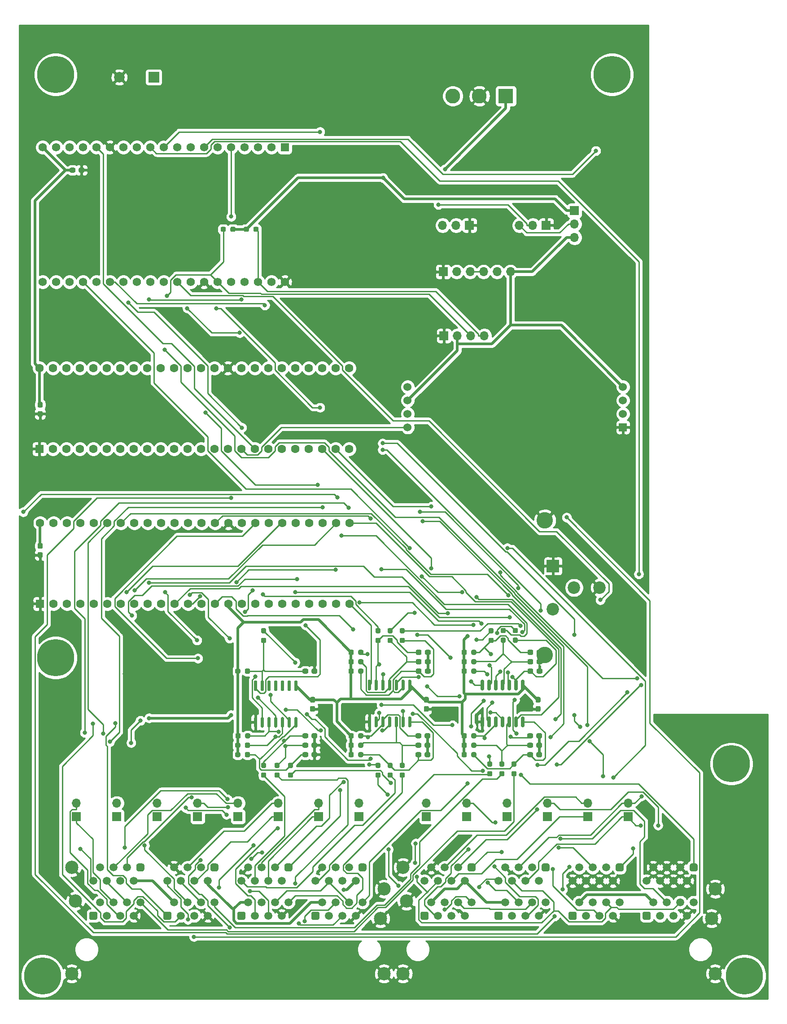
<source format=gbl>
%TF.GenerationSoftware,KiCad,Pcbnew,(5.1.9-0-10_14)*%
%TF.CreationDate,2021-08-05T14:32:20+02:00*%
%TF.ProjectId,MechanicalTheatre,4d656368-616e-4696-9361-6c5468656174,rev?*%
%TF.SameCoordinates,Original*%
%TF.FileFunction,Copper,L2,Bot*%
%TF.FilePolarity,Positive*%
%FSLAX46Y46*%
G04 Gerber Fmt 4.6, Leading zero omitted, Abs format (unit mm)*
G04 Created by KiCad (PCBNEW (5.1.9-0-10_14)) date 2021-08-05 14:32:20*
%MOMM*%
%LPD*%
G01*
G04 APERTURE LIST*
%TA.AperFunction,ComponentPad*%
%ADD10C,2.000000*%
%TD*%
%TA.AperFunction,ComponentPad*%
%ADD11R,2.000000X2.000000*%
%TD*%
%TA.AperFunction,ConnectorPad*%
%ADD12C,7.000000*%
%TD*%
%TA.AperFunction,ComponentPad*%
%ADD13C,3.900000*%
%TD*%
%TA.AperFunction,ComponentPad*%
%ADD14O,1.700000X1.700000*%
%TD*%
%TA.AperFunction,ComponentPad*%
%ADD15R,1.700000X1.700000*%
%TD*%
%TA.AperFunction,ComponentPad*%
%ADD16C,2.500000*%
%TD*%
%TA.AperFunction,ComponentPad*%
%ADD17C,1.500000*%
%TD*%
%TA.AperFunction,ComponentPad*%
%ADD18C,3.098800*%
%TD*%
%TA.AperFunction,ComponentPad*%
%ADD19C,2.362200*%
%TD*%
%TA.AperFunction,ComponentPad*%
%ADD20R,2.362200X2.362200*%
%TD*%
%TA.AperFunction,ComponentPad*%
%ADD21C,1.524000*%
%TD*%
%TA.AperFunction,ComponentPad*%
%ADD22R,1.524000X1.524000*%
%TD*%
%TA.AperFunction,ComponentPad*%
%ADD23C,1.600000*%
%TD*%
%TA.AperFunction,ComponentPad*%
%ADD24R,1.600000X1.600000*%
%TD*%
%TA.AperFunction,ComponentPad*%
%ADD25C,1.560000*%
%TD*%
%TA.AperFunction,ComponentPad*%
%ADD26R,1.560000X1.560000*%
%TD*%
%TA.AperFunction,ComponentPad*%
%ADD27C,2.800000*%
%TD*%
%TA.AperFunction,ComponentPad*%
%ADD28R,2.800000X2.800000*%
%TD*%
%TA.AperFunction,ViaPad*%
%ADD29C,0.800000*%
%TD*%
%TA.AperFunction,Conductor*%
%ADD30C,0.500000*%
%TD*%
%TA.AperFunction,Conductor*%
%ADD31C,0.250000*%
%TD*%
%TA.AperFunction,Conductor*%
%ADD32C,0.254000*%
%TD*%
%TA.AperFunction,Conductor*%
%ADD33C,0.100000*%
%TD*%
G04 APERTURE END LIST*
D10*
%TO.P,BZ2,2*%
%TO.N,GND*%
X49500000Y-50502000D03*
D11*
%TO.P,BZ2,1*%
%TO.N,Net-(BZ2-Pad1)*%
X56000000Y-50502000D03*
%TD*%
D12*
%TO.P,mh2,1*%
%TO.N,N/C*%
X142500000Y-50000000D03*
D13*
X142500000Y-50000000D03*
%TD*%
D12*
%TO.P,mh1,1*%
%TO.N,N/C*%
X37500000Y-50000000D03*
D13*
X37500000Y-50000000D03*
%TD*%
D12*
%TO.P,mh3,1*%
%TO.N,N/C*%
X37500000Y-160000000D03*
D13*
X37500000Y-160000000D03*
%TD*%
D12*
%TO.P,mh4,1*%
%TO.N,N/C*%
X165000000Y-180000000D03*
D13*
X165000000Y-180000000D03*
%TD*%
D12*
%TO.P,mh6,1*%
%TO.N,N/C*%
X167500000Y-220000000D03*
D13*
X167500000Y-220000000D03*
%TD*%
D12*
%TO.P,mh5,1*%
%TO.N,N/C*%
X35000000Y-220000000D03*
D13*
X35000000Y-220000000D03*
%TD*%
%TO.P,U14,14*%
%TO.N,+3V3*%
%TA.AperFunction,SMDPad,CuDef*%
G36*
G01*
X82982000Y-166231000D02*
X82682000Y-166231000D01*
G75*
G02*
X82532000Y-166081000I0J150000D01*
G01*
X82532000Y-164406000D01*
G75*
G02*
X82682000Y-164256000I150000J0D01*
G01*
X82982000Y-164256000D01*
G75*
G02*
X83132000Y-164406000I0J-150000D01*
G01*
X83132000Y-166081000D01*
G75*
G02*
X82982000Y-166231000I-150000J0D01*
G01*
G37*
%TD.AperFunction*%
%TO.P,U14,13*%
%TO.N,N/C*%
%TA.AperFunction,SMDPad,CuDef*%
G36*
G01*
X81712000Y-166231000D02*
X81412000Y-166231000D01*
G75*
G02*
X81262000Y-166081000I0J150000D01*
G01*
X81262000Y-164406000D01*
G75*
G02*
X81412000Y-164256000I150000J0D01*
G01*
X81712000Y-164256000D01*
G75*
G02*
X81862000Y-164406000I0J-150000D01*
G01*
X81862000Y-166081000D01*
G75*
G02*
X81712000Y-166231000I-150000J0D01*
G01*
G37*
%TD.AperFunction*%
%TO.P,U14,12*%
%TA.AperFunction,SMDPad,CuDef*%
G36*
G01*
X80442000Y-166231000D02*
X80142000Y-166231000D01*
G75*
G02*
X79992000Y-166081000I0J150000D01*
G01*
X79992000Y-164406000D01*
G75*
G02*
X80142000Y-164256000I150000J0D01*
G01*
X80442000Y-164256000D01*
G75*
G02*
X80592000Y-164406000I0J-150000D01*
G01*
X80592000Y-166081000D01*
G75*
G02*
X80442000Y-166231000I-150000J0D01*
G01*
G37*
%TD.AperFunction*%
%TO.P,U14,11*%
%TA.AperFunction,SMDPad,CuDef*%
G36*
G01*
X79172000Y-166231000D02*
X78872000Y-166231000D01*
G75*
G02*
X78722000Y-166081000I0J150000D01*
G01*
X78722000Y-164406000D01*
G75*
G02*
X78872000Y-164256000I150000J0D01*
G01*
X79172000Y-164256000D01*
G75*
G02*
X79322000Y-164406000I0J-150000D01*
G01*
X79322000Y-166081000D01*
G75*
G02*
X79172000Y-166231000I-150000J0D01*
G01*
G37*
%TD.AperFunction*%
%TO.P,U14,10*%
%TA.AperFunction,SMDPad,CuDef*%
G36*
G01*
X77902000Y-166231000D02*
X77602000Y-166231000D01*
G75*
G02*
X77452000Y-166081000I0J150000D01*
G01*
X77452000Y-164406000D01*
G75*
G02*
X77602000Y-164256000I150000J0D01*
G01*
X77902000Y-164256000D01*
G75*
G02*
X78052000Y-164406000I0J-150000D01*
G01*
X78052000Y-166081000D01*
G75*
G02*
X77902000Y-166231000I-150000J0D01*
G01*
G37*
%TD.AperFunction*%
%TO.P,U14,9*%
%TO.N,Net-(C22-Pad1)*%
%TA.AperFunction,SMDPad,CuDef*%
G36*
G01*
X76632000Y-166231000D02*
X76332000Y-166231000D01*
G75*
G02*
X76182000Y-166081000I0J150000D01*
G01*
X76182000Y-164406000D01*
G75*
G02*
X76332000Y-164256000I150000J0D01*
G01*
X76632000Y-164256000D01*
G75*
G02*
X76782000Y-164406000I0J-150000D01*
G01*
X76782000Y-166081000D01*
G75*
G02*
X76632000Y-166231000I-150000J0D01*
G01*
G37*
%TD.AperFunction*%
%TO.P,U14,8*%
%TO.N,/ESP_GENERAL_ENDSWITCH_DEBOUNCED*%
%TA.AperFunction,SMDPad,CuDef*%
G36*
G01*
X75362000Y-166231000D02*
X75062000Y-166231000D01*
G75*
G02*
X74912000Y-166081000I0J150000D01*
G01*
X74912000Y-164406000D01*
G75*
G02*
X75062000Y-164256000I150000J0D01*
G01*
X75362000Y-164256000D01*
G75*
G02*
X75512000Y-164406000I0J-150000D01*
G01*
X75512000Y-166081000D01*
G75*
G02*
X75362000Y-166231000I-150000J0D01*
G01*
G37*
%TD.AperFunction*%
%TO.P,U14,7*%
%TO.N,GND*%
%TA.AperFunction,SMDPad,CuDef*%
G36*
G01*
X75362000Y-173156000D02*
X75062000Y-173156000D01*
G75*
G02*
X74912000Y-173006000I0J150000D01*
G01*
X74912000Y-171331000D01*
G75*
G02*
X75062000Y-171181000I150000J0D01*
G01*
X75362000Y-171181000D01*
G75*
G02*
X75512000Y-171331000I0J-150000D01*
G01*
X75512000Y-173006000D01*
G75*
G02*
X75362000Y-173156000I-150000J0D01*
G01*
G37*
%TD.AperFunction*%
%TO.P,U14,6*%
%TO.N,/TEENSY_GENERAL_ENDSWITCH_DEBOUNCED*%
%TA.AperFunction,SMDPad,CuDef*%
G36*
G01*
X76632000Y-173156000D02*
X76332000Y-173156000D01*
G75*
G02*
X76182000Y-173006000I0J150000D01*
G01*
X76182000Y-171331000D01*
G75*
G02*
X76332000Y-171181000I150000J0D01*
G01*
X76632000Y-171181000D01*
G75*
G02*
X76782000Y-171331000I0J-150000D01*
G01*
X76782000Y-173006000D01*
G75*
G02*
X76632000Y-173156000I-150000J0D01*
G01*
G37*
%TD.AperFunction*%
%TO.P,U14,5*%
%TO.N,Net-(C21-Pad1)*%
%TA.AperFunction,SMDPad,CuDef*%
G36*
G01*
X77902000Y-173156000D02*
X77602000Y-173156000D01*
G75*
G02*
X77452000Y-173006000I0J150000D01*
G01*
X77452000Y-171331000D01*
G75*
G02*
X77602000Y-171181000I150000J0D01*
G01*
X77902000Y-171181000D01*
G75*
G02*
X78052000Y-171331000I0J-150000D01*
G01*
X78052000Y-173006000D01*
G75*
G02*
X77902000Y-173156000I-150000J0D01*
G01*
G37*
%TD.AperFunction*%
%TO.P,U14,4*%
%TO.N,/STEPPER_14_END*%
%TA.AperFunction,SMDPad,CuDef*%
G36*
G01*
X79172000Y-173156000D02*
X78872000Y-173156000D01*
G75*
G02*
X78722000Y-173006000I0J150000D01*
G01*
X78722000Y-171331000D01*
G75*
G02*
X78872000Y-171181000I150000J0D01*
G01*
X79172000Y-171181000D01*
G75*
G02*
X79322000Y-171331000I0J-150000D01*
G01*
X79322000Y-173006000D01*
G75*
G02*
X79172000Y-173156000I-150000J0D01*
G01*
G37*
%TD.AperFunction*%
%TO.P,U14,3*%
%TO.N,Net-(C20-Pad1)*%
%TA.AperFunction,SMDPad,CuDef*%
G36*
G01*
X80442000Y-173156000D02*
X80142000Y-173156000D01*
G75*
G02*
X79992000Y-173006000I0J150000D01*
G01*
X79992000Y-171331000D01*
G75*
G02*
X80142000Y-171181000I150000J0D01*
G01*
X80442000Y-171181000D01*
G75*
G02*
X80592000Y-171331000I0J-150000D01*
G01*
X80592000Y-173006000D01*
G75*
G02*
X80442000Y-173156000I-150000J0D01*
G01*
G37*
%TD.AperFunction*%
%TO.P,U14,2*%
%TO.N,/STEPPER_13_END*%
%TA.AperFunction,SMDPad,CuDef*%
G36*
G01*
X81712000Y-173156000D02*
X81412000Y-173156000D01*
G75*
G02*
X81262000Y-173006000I0J150000D01*
G01*
X81262000Y-171331000D01*
G75*
G02*
X81412000Y-171181000I150000J0D01*
G01*
X81712000Y-171181000D01*
G75*
G02*
X81862000Y-171331000I0J-150000D01*
G01*
X81862000Y-173006000D01*
G75*
G02*
X81712000Y-173156000I-150000J0D01*
G01*
G37*
%TD.AperFunction*%
%TO.P,U14,1*%
%TO.N,Net-(C18-Pad1)*%
%TA.AperFunction,SMDPad,CuDef*%
G36*
G01*
X82982000Y-173156000D02*
X82682000Y-173156000D01*
G75*
G02*
X82532000Y-173006000I0J150000D01*
G01*
X82532000Y-171331000D01*
G75*
G02*
X82682000Y-171181000I150000J0D01*
G01*
X82982000Y-171181000D01*
G75*
G02*
X83132000Y-171331000I0J-150000D01*
G01*
X83132000Y-173006000D01*
G75*
G02*
X82982000Y-173156000I-150000J0D01*
G01*
G37*
%TD.AperFunction*%
%TD*%
%TO.P,R74,2*%
%TO.N,+3V3*%
%TA.AperFunction,SMDPad,CuDef*%
G36*
G01*
X72350500Y-162278500D02*
X72350500Y-162753500D01*
G75*
G02*
X72113000Y-162991000I-237500J0D01*
G01*
X71613000Y-162991000D01*
G75*
G02*
X71375500Y-162753500I0J237500D01*
G01*
X71375500Y-162278500D01*
G75*
G02*
X71613000Y-162041000I237500J0D01*
G01*
X72113000Y-162041000D01*
G75*
G02*
X72350500Y-162278500I0J-237500D01*
G01*
G37*
%TD.AperFunction*%
%TO.P,R74,1*%
%TO.N,Net-(C22-Pad1)*%
%TA.AperFunction,SMDPad,CuDef*%
G36*
G01*
X74175500Y-162278500D02*
X74175500Y-162753500D01*
G75*
G02*
X73938000Y-162991000I-237500J0D01*
G01*
X73438000Y-162991000D01*
G75*
G02*
X73200500Y-162753500I0J237500D01*
G01*
X73200500Y-162278500D01*
G75*
G02*
X73438000Y-162041000I237500J0D01*
G01*
X73938000Y-162041000D01*
G75*
G02*
X74175500Y-162278500I0J-237500D01*
G01*
G37*
%TD.AperFunction*%
%TD*%
%TO.P,R73,2*%
%TO.N,+3V3*%
%TA.AperFunction,SMDPad,CuDef*%
G36*
G01*
X72397500Y-174470500D02*
X72397500Y-174945500D01*
G75*
G02*
X72160000Y-175183000I-237500J0D01*
G01*
X71660000Y-175183000D01*
G75*
G02*
X71422500Y-174945500I0J237500D01*
G01*
X71422500Y-174470500D01*
G75*
G02*
X71660000Y-174233000I237500J0D01*
G01*
X72160000Y-174233000D01*
G75*
G02*
X72397500Y-174470500I0J-237500D01*
G01*
G37*
%TD.AperFunction*%
%TO.P,R73,1*%
%TO.N,Net-(C21-Pad1)*%
%TA.AperFunction,SMDPad,CuDef*%
G36*
G01*
X74222500Y-174470500D02*
X74222500Y-174945500D01*
G75*
G02*
X73985000Y-175183000I-237500J0D01*
G01*
X73485000Y-175183000D01*
G75*
G02*
X73247500Y-174945500I0J237500D01*
G01*
X73247500Y-174470500D01*
G75*
G02*
X73485000Y-174233000I237500J0D01*
G01*
X73985000Y-174233000D01*
G75*
G02*
X74222500Y-174470500I0J-237500D01*
G01*
G37*
%TD.AperFunction*%
%TD*%
%TO.P,R72,2*%
%TO.N,/GENERAL_END_SWITCH_ESP*%
%TA.AperFunction,SMDPad,CuDef*%
G36*
G01*
X76973500Y-155383000D02*
X76498500Y-155383000D01*
G75*
G02*
X76261000Y-155145500I0J237500D01*
G01*
X76261000Y-154645500D01*
G75*
G02*
X76498500Y-154408000I237500J0D01*
G01*
X76973500Y-154408000D01*
G75*
G02*
X77211000Y-154645500I0J-237500D01*
G01*
X77211000Y-155145500D01*
G75*
G02*
X76973500Y-155383000I-237500J0D01*
G01*
G37*
%TD.AperFunction*%
%TO.P,R72,1*%
%TO.N,Net-(C22-Pad1)*%
%TA.AperFunction,SMDPad,CuDef*%
G36*
G01*
X76973500Y-157208000D02*
X76498500Y-157208000D01*
G75*
G02*
X76261000Y-156970500I0J237500D01*
G01*
X76261000Y-156470500D01*
G75*
G02*
X76498500Y-156233000I237500J0D01*
G01*
X76973500Y-156233000D01*
G75*
G02*
X77211000Y-156470500I0J-237500D01*
G01*
X77211000Y-156970500D01*
G75*
G02*
X76973500Y-157208000I-237500J0D01*
G01*
G37*
%TD.AperFunction*%
%TD*%
%TO.P,R71,2*%
%TO.N,/GENERAL_END_SWITCH_TEENSY*%
%TA.AperFunction,SMDPad,CuDef*%
G36*
G01*
X76498500Y-181633000D02*
X76973500Y-181633000D01*
G75*
G02*
X77211000Y-181870500I0J-237500D01*
G01*
X77211000Y-182370500D01*
G75*
G02*
X76973500Y-182608000I-237500J0D01*
G01*
X76498500Y-182608000D01*
G75*
G02*
X76261000Y-182370500I0J237500D01*
G01*
X76261000Y-181870500D01*
G75*
G02*
X76498500Y-181633000I237500J0D01*
G01*
G37*
%TD.AperFunction*%
%TO.P,R71,1*%
%TO.N,Net-(C21-Pad1)*%
%TA.AperFunction,SMDPad,CuDef*%
G36*
G01*
X76498500Y-179808000D02*
X76973500Y-179808000D01*
G75*
G02*
X77211000Y-180045500I0J-237500D01*
G01*
X77211000Y-180545500D01*
G75*
G02*
X76973500Y-180783000I-237500J0D01*
G01*
X76498500Y-180783000D01*
G75*
G02*
X76261000Y-180545500I0J237500D01*
G01*
X76261000Y-180045500D01*
G75*
G02*
X76498500Y-179808000I237500J0D01*
G01*
G37*
%TD.AperFunction*%
%TD*%
D14*
%TO.P,JP1,3*%
%TO.N,+5V*%
X135410000Y-80728000D03*
%TO.P,JP1,2*%
%TO.N,Net-(J6-Pad3)*%
X135410000Y-78188000D03*
D15*
%TO.P,JP1,1*%
%TO.N,+3V3*%
X135410000Y-75648000D03*
%TD*%
D16*
%TO.P,J12,SH*%
%TO.N,GND*%
X161960000Y-219570000D03*
X103040000Y-219570000D03*
X103040000Y-199540000D03*
X161960000Y-203600000D03*
X103705000Y-205850000D03*
%TO.P,J12,81*%
%TO.N,Net-(J12-Pad81)*%
%TA.AperFunction,ComponentPad*%
G36*
G01*
X157140000Y-199915000D02*
X157140000Y-199165000D01*
G75*
G02*
X157515000Y-198790000I375000J0D01*
G01*
X158265000Y-198790000D01*
G75*
G02*
X158640000Y-199165000I0J-375000D01*
G01*
X158640000Y-199915000D01*
G75*
G02*
X158265000Y-200290000I-375000J0D01*
G01*
X157515000Y-200290000D01*
G75*
G02*
X157140000Y-199915000I0J375000D01*
G01*
G37*
%TD.AperFunction*%
D17*
%TO.P,J12,82*%
%TO.N,GND*%
X156630000Y-202080000D03*
%TO.P,J12,83*%
X155350000Y-199540000D03*
%TO.P,J12,84*%
X154090000Y-202080000D03*
%TO.P,J12,85*%
X152810000Y-199540000D03*
%TO.P,J12,86*%
X151550000Y-202080000D03*
%TO.P,J12,87*%
X150270000Y-199540000D03*
%TO.P,J12,88*%
X149010000Y-202080000D03*
%TO.P,J12,56*%
%TO.N,/GENERAL_END_SWITCH_ESP*%
X109640000Y-202080000D03*
%TO.P,J12,58*%
%TO.N,Net-(J12-Pad58)*%
X107100000Y-202080000D03*
%TO.P,J12,55*%
%TO.N,Net-(J12-Pad55)*%
X110900000Y-199540000D03*
%TO.P,J12,51*%
%TO.N,Net-(J12-Pad51)*%
%TA.AperFunction,ComponentPad*%
G36*
G01*
X115230000Y-199915000D02*
X115230000Y-199165000D01*
G75*
G02*
X115605000Y-198790000I375000J0D01*
G01*
X116355000Y-198790000D01*
G75*
G02*
X116730000Y-199165000I0J-375000D01*
G01*
X116730000Y-199915000D01*
G75*
G02*
X116355000Y-200290000I-375000J0D01*
G01*
X115605000Y-200290000D01*
G75*
G02*
X115230000Y-199915000I0J375000D01*
G01*
G37*
%TD.AperFunction*%
%TO.P,J12,57*%
%TO.N,GND*%
X108360000Y-199540000D03*
%TO.P,J12,54*%
%TO.N,Net-(J12-Pad54)*%
X112180000Y-202080000D03*
%TO.P,J12,53*%
%TO.N,Net-(J12-Pad53)*%
X113440000Y-199540000D03*
%TO.P,J12,52*%
%TO.N,+5V*%
X114720000Y-202080000D03*
%TO.P,J12,67*%
%TO.N,GND*%
X122330000Y-199540000D03*
%TO.P,J12,61*%
%TO.N,Net-(J12-Pad61)*%
%TA.AperFunction,ComponentPad*%
G36*
G01*
X129200000Y-199915000D02*
X129200000Y-199165000D01*
G75*
G02*
X129575000Y-198790000I375000J0D01*
G01*
X130325000Y-198790000D01*
G75*
G02*
X130700000Y-199165000I0J-375000D01*
G01*
X130700000Y-199915000D01*
G75*
G02*
X130325000Y-200290000I-375000J0D01*
G01*
X129575000Y-200290000D01*
G75*
G02*
X129200000Y-199915000I0J375000D01*
G01*
G37*
%TD.AperFunction*%
%TO.P,J12,65*%
%TO.N,Net-(J12-Pad65)*%
X124870000Y-199540000D03*
%TO.P,J12,68*%
%TO.N,Net-(J12-Pad68)*%
X121070000Y-202080000D03*
%TO.P,J12,66*%
%TO.N,/GENERAL_END_SWITCH_ESP*%
X123610000Y-202080000D03*
%TO.P,J12,62*%
%TO.N,+5V*%
X128690000Y-202080000D03*
%TO.P,J12,63*%
%TO.N,Net-(J12-Pad63)*%
X127410000Y-199540000D03*
%TO.P,J12,64*%
%TO.N,Net-(J12-Pad64)*%
X126150000Y-202080000D03*
%TO.P,J12,77*%
%TO.N,Net-(J12-Pad77)*%
X136300000Y-199540000D03*
%TO.P,J12,71*%
%TO.N,Net-(J12-Pad71)*%
%TA.AperFunction,ComponentPad*%
G36*
G01*
X143170000Y-199915000D02*
X143170000Y-199165000D01*
G75*
G02*
X143545000Y-198790000I375000J0D01*
G01*
X144295000Y-198790000D01*
G75*
G02*
X144670000Y-199165000I0J-375000D01*
G01*
X144670000Y-199915000D01*
G75*
G02*
X144295000Y-200290000I-375000J0D01*
G01*
X143545000Y-200290000D01*
G75*
G02*
X143170000Y-199915000I0J375000D01*
G01*
G37*
%TD.AperFunction*%
%TO.P,J12,75*%
%TO.N,Net-(J12-Pad75)*%
X138840000Y-199540000D03*
%TO.P,J12,78*%
%TO.N,GND*%
X135040000Y-202080000D03*
%TO.P,J12,76*%
X137580000Y-202080000D03*
%TO.P,J12,72*%
X142660000Y-202080000D03*
%TO.P,J12,73*%
%TO.N,Net-(J12-Pad73)*%
X141380000Y-199540000D03*
%TO.P,J12,74*%
%TO.N,GND*%
X140120000Y-202080000D03*
%TO.P,J12,35*%
%TO.N,Net-(J12-Pad35)*%
X140120000Y-208650000D03*
%TO.P,J12,36*%
%TO.N,/GENERAL_END_SWITCH_ESP*%
X141380000Y-206110000D03*
%TO.P,J12,37*%
%TO.N,GND*%
X142660000Y-208650000D03*
%TO.P,J12,33*%
%TO.N,Net-(J12-Pad33)*%
X137580000Y-208650000D03*
%TO.P,J12,31*%
%TO.N,Net-(J12-Pad31)*%
%TA.AperFunction,ComponentPad*%
G36*
G01*
X134290000Y-209149500D02*
X134290000Y-208150500D01*
G75*
G02*
X134540500Y-207900000I250500J0D01*
G01*
X135539500Y-207900000D01*
G75*
G02*
X135790000Y-208150500I0J-250500D01*
G01*
X135790000Y-209149500D01*
G75*
G02*
X135539500Y-209400000I-250500J0D01*
G01*
X134540500Y-209400000D01*
G75*
G02*
X134290000Y-209149500I0J250500D01*
G01*
G37*
%TD.AperFunction*%
%TO.P,J12,34*%
%TO.N,Net-(J12-Pad34)*%
X138840000Y-206110000D03*
%TO.P,J12,38*%
%TO.N,Net-(J12-Pad38)*%
X143920000Y-206110000D03*
%TO.P,J12,32*%
%TO.N,+5V*%
X136300000Y-206110000D03*
%TO.P,J12,25*%
%TO.N,Net-(J12-Pad25)*%
X126150000Y-208650000D03*
%TO.P,J12,26*%
%TO.N,/GENERAL_END_SWITCH_TEENSY*%
X127410000Y-206110000D03*
%TO.P,J12,27*%
%TO.N,GND*%
X128690000Y-208650000D03*
%TO.P,J12,23*%
%TO.N,Net-(J12-Pad23)*%
X123610000Y-208650000D03*
%TO.P,J12,21*%
%TO.N,Net-(J12-Pad21)*%
%TA.AperFunction,ComponentPad*%
G36*
G01*
X120320000Y-209149500D02*
X120320000Y-208150500D01*
G75*
G02*
X120570500Y-207900000I250500J0D01*
G01*
X121569500Y-207900000D01*
G75*
G02*
X121820000Y-208150500I0J-250500D01*
G01*
X121820000Y-209149500D01*
G75*
G02*
X121569500Y-209400000I-250500J0D01*
G01*
X120570500Y-209400000D01*
G75*
G02*
X120320000Y-209149500I0J250500D01*
G01*
G37*
%TD.AperFunction*%
%TO.P,J12,24*%
%TO.N,Net-(J12-Pad24)*%
X124870000Y-206110000D03*
%TO.P,J12,28*%
%TO.N,Net-(J12-Pad28)*%
X129950000Y-206110000D03*
%TO.P,J12,22*%
%TO.N,+5V*%
X122330000Y-206110000D03*
%TO.P,J12,12*%
X108360000Y-206110000D03*
%TO.P,J12,18*%
%TO.N,Net-(J12-Pad18)*%
X115980000Y-206110000D03*
%TO.P,J12,14*%
%TO.N,Net-(J12-Pad14)*%
X110900000Y-206110000D03*
%TO.P,J12,11*%
%TO.N,Net-(J12-Pad11)*%
%TA.AperFunction,ComponentPad*%
G36*
G01*
X106350000Y-209149500D02*
X106350000Y-208150500D01*
G75*
G02*
X106600500Y-207900000I250500J0D01*
G01*
X107599500Y-207900000D01*
G75*
G02*
X107850000Y-208150500I0J-250500D01*
G01*
X107850000Y-209149500D01*
G75*
G02*
X107599500Y-209400000I-250500J0D01*
G01*
X106600500Y-209400000D01*
G75*
G02*
X106350000Y-209149500I0J250500D01*
G01*
G37*
%TD.AperFunction*%
%TO.P,J12,13*%
%TO.N,Net-(J12-Pad13)*%
X109640000Y-208650000D03*
%TO.P,J12,17*%
%TO.N,GND*%
X114720000Y-208650000D03*
%TO.P,J12,16*%
%TO.N,/GENERAL_END_SWITCH_TEENSY*%
X113440000Y-206110000D03*
%TO.P,J12,15*%
%TO.N,Net-(J12-Pad15)*%
X112180000Y-208650000D03*
%TO.P,J12,41*%
%TO.N,Net-(J12-Pad41)*%
%TA.AperFunction,ComponentPad*%
G36*
G01*
X148260000Y-209149500D02*
X148260000Y-208150500D01*
G75*
G02*
X148510500Y-207900000I250500J0D01*
G01*
X149509500Y-207900000D01*
G75*
G02*
X149760000Y-208150500I0J-250500D01*
G01*
X149760000Y-209149500D01*
G75*
G02*
X149509500Y-209400000I-250500J0D01*
G01*
X148510500Y-209400000D01*
G75*
G02*
X148260000Y-209149500I0J250500D01*
G01*
G37*
%TD.AperFunction*%
%TO.P,J12,42*%
%TO.N,+5V*%
X150270000Y-206110000D03*
%TO.P,J12,43*%
%TO.N,Net-(J12-Pad43)*%
X151550000Y-208650000D03*
%TO.P,J12,44*%
%TO.N,Net-(J12-Pad44)*%
X152810000Y-206110000D03*
%TO.P,J12,45*%
%TO.N,Net-(J12-Pad45)*%
X154090000Y-208650000D03*
%TO.P,J12,46*%
%TO.N,/GENERAL_END_SWITCH_ESP*%
X155350000Y-206110000D03*
%TO.P,J12,47*%
%TO.N,GND*%
X156630000Y-208650000D03*
%TO.P,J12,48*%
%TO.N,Net-(J12-Pad48)*%
X157890000Y-206110000D03*
D16*
%TO.P,J12,SH*%
%TO.N,GND*%
X161295000Y-209150000D03*
%TD*%
D14*
%TO.P,J6,3*%
%TO.N,Net-(J6-Pad3)*%
X124996000Y-78442000D03*
%TO.P,J6,2*%
%TO.N,/PROX_SENSOR*%
X127536000Y-78442000D03*
D15*
%TO.P,J6,1*%
%TO.N,GND*%
X130076000Y-78442000D03*
%TD*%
D18*
%TO.P,J5,S1*%
%TO.N,GND*%
X129822000Y-159468000D03*
%TO.P,J5,S2*%
X129822000Y-134068000D03*
D19*
%TO.P,J5,G1*%
X140134400Y-146768000D03*
%TO.P,J5,2*%
%TO.N,Net-(A1-Pad2)*%
X131346000Y-150832000D03*
%TO.P,J5,3*%
%TO.N,Net-(A1-Pad3)*%
X135308400Y-146768000D03*
D20*
%TO.P,J5,1*%
%TO.N,GND*%
X131346000Y-142704000D03*
%TD*%
%TO.P,C34,2*%
%TO.N,+5V*%
%TA.AperFunction,SMDPad,CuDef*%
G36*
G01*
X41205500Y-67790500D02*
X41205500Y-68265500D01*
G75*
G02*
X40968000Y-68503000I-237500J0D01*
G01*
X40368000Y-68503000D01*
G75*
G02*
X40130500Y-68265500I0J237500D01*
G01*
X40130500Y-67790500D01*
G75*
G02*
X40368000Y-67553000I237500J0D01*
G01*
X40968000Y-67553000D01*
G75*
G02*
X41205500Y-67790500I0J-237500D01*
G01*
G37*
%TD.AperFunction*%
%TO.P,C34,1*%
%TO.N,GND*%
%TA.AperFunction,SMDPad,CuDef*%
G36*
G01*
X42930500Y-67790500D02*
X42930500Y-68265500D01*
G75*
G02*
X42693000Y-68503000I-237500J0D01*
G01*
X42093000Y-68503000D01*
G75*
G02*
X41855500Y-68265500I0J237500D01*
G01*
X41855500Y-67790500D01*
G75*
G02*
X42093000Y-67553000I237500J0D01*
G01*
X42693000Y-67553000D01*
G75*
G02*
X42930500Y-67790500I0J-237500D01*
G01*
G37*
%TD.AperFunction*%
%TD*%
%TO.P,C33,2*%
%TO.N,GND*%
%TA.AperFunction,SMDPad,CuDef*%
G36*
G01*
X34334500Y-113465000D02*
X34809500Y-113465000D01*
G75*
G02*
X35047000Y-113702500I0J-237500D01*
G01*
X35047000Y-114302500D01*
G75*
G02*
X34809500Y-114540000I-237500J0D01*
G01*
X34334500Y-114540000D01*
G75*
G02*
X34097000Y-114302500I0J237500D01*
G01*
X34097000Y-113702500D01*
G75*
G02*
X34334500Y-113465000I237500J0D01*
G01*
G37*
%TD.AperFunction*%
%TO.P,C33,1*%
%TO.N,+5V*%
%TA.AperFunction,SMDPad,CuDef*%
G36*
G01*
X34334500Y-111740000D02*
X34809500Y-111740000D01*
G75*
G02*
X35047000Y-111977500I0J-237500D01*
G01*
X35047000Y-112577500D01*
G75*
G02*
X34809500Y-112815000I-237500J0D01*
G01*
X34334500Y-112815000D01*
G75*
G02*
X34097000Y-112577500I0J237500D01*
G01*
X34097000Y-111977500D01*
G75*
G02*
X34334500Y-111740000I237500J0D01*
G01*
G37*
%TD.AperFunction*%
%TD*%
%TO.P,C32,2*%
%TO.N,+5V*%
%TA.AperFunction,SMDPad,CuDef*%
G36*
G01*
X34809500Y-139431000D02*
X34334500Y-139431000D01*
G75*
G02*
X34097000Y-139193500I0J237500D01*
G01*
X34097000Y-138593500D01*
G75*
G02*
X34334500Y-138356000I237500J0D01*
G01*
X34809500Y-138356000D01*
G75*
G02*
X35047000Y-138593500I0J-237500D01*
G01*
X35047000Y-139193500D01*
G75*
G02*
X34809500Y-139431000I-237500J0D01*
G01*
G37*
%TD.AperFunction*%
%TO.P,C32,1*%
%TO.N,GND*%
%TA.AperFunction,SMDPad,CuDef*%
G36*
G01*
X34809500Y-141156000D02*
X34334500Y-141156000D01*
G75*
G02*
X34097000Y-140918500I0J237500D01*
G01*
X34097000Y-140318500D01*
G75*
G02*
X34334500Y-140081000I237500J0D01*
G01*
X34809500Y-140081000D01*
G75*
G02*
X35047000Y-140318500I0J-237500D01*
G01*
X35047000Y-140918500D01*
G75*
G02*
X34809500Y-141156000I-237500J0D01*
G01*
G37*
%TD.AperFunction*%
%TD*%
%TO.P,C22,2*%
%TO.N,GND*%
%TA.AperFunction,SMDPad,CuDef*%
G36*
G01*
X85797500Y-162753500D02*
X85797500Y-162278500D01*
G75*
G02*
X86035000Y-162041000I237500J0D01*
G01*
X86635000Y-162041000D01*
G75*
G02*
X86872500Y-162278500I0J-237500D01*
G01*
X86872500Y-162753500D01*
G75*
G02*
X86635000Y-162991000I-237500J0D01*
G01*
X86035000Y-162991000D01*
G75*
G02*
X85797500Y-162753500I0J237500D01*
G01*
G37*
%TD.AperFunction*%
%TO.P,C22,1*%
%TO.N,Net-(C22-Pad1)*%
%TA.AperFunction,SMDPad,CuDef*%
G36*
G01*
X84072500Y-162753500D02*
X84072500Y-162278500D01*
G75*
G02*
X84310000Y-162041000I237500J0D01*
G01*
X84910000Y-162041000D01*
G75*
G02*
X85147500Y-162278500I0J-237500D01*
G01*
X85147500Y-162753500D01*
G75*
G02*
X84910000Y-162991000I-237500J0D01*
G01*
X84310000Y-162991000D01*
G75*
G02*
X84072500Y-162753500I0J237500D01*
G01*
G37*
%TD.AperFunction*%
%TD*%
%TO.P,C21,2*%
%TO.N,GND*%
%TA.AperFunction,SMDPad,CuDef*%
G36*
G01*
X85797500Y-174945500D02*
X85797500Y-174470500D01*
G75*
G02*
X86035000Y-174233000I237500J0D01*
G01*
X86635000Y-174233000D01*
G75*
G02*
X86872500Y-174470500I0J-237500D01*
G01*
X86872500Y-174945500D01*
G75*
G02*
X86635000Y-175183000I-237500J0D01*
G01*
X86035000Y-175183000D01*
G75*
G02*
X85797500Y-174945500I0J237500D01*
G01*
G37*
%TD.AperFunction*%
%TO.P,C21,1*%
%TO.N,Net-(C21-Pad1)*%
%TA.AperFunction,SMDPad,CuDef*%
G36*
G01*
X84072500Y-174945500D02*
X84072500Y-174470500D01*
G75*
G02*
X84310000Y-174233000I237500J0D01*
G01*
X84910000Y-174233000D01*
G75*
G02*
X85147500Y-174470500I0J-237500D01*
G01*
X85147500Y-174945500D01*
G75*
G02*
X84910000Y-175183000I-237500J0D01*
G01*
X84310000Y-175183000D01*
G75*
G02*
X84072500Y-174945500I0J237500D01*
G01*
G37*
%TD.AperFunction*%
%TD*%
D21*
%TO.P,A1,1*%
%TO.N,+5V*%
X144554000Y-108922000D03*
%TO.P,A1,2*%
%TO.N,Net-(A1-Pad2)*%
X144554000Y-111462000D03*
%TO.P,A1,3*%
%TO.N,Net-(A1-Pad3)*%
X144554000Y-114002000D03*
D22*
%TO.P,A1,4*%
%TO.N,GND*%
X144554000Y-116542000D03*
D21*
%TO.P,A1,5*%
%TO.N,/DMX_TX*%
X103914000Y-116542000D03*
%TO.P,A1,6*%
%TO.N,+5V*%
X103914000Y-114002000D03*
%TO.P,A1,7*%
X103914000Y-111462000D03*
%TO.P,A1,8*%
%TO.N,Net-(A1-Pad8)*%
X103914000Y-108922000D03*
%TD*%
%TO.P,R18,2*%
%TO.N,+3V3*%
%TA.AperFunction,SMDPad,CuDef*%
G36*
G01*
X115069000Y-176248500D02*
X115069000Y-176723500D01*
G75*
G02*
X114831500Y-176961000I-237500J0D01*
G01*
X114331500Y-176961000D01*
G75*
G02*
X114094000Y-176723500I0J237500D01*
G01*
X114094000Y-176248500D01*
G75*
G02*
X114331500Y-176011000I237500J0D01*
G01*
X114831500Y-176011000D01*
G75*
G02*
X115069000Y-176248500I0J-237500D01*
G01*
G37*
%TD.AperFunction*%
%TO.P,R18,1*%
%TO.N,Net-(C2-Pad1)*%
%TA.AperFunction,SMDPad,CuDef*%
G36*
G01*
X116894000Y-176248500D02*
X116894000Y-176723500D01*
G75*
G02*
X116656500Y-176961000I-237500J0D01*
G01*
X116156500Y-176961000D01*
G75*
G02*
X115919000Y-176723500I0J237500D01*
G01*
X115919000Y-176248500D01*
G75*
G02*
X116156500Y-176011000I237500J0D01*
G01*
X116656500Y-176011000D01*
G75*
G02*
X116894000Y-176248500I0J-237500D01*
G01*
G37*
%TD.AperFunction*%
%TD*%
%TO.P,R19,2*%
%TO.N,Net-(C2-Pad1)*%
%TA.AperFunction,SMDPad,CuDef*%
G36*
G01*
X121931500Y-180529000D02*
X121456500Y-180529000D01*
G75*
G02*
X121219000Y-180291500I0J237500D01*
G01*
X121219000Y-179791500D01*
G75*
G02*
X121456500Y-179554000I237500J0D01*
G01*
X121931500Y-179554000D01*
G75*
G02*
X122169000Y-179791500I0J-237500D01*
G01*
X122169000Y-180291500D01*
G75*
G02*
X121931500Y-180529000I-237500J0D01*
G01*
G37*
%TD.AperFunction*%
%TO.P,R19,1*%
%TO.N,Net-(J11-Pad28)*%
%TA.AperFunction,SMDPad,CuDef*%
G36*
G01*
X121931500Y-182354000D02*
X121456500Y-182354000D01*
G75*
G02*
X121219000Y-182116500I0J237500D01*
G01*
X121219000Y-181616500D01*
G75*
G02*
X121456500Y-181379000I237500J0D01*
G01*
X121931500Y-181379000D01*
G75*
G02*
X122169000Y-181616500I0J-237500D01*
G01*
X122169000Y-182116500D01*
G75*
G02*
X121931500Y-182354000I-237500J0D01*
G01*
G37*
%TD.AperFunction*%
%TD*%
D14*
%TO.P,J23,2*%
%TO.N,Net-(J11-Pad35)*%
X56660000Y-187420000D03*
D15*
%TO.P,J23,1*%
%TO.N,Net-(J11-Pad34)*%
X56660000Y-189960000D03*
%TD*%
D14*
%TO.P,J22,2*%
%TO.N,Net-(J12-Pad65)*%
X145560000Y-187420000D03*
D15*
%TO.P,J22,1*%
%TO.N,Net-(J12-Pad64)*%
X145560000Y-189960000D03*
%TD*%
D14*
%TO.P,J21,2*%
%TO.N,Net-(J12-Pad55)*%
X137940000Y-187420000D03*
D15*
%TO.P,J21,1*%
%TO.N,Net-(J12-Pad54)*%
X137940000Y-189960000D03*
%TD*%
D14*
%TO.P,J20,2*%
%TO.N,Net-(J12-Pad45)*%
X130320000Y-187420000D03*
D15*
%TO.P,J20,1*%
%TO.N,Net-(J12-Pad44)*%
X130320000Y-189960000D03*
%TD*%
D14*
%TO.P,J19,2*%
%TO.N,Net-(J12-Pad35)*%
X122700000Y-187420000D03*
D15*
%TO.P,J19,1*%
%TO.N,Net-(J12-Pad34)*%
X122700000Y-189960000D03*
%TD*%
D14*
%TO.P,J18,2*%
%TO.N,Net-(J11-Pad85)*%
X94760000Y-187420000D03*
D15*
%TO.P,J18,1*%
%TO.N,Net-(J11-Pad84)*%
X94760000Y-189960000D03*
%TD*%
D14*
%TO.P,J17,2*%
%TO.N,Net-(J12-Pad15)*%
X107460000Y-187420000D03*
D15*
%TO.P,J17,1*%
%TO.N,Net-(J12-Pad14)*%
X107460000Y-189960000D03*
%TD*%
D14*
%TO.P,J16,2*%
%TO.N,Net-(J12-Pad25)*%
X115080000Y-187420000D03*
D15*
%TO.P,J16,1*%
%TO.N,Net-(J12-Pad24)*%
X115080000Y-189960000D03*
%TD*%
D14*
%TO.P,J15,2*%
%TO.N,Net-(J11-Pad75)*%
X87140000Y-187420000D03*
D15*
%TO.P,J15,1*%
%TO.N,Net-(J11-Pad74)*%
X87140000Y-189960000D03*
%TD*%
D14*
%TO.P,J14,2*%
%TO.N,Net-(J11-Pad65)*%
X79520000Y-187420000D03*
D15*
%TO.P,J14,1*%
%TO.N,Net-(J11-Pad64)*%
X79520000Y-189960000D03*
%TD*%
D14*
%TO.P,J13,2*%
%TO.N,Net-(J11-Pad55)*%
X71900000Y-187420000D03*
D15*
%TO.P,J13,1*%
%TO.N,Net-(J11-Pad54)*%
X71900000Y-189960000D03*
%TD*%
D14*
%TO.P,J10,2*%
%TO.N,Net-(J10-Pad2)*%
X41420000Y-187420000D03*
D15*
%TO.P,J10,1*%
%TO.N,Net-(J10-Pad1)*%
X41420000Y-189960000D03*
%TD*%
D14*
%TO.P,J9,3*%
%TO.N,+24V*%
X110518000Y-78442000D03*
%TO.P,J9,2*%
%TO.N,Net-(J9-Pad2)*%
X113058000Y-78442000D03*
D15*
%TO.P,J9,1*%
%TO.N,GND*%
X115598000Y-78442000D03*
%TD*%
D14*
%TO.P,J8,4*%
%TO.N,/I2C_SCL*%
X118392000Y-99270000D03*
%TO.P,J8,3*%
%TO.N,/I2C_SDA*%
X115852000Y-99270000D03*
%TO.P,J8,2*%
%TO.N,+5V*%
X113312000Y-99270000D03*
D15*
%TO.P,J8,1*%
%TO.N,GND*%
X110772000Y-99270000D03*
%TD*%
D14*
%TO.P,J4,6*%
%TO.N,+5V*%
X123317000Y-87188000D03*
%TO.P,J4,5*%
%TO.N,Net-(D3-Pad2)*%
X120777000Y-87188000D03*
%TO.P,J4,4*%
X118237000Y-87188000D03*
%TO.P,J4,3*%
X115697000Y-87188000D03*
%TO.P,J4,2*%
%TO.N,Net-(D4-Pad2)*%
X113157000Y-87188000D03*
D15*
%TO.P,J4,1*%
%TO.N,GND*%
X110617000Y-87188000D03*
%TD*%
D14*
%TO.P,J3,2*%
%TO.N,Net-(J11-Pad45)*%
X64280000Y-187420000D03*
D15*
%TO.P,J3,1*%
%TO.N,Net-(J11-Pad44)*%
X64280000Y-189960000D03*
%TD*%
D14*
%TO.P,J2,2*%
%TO.N,Net-(J11-Pad25)*%
X49040000Y-187420000D03*
D15*
%TO.P,J2,1*%
%TO.N,Net-(J11-Pad24)*%
X49040000Y-189960000D03*
%TD*%
D23*
%TO.P,U15,48*%
%TO.N,+5V*%
X34445000Y-105366000D03*
%TO.P,U15,47*%
%TO.N,Net-(U15-Pad47)*%
X36985000Y-105366000D03*
%TO.P,U15,46*%
%TO.N,Net-(U15-Pad46)*%
X39525000Y-105366000D03*
%TO.P,U15,45*%
%TO.N,Net-(U15-Pad45)*%
X42065000Y-105366000D03*
%TO.P,U15,44*%
%TO.N,Net-(U15-Pad44)*%
X44605000Y-105366000D03*
%TO.P,U15,43*%
%TO.N,Net-(U15-Pad43)*%
X47145000Y-105366000D03*
%TO.P,U15,42*%
%TO.N,Net-(U15-Pad42)*%
X49685000Y-105366000D03*
%TO.P,U15,41*%
%TO.N,Net-(U15-Pad41)*%
X52225000Y-105366000D03*
%TO.P,U15,40*%
%TO.N,Net-(U15-Pad40)*%
X54765000Y-105366000D03*
%TO.P,U15,39*%
%TO.N,Net-(U15-Pad39)*%
X57305000Y-105366000D03*
%TO.P,U15,38*%
%TO.N,Net-(U15-Pad38)*%
X59845000Y-105366000D03*
%TO.P,U15,37*%
%TO.N,Net-(U15-Pad37)*%
X62385000Y-105366000D03*
%TO.P,U15,36*%
%TO.N,Net-(U15-Pad36)*%
X64925000Y-105366000D03*
%TO.P,U15,35*%
%TO.N,Net-(U15-Pad35)*%
X67465000Y-105366000D03*
D24*
%TO.P,U15,1*%
%TO.N,GND*%
X34445000Y-120606000D03*
D23*
%TO.P,U15,2*%
%TO.N,Net-(U15-Pad2)*%
X36985000Y-120606000D03*
%TO.P,U15,3*%
%TO.N,Net-(U15-Pad3)*%
X39525000Y-120606000D03*
%TO.P,U15,4*%
%TO.N,Net-(U15-Pad4)*%
X42065000Y-120606000D03*
%TO.P,U15,5*%
%TO.N,Net-(U15-Pad5)*%
X44605000Y-120606000D03*
%TO.P,U15,6*%
%TO.N,Net-(U15-Pad6)*%
X47145000Y-120606000D03*
%TO.P,U15,7*%
%TO.N,Net-(U15-Pad7)*%
X49685000Y-120606000D03*
%TO.P,U15,8*%
%TO.N,Net-(U15-Pad8)*%
X52225000Y-120606000D03*
%TO.P,U15,9*%
%TO.N,Net-(U15-Pad9)*%
X54765000Y-120606000D03*
%TO.P,U15,10*%
%TO.N,Net-(U15-Pad10)*%
X57305000Y-120606000D03*
%TO.P,U15,11*%
%TO.N,Net-(U15-Pad11)*%
X59845000Y-120606000D03*
%TO.P,U15,12*%
%TO.N,Net-(U15-Pad12)*%
X62385000Y-120606000D03*
%TO.P,U15,13*%
%TO.N,Net-(U15-Pad13)*%
X64925000Y-120606000D03*
%TO.P,U15,34*%
%TO.N,GND*%
X70005000Y-105366000D03*
%TO.P,U15,33*%
%TO.N,Net-(U15-Pad33)*%
X72545000Y-105366000D03*
%TO.P,U15,32*%
%TO.N,Net-(U15-Pad32)*%
X75085000Y-105366000D03*
%TO.P,U15,31*%
%TO.N,Net-(U15-Pad31)*%
X77625000Y-105366000D03*
%TO.P,U15,30*%
%TO.N,Net-(U15-Pad30)*%
X80165000Y-105366000D03*
%TO.P,U15,29*%
%TO.N,Net-(U15-Pad29)*%
X82705000Y-105366000D03*
%TO.P,U15,28*%
%TO.N,Net-(U15-Pad28)*%
X85245000Y-105366000D03*
%TO.P,U15,27*%
%TO.N,Net-(U15-Pad27)*%
X87785000Y-105366000D03*
%TO.P,U15,26*%
%TO.N,Net-(U15-Pad26)*%
X90325000Y-105366000D03*
%TO.P,U15,25*%
%TO.N,Net-(U15-Pad25)*%
X92865000Y-105366000D03*
%TO.P,U15,24*%
%TO.N,Net-(U15-Pad24)*%
X92865000Y-120606000D03*
%TO.P,U15,23*%
%TO.N,/WS2812B_Line_4*%
X90325000Y-120606000D03*
%TO.P,U15,22*%
%TO.N,/WS2812B_Line_3*%
X87785000Y-120606000D03*
%TO.P,U15,21*%
%TO.N,/WS2812B_Line_2*%
X85245000Y-120606000D03*
%TO.P,U15,14*%
%TO.N,Net-(U15-Pad14)*%
X67465000Y-120606000D03*
%TO.P,U15,15*%
%TO.N,Net-(U15-Pad15)*%
X70005000Y-120606000D03*
%TO.P,U15,16*%
%TO.N,/DMX_TX*%
X72545000Y-120606000D03*
%TO.P,U15,20*%
%TO.N,/WS2812B_Line_1*%
X82705000Y-120606000D03*
%TO.P,U15,19*%
%TO.N,Net-(U15-Pad19)*%
X80165000Y-120606000D03*
%TO.P,U15,18*%
%TO.N,Net-(D10-Pad2)*%
X77625000Y-120606000D03*
%TO.P,U15,17*%
%TO.N,/START_STOP_TRIGGER*%
X75085000Y-120606000D03*
%TD*%
%TO.P,U10,14*%
%TO.N,+3V3*%
%TA.AperFunction,SMDPad,CuDef*%
G36*
G01*
X104456000Y-166141000D02*
X104156000Y-166141000D01*
G75*
G02*
X104006000Y-165991000I0J150000D01*
G01*
X104006000Y-164316000D01*
G75*
G02*
X104156000Y-164166000I150000J0D01*
G01*
X104456000Y-164166000D01*
G75*
G02*
X104606000Y-164316000I0J-150000D01*
G01*
X104606000Y-165991000D01*
G75*
G02*
X104456000Y-166141000I-150000J0D01*
G01*
G37*
%TD.AperFunction*%
%TO.P,U10,13*%
%TO.N,Net-(C16-Pad1)*%
%TA.AperFunction,SMDPad,CuDef*%
G36*
G01*
X103186000Y-166141000D02*
X102886000Y-166141000D01*
G75*
G02*
X102736000Y-165991000I0J150000D01*
G01*
X102736000Y-164316000D01*
G75*
G02*
X102886000Y-164166000I150000J0D01*
G01*
X103186000Y-164166000D01*
G75*
G02*
X103336000Y-164316000I0J-150000D01*
G01*
X103336000Y-165991000D01*
G75*
G02*
X103186000Y-166141000I-150000J0D01*
G01*
G37*
%TD.AperFunction*%
%TO.P,U10,12*%
%TO.N,/STEPPER_12_END*%
%TA.AperFunction,SMDPad,CuDef*%
G36*
G01*
X101916000Y-166141000D02*
X101616000Y-166141000D01*
G75*
G02*
X101466000Y-165991000I0J150000D01*
G01*
X101466000Y-164316000D01*
G75*
G02*
X101616000Y-164166000I150000J0D01*
G01*
X101916000Y-164166000D01*
G75*
G02*
X102066000Y-164316000I0J-150000D01*
G01*
X102066000Y-165991000D01*
G75*
G02*
X101916000Y-166141000I-150000J0D01*
G01*
G37*
%TD.AperFunction*%
%TO.P,U10,11*%
%TO.N,Net-(C15-Pad1)*%
%TA.AperFunction,SMDPad,CuDef*%
G36*
G01*
X100646000Y-166141000D02*
X100346000Y-166141000D01*
G75*
G02*
X100196000Y-165991000I0J150000D01*
G01*
X100196000Y-164316000D01*
G75*
G02*
X100346000Y-164166000I150000J0D01*
G01*
X100646000Y-164166000D01*
G75*
G02*
X100796000Y-164316000I0J-150000D01*
G01*
X100796000Y-165991000D01*
G75*
G02*
X100646000Y-166141000I-150000J0D01*
G01*
G37*
%TD.AperFunction*%
%TO.P,U10,10*%
%TO.N,/STEPPER_11_END*%
%TA.AperFunction,SMDPad,CuDef*%
G36*
G01*
X99376000Y-166141000D02*
X99076000Y-166141000D01*
G75*
G02*
X98926000Y-165991000I0J150000D01*
G01*
X98926000Y-164316000D01*
G75*
G02*
X99076000Y-164166000I150000J0D01*
G01*
X99376000Y-164166000D01*
G75*
G02*
X99526000Y-164316000I0J-150000D01*
G01*
X99526000Y-165991000D01*
G75*
G02*
X99376000Y-166141000I-150000J0D01*
G01*
G37*
%TD.AperFunction*%
%TO.P,U10,9*%
%TO.N,Net-(C12-Pad1)*%
%TA.AperFunction,SMDPad,CuDef*%
G36*
G01*
X98106000Y-166141000D02*
X97806000Y-166141000D01*
G75*
G02*
X97656000Y-165991000I0J150000D01*
G01*
X97656000Y-164316000D01*
G75*
G02*
X97806000Y-164166000I150000J0D01*
G01*
X98106000Y-164166000D01*
G75*
G02*
X98256000Y-164316000I0J-150000D01*
G01*
X98256000Y-165991000D01*
G75*
G02*
X98106000Y-166141000I-150000J0D01*
G01*
G37*
%TD.AperFunction*%
%TO.P,U10,8*%
%TO.N,/STEPPER_10_END*%
%TA.AperFunction,SMDPad,CuDef*%
G36*
G01*
X96836000Y-166141000D02*
X96536000Y-166141000D01*
G75*
G02*
X96386000Y-165991000I0J150000D01*
G01*
X96386000Y-164316000D01*
G75*
G02*
X96536000Y-164166000I150000J0D01*
G01*
X96836000Y-164166000D01*
G75*
G02*
X96986000Y-164316000I0J-150000D01*
G01*
X96986000Y-165991000D01*
G75*
G02*
X96836000Y-166141000I-150000J0D01*
G01*
G37*
%TD.AperFunction*%
%TO.P,U10,7*%
%TO.N,GND*%
%TA.AperFunction,SMDPad,CuDef*%
G36*
G01*
X96836000Y-173066000D02*
X96536000Y-173066000D01*
G75*
G02*
X96386000Y-172916000I0J150000D01*
G01*
X96386000Y-171241000D01*
G75*
G02*
X96536000Y-171091000I150000J0D01*
G01*
X96836000Y-171091000D01*
G75*
G02*
X96986000Y-171241000I0J-150000D01*
G01*
X96986000Y-172916000D01*
G75*
G02*
X96836000Y-173066000I-150000J0D01*
G01*
G37*
%TD.AperFunction*%
%TO.P,U10,6*%
%TO.N,/STEPPER_9_END*%
%TA.AperFunction,SMDPad,CuDef*%
G36*
G01*
X98106000Y-173066000D02*
X97806000Y-173066000D01*
G75*
G02*
X97656000Y-172916000I0J150000D01*
G01*
X97656000Y-171241000D01*
G75*
G02*
X97806000Y-171091000I150000J0D01*
G01*
X98106000Y-171091000D01*
G75*
G02*
X98256000Y-171241000I0J-150000D01*
G01*
X98256000Y-172916000D01*
G75*
G02*
X98106000Y-173066000I-150000J0D01*
G01*
G37*
%TD.AperFunction*%
%TO.P,U10,5*%
%TO.N,Net-(C13-Pad1)*%
%TA.AperFunction,SMDPad,CuDef*%
G36*
G01*
X99376000Y-173066000D02*
X99076000Y-173066000D01*
G75*
G02*
X98926000Y-172916000I0J150000D01*
G01*
X98926000Y-171241000D01*
G75*
G02*
X99076000Y-171091000I150000J0D01*
G01*
X99376000Y-171091000D01*
G75*
G02*
X99526000Y-171241000I0J-150000D01*
G01*
X99526000Y-172916000D01*
G75*
G02*
X99376000Y-173066000I-150000J0D01*
G01*
G37*
%TD.AperFunction*%
%TO.P,U10,4*%
%TO.N,/STEPPER_8_END*%
%TA.AperFunction,SMDPad,CuDef*%
G36*
G01*
X100646000Y-173066000D02*
X100346000Y-173066000D01*
G75*
G02*
X100196000Y-172916000I0J150000D01*
G01*
X100196000Y-171241000D01*
G75*
G02*
X100346000Y-171091000I150000J0D01*
G01*
X100646000Y-171091000D01*
G75*
G02*
X100796000Y-171241000I0J-150000D01*
G01*
X100796000Y-172916000D01*
G75*
G02*
X100646000Y-173066000I-150000J0D01*
G01*
G37*
%TD.AperFunction*%
%TO.P,U10,3*%
%TO.N,Net-(C14-Pad1)*%
%TA.AperFunction,SMDPad,CuDef*%
G36*
G01*
X101916000Y-173066000D02*
X101616000Y-173066000D01*
G75*
G02*
X101466000Y-172916000I0J150000D01*
G01*
X101466000Y-171241000D01*
G75*
G02*
X101616000Y-171091000I150000J0D01*
G01*
X101916000Y-171091000D01*
G75*
G02*
X102066000Y-171241000I0J-150000D01*
G01*
X102066000Y-172916000D01*
G75*
G02*
X101916000Y-173066000I-150000J0D01*
G01*
G37*
%TD.AperFunction*%
%TO.P,U10,2*%
%TO.N,/STEPPER_7_END*%
%TA.AperFunction,SMDPad,CuDef*%
G36*
G01*
X103186000Y-173066000D02*
X102886000Y-173066000D01*
G75*
G02*
X102736000Y-172916000I0J150000D01*
G01*
X102736000Y-171241000D01*
G75*
G02*
X102886000Y-171091000I150000J0D01*
G01*
X103186000Y-171091000D01*
G75*
G02*
X103336000Y-171241000I0J-150000D01*
G01*
X103336000Y-172916000D01*
G75*
G02*
X103186000Y-173066000I-150000J0D01*
G01*
G37*
%TD.AperFunction*%
%TO.P,U10,1*%
%TO.N,Net-(C11-Pad1)*%
%TA.AperFunction,SMDPad,CuDef*%
G36*
G01*
X104456000Y-173066000D02*
X104156000Y-173066000D01*
G75*
G02*
X104006000Y-172916000I0J150000D01*
G01*
X104006000Y-171241000D01*
G75*
G02*
X104156000Y-171091000I150000J0D01*
G01*
X104456000Y-171091000D01*
G75*
G02*
X104606000Y-171241000I0J-150000D01*
G01*
X104606000Y-172916000D01*
G75*
G02*
X104456000Y-173066000I-150000J0D01*
G01*
G37*
%TD.AperFunction*%
%TD*%
%TO.P,U6,14*%
%TO.N,+3V3*%
%TA.AperFunction,SMDPad,CuDef*%
G36*
G01*
X125781000Y-166141000D02*
X125481000Y-166141000D01*
G75*
G02*
X125331000Y-165991000I0J150000D01*
G01*
X125331000Y-164316000D01*
G75*
G02*
X125481000Y-164166000I150000J0D01*
G01*
X125781000Y-164166000D01*
G75*
G02*
X125931000Y-164316000I0J-150000D01*
G01*
X125931000Y-165991000D01*
G75*
G02*
X125781000Y-166141000I-150000J0D01*
G01*
G37*
%TD.AperFunction*%
%TO.P,U6,13*%
%TO.N,Net-(C9-Pad1)*%
%TA.AperFunction,SMDPad,CuDef*%
G36*
G01*
X124511000Y-166141000D02*
X124211000Y-166141000D01*
G75*
G02*
X124061000Y-165991000I0J150000D01*
G01*
X124061000Y-164316000D01*
G75*
G02*
X124211000Y-164166000I150000J0D01*
G01*
X124511000Y-164166000D01*
G75*
G02*
X124661000Y-164316000I0J-150000D01*
G01*
X124661000Y-165991000D01*
G75*
G02*
X124511000Y-166141000I-150000J0D01*
G01*
G37*
%TD.AperFunction*%
%TO.P,U6,12*%
%TO.N,/STEPPER_6_END*%
%TA.AperFunction,SMDPad,CuDef*%
G36*
G01*
X123241000Y-166141000D02*
X122941000Y-166141000D01*
G75*
G02*
X122791000Y-165991000I0J150000D01*
G01*
X122791000Y-164316000D01*
G75*
G02*
X122941000Y-164166000I150000J0D01*
G01*
X123241000Y-164166000D01*
G75*
G02*
X123391000Y-164316000I0J-150000D01*
G01*
X123391000Y-165991000D01*
G75*
G02*
X123241000Y-166141000I-150000J0D01*
G01*
G37*
%TD.AperFunction*%
%TO.P,U6,11*%
%TO.N,Net-(C8-Pad1)*%
%TA.AperFunction,SMDPad,CuDef*%
G36*
G01*
X121971000Y-166141000D02*
X121671000Y-166141000D01*
G75*
G02*
X121521000Y-165991000I0J150000D01*
G01*
X121521000Y-164316000D01*
G75*
G02*
X121671000Y-164166000I150000J0D01*
G01*
X121971000Y-164166000D01*
G75*
G02*
X122121000Y-164316000I0J-150000D01*
G01*
X122121000Y-165991000D01*
G75*
G02*
X121971000Y-166141000I-150000J0D01*
G01*
G37*
%TD.AperFunction*%
%TO.P,U6,10*%
%TO.N,/STEPPER_5_END*%
%TA.AperFunction,SMDPad,CuDef*%
G36*
G01*
X120701000Y-166141000D02*
X120401000Y-166141000D01*
G75*
G02*
X120251000Y-165991000I0J150000D01*
G01*
X120251000Y-164316000D01*
G75*
G02*
X120401000Y-164166000I150000J0D01*
G01*
X120701000Y-164166000D01*
G75*
G02*
X120851000Y-164316000I0J-150000D01*
G01*
X120851000Y-165991000D01*
G75*
G02*
X120701000Y-166141000I-150000J0D01*
G01*
G37*
%TD.AperFunction*%
%TO.P,U6,9*%
%TO.N,Net-(C7-Pad1)*%
%TA.AperFunction,SMDPad,CuDef*%
G36*
G01*
X119431000Y-166141000D02*
X119131000Y-166141000D01*
G75*
G02*
X118981000Y-165991000I0J150000D01*
G01*
X118981000Y-164316000D01*
G75*
G02*
X119131000Y-164166000I150000J0D01*
G01*
X119431000Y-164166000D01*
G75*
G02*
X119581000Y-164316000I0J-150000D01*
G01*
X119581000Y-165991000D01*
G75*
G02*
X119431000Y-166141000I-150000J0D01*
G01*
G37*
%TD.AperFunction*%
%TO.P,U6,8*%
%TO.N,/STEPPER_4_END*%
%TA.AperFunction,SMDPad,CuDef*%
G36*
G01*
X118161000Y-166141000D02*
X117861000Y-166141000D01*
G75*
G02*
X117711000Y-165991000I0J150000D01*
G01*
X117711000Y-164316000D01*
G75*
G02*
X117861000Y-164166000I150000J0D01*
G01*
X118161000Y-164166000D01*
G75*
G02*
X118311000Y-164316000I0J-150000D01*
G01*
X118311000Y-165991000D01*
G75*
G02*
X118161000Y-166141000I-150000J0D01*
G01*
G37*
%TD.AperFunction*%
%TO.P,U6,7*%
%TO.N,GND*%
%TA.AperFunction,SMDPad,CuDef*%
G36*
G01*
X118161000Y-173066000D02*
X117861000Y-173066000D01*
G75*
G02*
X117711000Y-172916000I0J150000D01*
G01*
X117711000Y-171241000D01*
G75*
G02*
X117861000Y-171091000I150000J0D01*
G01*
X118161000Y-171091000D01*
G75*
G02*
X118311000Y-171241000I0J-150000D01*
G01*
X118311000Y-172916000D01*
G75*
G02*
X118161000Y-173066000I-150000J0D01*
G01*
G37*
%TD.AperFunction*%
%TO.P,U6,6*%
%TO.N,/STEPPER_3_END*%
%TA.AperFunction,SMDPad,CuDef*%
G36*
G01*
X119431000Y-173066000D02*
X119131000Y-173066000D01*
G75*
G02*
X118981000Y-172916000I0J150000D01*
G01*
X118981000Y-171241000D01*
G75*
G02*
X119131000Y-171091000I150000J0D01*
G01*
X119431000Y-171091000D01*
G75*
G02*
X119581000Y-171241000I0J-150000D01*
G01*
X119581000Y-172916000D01*
G75*
G02*
X119431000Y-173066000I-150000J0D01*
G01*
G37*
%TD.AperFunction*%
%TO.P,U6,5*%
%TO.N,Net-(C3-Pad1)*%
%TA.AperFunction,SMDPad,CuDef*%
G36*
G01*
X120701000Y-173066000D02*
X120401000Y-173066000D01*
G75*
G02*
X120251000Y-172916000I0J150000D01*
G01*
X120251000Y-171241000D01*
G75*
G02*
X120401000Y-171091000I150000J0D01*
G01*
X120701000Y-171091000D01*
G75*
G02*
X120851000Y-171241000I0J-150000D01*
G01*
X120851000Y-172916000D01*
G75*
G02*
X120701000Y-173066000I-150000J0D01*
G01*
G37*
%TD.AperFunction*%
%TO.P,U6,4*%
%TO.N,/STEPPER_2_END*%
%TA.AperFunction,SMDPad,CuDef*%
G36*
G01*
X121971000Y-173066000D02*
X121671000Y-173066000D01*
G75*
G02*
X121521000Y-172916000I0J150000D01*
G01*
X121521000Y-171241000D01*
G75*
G02*
X121671000Y-171091000I150000J0D01*
G01*
X121971000Y-171091000D01*
G75*
G02*
X122121000Y-171241000I0J-150000D01*
G01*
X122121000Y-172916000D01*
G75*
G02*
X121971000Y-173066000I-150000J0D01*
G01*
G37*
%TD.AperFunction*%
%TO.P,U6,3*%
%TO.N,Net-(C2-Pad1)*%
%TA.AperFunction,SMDPad,CuDef*%
G36*
G01*
X123241000Y-173066000D02*
X122941000Y-173066000D01*
G75*
G02*
X122791000Y-172916000I0J150000D01*
G01*
X122791000Y-171241000D01*
G75*
G02*
X122941000Y-171091000I150000J0D01*
G01*
X123241000Y-171091000D01*
G75*
G02*
X123391000Y-171241000I0J-150000D01*
G01*
X123391000Y-172916000D01*
G75*
G02*
X123241000Y-173066000I-150000J0D01*
G01*
G37*
%TD.AperFunction*%
%TO.P,U6,2*%
%TO.N,/STEPPER_1_END*%
%TA.AperFunction,SMDPad,CuDef*%
G36*
G01*
X124511000Y-173066000D02*
X124211000Y-173066000D01*
G75*
G02*
X124061000Y-172916000I0J150000D01*
G01*
X124061000Y-171241000D01*
G75*
G02*
X124211000Y-171091000I150000J0D01*
G01*
X124511000Y-171091000D01*
G75*
G02*
X124661000Y-171241000I0J-150000D01*
G01*
X124661000Y-172916000D01*
G75*
G02*
X124511000Y-173066000I-150000J0D01*
G01*
G37*
%TD.AperFunction*%
%TO.P,U6,1*%
%TO.N,Net-(C6-Pad1)*%
%TA.AperFunction,SMDPad,CuDef*%
G36*
G01*
X125781000Y-173066000D02*
X125481000Y-173066000D01*
G75*
G02*
X125331000Y-172916000I0J150000D01*
G01*
X125331000Y-171241000D01*
G75*
G02*
X125481000Y-171091000I150000J0D01*
G01*
X125781000Y-171091000D01*
G75*
G02*
X125931000Y-171241000I0J-150000D01*
G01*
X125931000Y-172916000D01*
G75*
G02*
X125781000Y-173066000I-150000J0D01*
G01*
G37*
%TD.AperFunction*%
%TD*%
D25*
%TO.P,U2,38*%
%TO.N,Net-(U2-Pad38)*%
X35028000Y-89110000D03*
%TO.P,U2,37*%
%TO.N,Net-(U2-Pad37)*%
X37568000Y-89110000D03*
%TO.P,U2,36*%
%TO.N,Net-(U2-Pad36)*%
X40108000Y-89110000D03*
%TO.P,U2,35*%
%TO.N,/RELAIS_24V+5V*%
X42648000Y-89110000D03*
%TO.P,U2,34*%
%TO.N,/RELAIS_E-MAGNET*%
X45188000Y-89110000D03*
%TO.P,U2,33*%
%TO.N,Net-(D2-Pad2)*%
X47728000Y-89110000D03*
%TO.P,U2,32*%
%TO.N,/STEPPER_11_END*%
X50268000Y-89110000D03*
%TO.P,U2,31*%
%TO.N,/STEPPER_11_DIR*%
X52808000Y-89110000D03*
%TO.P,U2,30*%
%TO.N,/STEPPER_11_STEP*%
X55348000Y-89110000D03*
%TO.P,U2,29*%
%TO.N,/STEPPER_12_END*%
X57888000Y-89110000D03*
%TO.P,U2,28*%
%TO.N,/STEPPER_12_DIR*%
X60428000Y-89110000D03*
%TO.P,U2,27*%
%TO.N,/STEPPER_12_STEP*%
X62968000Y-89110000D03*
%TO.P,U2,26*%
%TO.N,GND*%
X65508000Y-89110000D03*
%TO.P,U2,25*%
%TO.N,/I2C_SDA*%
X68048000Y-89110000D03*
%TO.P,U2,24*%
%TO.N,Net-(U2-Pad24)*%
X70588000Y-89110000D03*
%TO.P,U2,23*%
%TO.N,Net-(U2-Pad23)*%
X73128000Y-89110000D03*
%TO.P,U2,22*%
%TO.N,/I2C_SCL*%
X75668000Y-89110000D03*
%TO.P,U2,21*%
%TO.N,Net-(BZ2-Pad1)*%
X78208000Y-89110000D03*
%TO.P,U2,20*%
%TO.N,GND*%
X80748000Y-89110000D03*
%TO.P,U2,18*%
%TO.N,Net-(U2-Pad18)*%
X37568000Y-63710000D03*
%TO.P,U2,17*%
%TO.N,Net-(U2-Pad17)*%
X40108000Y-63710000D03*
%TO.P,U2,16*%
%TO.N,Net-(U2-Pad16)*%
X42648000Y-63710000D03*
%TO.P,U2,15*%
%TO.N,/START_STOP_TRIGGER*%
X45188000Y-63710000D03*
%TO.P,U2,14*%
%TO.N,GND*%
X47728000Y-63710000D03*
%TO.P,U2,13*%
%TO.N,/WS2812B_LED_LIGHTING*%
X50268000Y-63710000D03*
%TO.P,U2,12*%
%TO.N,/STEPPER_14_END*%
X52808000Y-63710000D03*
%TO.P,U2,11*%
%TO.N,/STEPPER_14_DIR*%
X55348000Y-63710000D03*
%TO.P,U2,10*%
%TO.N,/STEPPER_14_STEP*%
X57888000Y-63710000D03*
%TO.P,U2,9*%
%TO.N,/STEPPER_13_END*%
X60428000Y-63710000D03*
%TO.P,U2,8*%
%TO.N,/STEPPER_13_DIR*%
X62968000Y-63710000D03*
%TO.P,U2,7*%
%TO.N,/STEPPER_13_STEP*%
X65508000Y-63710000D03*
%TO.P,U2,6*%
%TO.N,/PROX_SENSOR*%
X68048000Y-63710000D03*
%TO.P,U2,5*%
%TO.N,/ESP_GENERAL_ENDSWITCH_DEBOUNCED*%
X70588000Y-63710000D03*
%TO.P,U2,4*%
%TO.N,Net-(U2-Pad4)*%
X73128000Y-63710000D03*
%TO.P,U2,3*%
%TO.N,Net-(U2-Pad3)*%
X75668000Y-63710000D03*
%TO.P,U2,19*%
%TO.N,+5V*%
X35028000Y-63710000D03*
%TO.P,U2,2*%
%TO.N,Net-(U2-Pad2)*%
X78208000Y-63710000D03*
D26*
%TO.P,U2,1*%
%TO.N,Net-(U2-Pad1)*%
X80748000Y-63710000D03*
%TD*%
%TO.P,R67,2*%
%TO.N,Net-(C20-Pad1)*%
%TA.AperFunction,SMDPad,CuDef*%
G36*
G01*
X79513500Y-180783000D02*
X79038500Y-180783000D01*
G75*
G02*
X78801000Y-180545500I0J237500D01*
G01*
X78801000Y-180045500D01*
G75*
G02*
X79038500Y-179808000I237500J0D01*
G01*
X79513500Y-179808000D01*
G75*
G02*
X79751000Y-180045500I0J-237500D01*
G01*
X79751000Y-180545500D01*
G75*
G02*
X79513500Y-180783000I-237500J0D01*
G01*
G37*
%TD.AperFunction*%
%TO.P,R67,1*%
%TO.N,Net-(J12-Pad68)*%
%TA.AperFunction,SMDPad,CuDef*%
G36*
G01*
X79513500Y-182608000D02*
X79038500Y-182608000D01*
G75*
G02*
X78801000Y-182370500I0J237500D01*
G01*
X78801000Y-181870500D01*
G75*
G02*
X79038500Y-181633000I237500J0D01*
G01*
X79513500Y-181633000D01*
G75*
G02*
X79751000Y-181870500I0J-237500D01*
G01*
X79751000Y-182370500D01*
G75*
G02*
X79513500Y-182608000I-237500J0D01*
G01*
G37*
%TD.AperFunction*%
%TD*%
%TO.P,R66,2*%
%TO.N,+3V3*%
%TA.AperFunction,SMDPad,CuDef*%
G36*
G01*
X72350500Y-176248500D02*
X72350500Y-176723500D01*
G75*
G02*
X72113000Y-176961000I-237500J0D01*
G01*
X71613000Y-176961000D01*
G75*
G02*
X71375500Y-176723500I0J237500D01*
G01*
X71375500Y-176248500D01*
G75*
G02*
X71613000Y-176011000I237500J0D01*
G01*
X72113000Y-176011000D01*
G75*
G02*
X72350500Y-176248500I0J-237500D01*
G01*
G37*
%TD.AperFunction*%
%TO.P,R66,1*%
%TO.N,Net-(C20-Pad1)*%
%TA.AperFunction,SMDPad,CuDef*%
G36*
G01*
X74175500Y-176248500D02*
X74175500Y-176723500D01*
G75*
G02*
X73938000Y-176961000I-237500J0D01*
G01*
X73438000Y-176961000D01*
G75*
G02*
X73200500Y-176723500I0J237500D01*
G01*
X73200500Y-176248500D01*
G75*
G02*
X73438000Y-176011000I237500J0D01*
G01*
X73938000Y-176011000D01*
G75*
G02*
X74175500Y-176248500I0J-237500D01*
G01*
G37*
%TD.AperFunction*%
%TD*%
%TO.P,R63,2*%
%TO.N,Net-(C18-Pad1)*%
%TA.AperFunction,SMDPad,CuDef*%
G36*
G01*
X82053500Y-180783000D02*
X81578500Y-180783000D01*
G75*
G02*
X81341000Y-180545500I0J237500D01*
G01*
X81341000Y-180045500D01*
G75*
G02*
X81578500Y-179808000I237500J0D01*
G01*
X82053500Y-179808000D01*
G75*
G02*
X82291000Y-180045500I0J-237500D01*
G01*
X82291000Y-180545500D01*
G75*
G02*
X82053500Y-180783000I-237500J0D01*
G01*
G37*
%TD.AperFunction*%
%TO.P,R63,1*%
%TO.N,Net-(J12-Pad58)*%
%TA.AperFunction,SMDPad,CuDef*%
G36*
G01*
X82053500Y-182608000D02*
X81578500Y-182608000D01*
G75*
G02*
X81341000Y-182370500I0J237500D01*
G01*
X81341000Y-181870500D01*
G75*
G02*
X81578500Y-181633000I237500J0D01*
G01*
X82053500Y-181633000D01*
G75*
G02*
X82291000Y-181870500I0J-237500D01*
G01*
X82291000Y-182370500D01*
G75*
G02*
X82053500Y-182608000I-237500J0D01*
G01*
G37*
%TD.AperFunction*%
%TD*%
%TO.P,R62,2*%
%TO.N,+3V3*%
%TA.AperFunction,SMDPad,CuDef*%
G36*
G01*
X72350500Y-178026500D02*
X72350500Y-178501500D01*
G75*
G02*
X72113000Y-178739000I-237500J0D01*
G01*
X71613000Y-178739000D01*
G75*
G02*
X71375500Y-178501500I0J237500D01*
G01*
X71375500Y-178026500D01*
G75*
G02*
X71613000Y-177789000I237500J0D01*
G01*
X72113000Y-177789000D01*
G75*
G02*
X72350500Y-178026500I0J-237500D01*
G01*
G37*
%TD.AperFunction*%
%TO.P,R62,1*%
%TO.N,Net-(C18-Pad1)*%
%TA.AperFunction,SMDPad,CuDef*%
G36*
G01*
X74175500Y-178026500D02*
X74175500Y-178501500D01*
G75*
G02*
X73938000Y-178739000I-237500J0D01*
G01*
X73438000Y-178739000D01*
G75*
G02*
X73200500Y-178501500I0J237500D01*
G01*
X73200500Y-178026500D01*
G75*
G02*
X73438000Y-177789000I237500J0D01*
G01*
X73938000Y-177789000D01*
G75*
G02*
X74175500Y-178026500I0J-237500D01*
G01*
G37*
%TD.AperFunction*%
%TD*%
%TO.P,R59,2*%
%TO.N,Net-(C16-Pad1)*%
%TA.AperFunction,SMDPad,CuDef*%
G36*
G01*
X102660500Y-156233000D02*
X103135500Y-156233000D01*
G75*
G02*
X103373000Y-156470500I0J-237500D01*
G01*
X103373000Y-156970500D01*
G75*
G02*
X103135500Y-157208000I-237500J0D01*
G01*
X102660500Y-157208000D01*
G75*
G02*
X102423000Y-156970500I0J237500D01*
G01*
X102423000Y-156470500D01*
G75*
G02*
X102660500Y-156233000I237500J0D01*
G01*
G37*
%TD.AperFunction*%
%TO.P,R59,1*%
%TO.N,Net-(J12-Pad48)*%
%TA.AperFunction,SMDPad,CuDef*%
G36*
G01*
X102660500Y-154408000D02*
X103135500Y-154408000D01*
G75*
G02*
X103373000Y-154645500I0J-237500D01*
G01*
X103373000Y-155145500D01*
G75*
G02*
X103135500Y-155383000I-237500J0D01*
G01*
X102660500Y-155383000D01*
G75*
G02*
X102423000Y-155145500I0J237500D01*
G01*
X102423000Y-154645500D01*
G75*
G02*
X102660500Y-154408000I237500J0D01*
G01*
G37*
%TD.AperFunction*%
%TD*%
%TO.P,R58,2*%
%TO.N,+3V3*%
%TA.AperFunction,SMDPad,CuDef*%
G36*
G01*
X93733500Y-162278500D02*
X93733500Y-162753500D01*
G75*
G02*
X93496000Y-162991000I-237500J0D01*
G01*
X92996000Y-162991000D01*
G75*
G02*
X92758500Y-162753500I0J237500D01*
G01*
X92758500Y-162278500D01*
G75*
G02*
X92996000Y-162041000I237500J0D01*
G01*
X93496000Y-162041000D01*
G75*
G02*
X93733500Y-162278500I0J-237500D01*
G01*
G37*
%TD.AperFunction*%
%TO.P,R58,1*%
%TO.N,Net-(C16-Pad1)*%
%TA.AperFunction,SMDPad,CuDef*%
G36*
G01*
X95558500Y-162278500D02*
X95558500Y-162753500D01*
G75*
G02*
X95321000Y-162991000I-237500J0D01*
G01*
X94821000Y-162991000D01*
G75*
G02*
X94583500Y-162753500I0J237500D01*
G01*
X94583500Y-162278500D01*
G75*
G02*
X94821000Y-162041000I237500J0D01*
G01*
X95321000Y-162041000D01*
G75*
G02*
X95558500Y-162278500I0J-237500D01*
G01*
G37*
%TD.AperFunction*%
%TD*%
%TO.P,R55,2*%
%TO.N,Net-(C15-Pad1)*%
%TA.AperFunction,SMDPad,CuDef*%
G36*
G01*
X100374500Y-156233000D02*
X100849500Y-156233000D01*
G75*
G02*
X101087000Y-156470500I0J-237500D01*
G01*
X101087000Y-156970500D01*
G75*
G02*
X100849500Y-157208000I-237500J0D01*
G01*
X100374500Y-157208000D01*
G75*
G02*
X100137000Y-156970500I0J237500D01*
G01*
X100137000Y-156470500D01*
G75*
G02*
X100374500Y-156233000I237500J0D01*
G01*
G37*
%TD.AperFunction*%
%TO.P,R55,1*%
%TO.N,Net-(J12-Pad38)*%
%TA.AperFunction,SMDPad,CuDef*%
G36*
G01*
X100374500Y-154408000D02*
X100849500Y-154408000D01*
G75*
G02*
X101087000Y-154645500I0J-237500D01*
G01*
X101087000Y-155145500D01*
G75*
G02*
X100849500Y-155383000I-237500J0D01*
G01*
X100374500Y-155383000D01*
G75*
G02*
X100137000Y-155145500I0J237500D01*
G01*
X100137000Y-154645500D01*
G75*
G02*
X100374500Y-154408000I237500J0D01*
G01*
G37*
%TD.AperFunction*%
%TD*%
%TO.P,R54,2*%
%TO.N,+3V3*%
%TA.AperFunction,SMDPad,CuDef*%
G36*
G01*
X93733500Y-160500500D02*
X93733500Y-160975500D01*
G75*
G02*
X93496000Y-161213000I-237500J0D01*
G01*
X92996000Y-161213000D01*
G75*
G02*
X92758500Y-160975500I0J237500D01*
G01*
X92758500Y-160500500D01*
G75*
G02*
X92996000Y-160263000I237500J0D01*
G01*
X93496000Y-160263000D01*
G75*
G02*
X93733500Y-160500500I0J-237500D01*
G01*
G37*
%TD.AperFunction*%
%TO.P,R54,1*%
%TO.N,Net-(C15-Pad1)*%
%TA.AperFunction,SMDPad,CuDef*%
G36*
G01*
X95558500Y-160500500D02*
X95558500Y-160975500D01*
G75*
G02*
X95321000Y-161213000I-237500J0D01*
G01*
X94821000Y-161213000D01*
G75*
G02*
X94583500Y-160975500I0J237500D01*
G01*
X94583500Y-160500500D01*
G75*
G02*
X94821000Y-160263000I237500J0D01*
G01*
X95321000Y-160263000D01*
G75*
G02*
X95558500Y-160500500I0J-237500D01*
G01*
G37*
%TD.AperFunction*%
%TD*%
%TO.P,R51,2*%
%TO.N,Net-(C14-Pad1)*%
%TA.AperFunction,SMDPad,CuDef*%
G36*
G01*
X103135500Y-180783000D02*
X102660500Y-180783000D01*
G75*
G02*
X102423000Y-180545500I0J237500D01*
G01*
X102423000Y-180045500D01*
G75*
G02*
X102660500Y-179808000I237500J0D01*
G01*
X103135500Y-179808000D01*
G75*
G02*
X103373000Y-180045500I0J-237500D01*
G01*
X103373000Y-180545500D01*
G75*
G02*
X103135500Y-180783000I-237500J0D01*
G01*
G37*
%TD.AperFunction*%
%TO.P,R51,1*%
%TO.N,Net-(J11-Pad88)*%
%TA.AperFunction,SMDPad,CuDef*%
G36*
G01*
X103135500Y-182608000D02*
X102660500Y-182608000D01*
G75*
G02*
X102423000Y-182370500I0J237500D01*
G01*
X102423000Y-181870500D01*
G75*
G02*
X102660500Y-181633000I237500J0D01*
G01*
X103135500Y-181633000D01*
G75*
G02*
X103373000Y-181870500I0J-237500D01*
G01*
X103373000Y-182370500D01*
G75*
G02*
X103135500Y-182608000I-237500J0D01*
G01*
G37*
%TD.AperFunction*%
%TD*%
%TO.P,R50,2*%
%TO.N,+3V3*%
%TA.AperFunction,SMDPad,CuDef*%
G36*
G01*
X93733500Y-176248500D02*
X93733500Y-176723500D01*
G75*
G02*
X93496000Y-176961000I-237500J0D01*
G01*
X92996000Y-176961000D01*
G75*
G02*
X92758500Y-176723500I0J237500D01*
G01*
X92758500Y-176248500D01*
G75*
G02*
X92996000Y-176011000I237500J0D01*
G01*
X93496000Y-176011000D01*
G75*
G02*
X93733500Y-176248500I0J-237500D01*
G01*
G37*
%TD.AperFunction*%
%TO.P,R50,1*%
%TO.N,Net-(C14-Pad1)*%
%TA.AperFunction,SMDPad,CuDef*%
G36*
G01*
X95558500Y-176248500D02*
X95558500Y-176723500D01*
G75*
G02*
X95321000Y-176961000I-237500J0D01*
G01*
X94821000Y-176961000D01*
G75*
G02*
X94583500Y-176723500I0J237500D01*
G01*
X94583500Y-176248500D01*
G75*
G02*
X94821000Y-176011000I237500J0D01*
G01*
X95321000Y-176011000D01*
G75*
G02*
X95558500Y-176248500I0J-237500D01*
G01*
G37*
%TD.AperFunction*%
%TD*%
%TO.P,R47,2*%
%TO.N,Net-(C13-Pad1)*%
%TA.AperFunction,SMDPad,CuDef*%
G36*
G01*
X98563500Y-180783000D02*
X98088500Y-180783000D01*
G75*
G02*
X97851000Y-180545500I0J237500D01*
G01*
X97851000Y-180045500D01*
G75*
G02*
X98088500Y-179808000I237500J0D01*
G01*
X98563500Y-179808000D01*
G75*
G02*
X98801000Y-180045500I0J-237500D01*
G01*
X98801000Y-180545500D01*
G75*
G02*
X98563500Y-180783000I-237500J0D01*
G01*
G37*
%TD.AperFunction*%
%TO.P,R47,1*%
%TO.N,Net-(J12-Pad18)*%
%TA.AperFunction,SMDPad,CuDef*%
G36*
G01*
X98563500Y-182608000D02*
X98088500Y-182608000D01*
G75*
G02*
X97851000Y-182370500I0J237500D01*
G01*
X97851000Y-181870500D01*
G75*
G02*
X98088500Y-181633000I237500J0D01*
G01*
X98563500Y-181633000D01*
G75*
G02*
X98801000Y-181870500I0J-237500D01*
G01*
X98801000Y-182370500D01*
G75*
G02*
X98563500Y-182608000I-237500J0D01*
G01*
G37*
%TD.AperFunction*%
%TD*%
%TO.P,R46,2*%
%TO.N,+3V3*%
%TA.AperFunction,SMDPad,CuDef*%
G36*
G01*
X93733500Y-174470500D02*
X93733500Y-174945500D01*
G75*
G02*
X93496000Y-175183000I-237500J0D01*
G01*
X92996000Y-175183000D01*
G75*
G02*
X92758500Y-174945500I0J237500D01*
G01*
X92758500Y-174470500D01*
G75*
G02*
X92996000Y-174233000I237500J0D01*
G01*
X93496000Y-174233000D01*
G75*
G02*
X93733500Y-174470500I0J-237500D01*
G01*
G37*
%TD.AperFunction*%
%TO.P,R46,1*%
%TO.N,Net-(C13-Pad1)*%
%TA.AperFunction,SMDPad,CuDef*%
G36*
G01*
X95558500Y-174470500D02*
X95558500Y-174945500D01*
G75*
G02*
X95321000Y-175183000I-237500J0D01*
G01*
X94821000Y-175183000D01*
G75*
G02*
X94583500Y-174945500I0J237500D01*
G01*
X94583500Y-174470500D01*
G75*
G02*
X94821000Y-174233000I237500J0D01*
G01*
X95321000Y-174233000D01*
G75*
G02*
X95558500Y-174470500I0J-237500D01*
G01*
G37*
%TD.AperFunction*%
%TD*%
%TO.P,R43,2*%
%TO.N,Net-(C12-Pad1)*%
%TA.AperFunction,SMDPad,CuDef*%
G36*
G01*
X98088500Y-156233000D02*
X98563500Y-156233000D01*
G75*
G02*
X98801000Y-156470500I0J-237500D01*
G01*
X98801000Y-156970500D01*
G75*
G02*
X98563500Y-157208000I-237500J0D01*
G01*
X98088500Y-157208000D01*
G75*
G02*
X97851000Y-156970500I0J237500D01*
G01*
X97851000Y-156470500D01*
G75*
G02*
X98088500Y-156233000I237500J0D01*
G01*
G37*
%TD.AperFunction*%
%TO.P,R43,1*%
%TO.N,Net-(J12-Pad28)*%
%TA.AperFunction,SMDPad,CuDef*%
G36*
G01*
X98088500Y-154408000D02*
X98563500Y-154408000D01*
G75*
G02*
X98801000Y-154645500I0J-237500D01*
G01*
X98801000Y-155145500D01*
G75*
G02*
X98563500Y-155383000I-237500J0D01*
G01*
X98088500Y-155383000D01*
G75*
G02*
X97851000Y-155145500I0J237500D01*
G01*
X97851000Y-154645500D01*
G75*
G02*
X98088500Y-154408000I237500J0D01*
G01*
G37*
%TD.AperFunction*%
%TD*%
%TO.P,R42,2*%
%TO.N,+3V3*%
%TA.AperFunction,SMDPad,CuDef*%
G36*
G01*
X93733500Y-158722500D02*
X93733500Y-159197500D01*
G75*
G02*
X93496000Y-159435000I-237500J0D01*
G01*
X92996000Y-159435000D01*
G75*
G02*
X92758500Y-159197500I0J237500D01*
G01*
X92758500Y-158722500D01*
G75*
G02*
X92996000Y-158485000I237500J0D01*
G01*
X93496000Y-158485000D01*
G75*
G02*
X93733500Y-158722500I0J-237500D01*
G01*
G37*
%TD.AperFunction*%
%TO.P,R42,1*%
%TO.N,Net-(C12-Pad1)*%
%TA.AperFunction,SMDPad,CuDef*%
G36*
G01*
X95558500Y-158722500D02*
X95558500Y-159197500D01*
G75*
G02*
X95321000Y-159435000I-237500J0D01*
G01*
X94821000Y-159435000D01*
G75*
G02*
X94583500Y-159197500I0J237500D01*
G01*
X94583500Y-158722500D01*
G75*
G02*
X94821000Y-158485000I237500J0D01*
G01*
X95321000Y-158485000D01*
G75*
G02*
X95558500Y-158722500I0J-237500D01*
G01*
G37*
%TD.AperFunction*%
%TD*%
%TO.P,R39,2*%
%TO.N,Net-(C11-Pad1)*%
%TA.AperFunction,SMDPad,CuDef*%
G36*
G01*
X100849500Y-180783000D02*
X100374500Y-180783000D01*
G75*
G02*
X100137000Y-180545500I0J237500D01*
G01*
X100137000Y-180045500D01*
G75*
G02*
X100374500Y-179808000I237500J0D01*
G01*
X100849500Y-179808000D01*
G75*
G02*
X101087000Y-180045500I0J-237500D01*
G01*
X101087000Y-180545500D01*
G75*
G02*
X100849500Y-180783000I-237500J0D01*
G01*
G37*
%TD.AperFunction*%
%TO.P,R39,1*%
%TO.N,Net-(J11-Pad78)*%
%TA.AperFunction,SMDPad,CuDef*%
G36*
G01*
X100849500Y-182608000D02*
X100374500Y-182608000D01*
G75*
G02*
X100137000Y-182370500I0J237500D01*
G01*
X100137000Y-181870500D01*
G75*
G02*
X100374500Y-181633000I237500J0D01*
G01*
X100849500Y-181633000D01*
G75*
G02*
X101087000Y-181870500I0J-237500D01*
G01*
X101087000Y-182370500D01*
G75*
G02*
X100849500Y-182608000I-237500J0D01*
G01*
G37*
%TD.AperFunction*%
%TD*%
%TO.P,R38,2*%
%TO.N,+3V3*%
%TA.AperFunction,SMDPad,CuDef*%
G36*
G01*
X93733500Y-178026500D02*
X93733500Y-178501500D01*
G75*
G02*
X93496000Y-178739000I-237500J0D01*
G01*
X92996000Y-178739000D01*
G75*
G02*
X92758500Y-178501500I0J237500D01*
G01*
X92758500Y-178026500D01*
G75*
G02*
X92996000Y-177789000I237500J0D01*
G01*
X93496000Y-177789000D01*
G75*
G02*
X93733500Y-178026500I0J-237500D01*
G01*
G37*
%TD.AperFunction*%
%TO.P,R38,1*%
%TO.N,Net-(C11-Pad1)*%
%TA.AperFunction,SMDPad,CuDef*%
G36*
G01*
X95558500Y-178026500D02*
X95558500Y-178501500D01*
G75*
G02*
X95321000Y-178739000I-237500J0D01*
G01*
X94821000Y-178739000D01*
G75*
G02*
X94583500Y-178501500I0J237500D01*
G01*
X94583500Y-178026500D01*
G75*
G02*
X94821000Y-177789000I237500J0D01*
G01*
X95321000Y-177789000D01*
G75*
G02*
X95558500Y-178026500I0J-237500D01*
G01*
G37*
%TD.AperFunction*%
%TD*%
%TO.P,R35,2*%
%TO.N,Net-(C9-Pad1)*%
%TA.AperFunction,SMDPad,CuDef*%
G36*
G01*
X123996500Y-156187000D02*
X124471500Y-156187000D01*
G75*
G02*
X124709000Y-156424500I0J-237500D01*
G01*
X124709000Y-156924500D01*
G75*
G02*
X124471500Y-157162000I-237500J0D01*
G01*
X123996500Y-157162000D01*
G75*
G02*
X123759000Y-156924500I0J237500D01*
G01*
X123759000Y-156424500D01*
G75*
G02*
X123996500Y-156187000I237500J0D01*
G01*
G37*
%TD.AperFunction*%
%TO.P,R35,1*%
%TO.N,Net-(J11-Pad68)*%
%TA.AperFunction,SMDPad,CuDef*%
G36*
G01*
X123996500Y-154362000D02*
X124471500Y-154362000D01*
G75*
G02*
X124709000Y-154599500I0J-237500D01*
G01*
X124709000Y-155099500D01*
G75*
G02*
X124471500Y-155337000I-237500J0D01*
G01*
X123996500Y-155337000D01*
G75*
G02*
X123759000Y-155099500I0J237500D01*
G01*
X123759000Y-154599500D01*
G75*
G02*
X123996500Y-154362000I237500J0D01*
G01*
G37*
%TD.AperFunction*%
%TD*%
%TO.P,R34,2*%
%TO.N,+3V3*%
%TA.AperFunction,SMDPad,CuDef*%
G36*
G01*
X115069000Y-162278500D02*
X115069000Y-162753500D01*
G75*
G02*
X114831500Y-162991000I-237500J0D01*
G01*
X114331500Y-162991000D01*
G75*
G02*
X114094000Y-162753500I0J237500D01*
G01*
X114094000Y-162278500D01*
G75*
G02*
X114331500Y-162041000I237500J0D01*
G01*
X114831500Y-162041000D01*
G75*
G02*
X115069000Y-162278500I0J-237500D01*
G01*
G37*
%TD.AperFunction*%
%TO.P,R34,1*%
%TO.N,Net-(C9-Pad1)*%
%TA.AperFunction,SMDPad,CuDef*%
G36*
G01*
X116894000Y-162278500D02*
X116894000Y-162753500D01*
G75*
G02*
X116656500Y-162991000I-237500J0D01*
G01*
X116156500Y-162991000D01*
G75*
G02*
X115919000Y-162753500I0J237500D01*
G01*
X115919000Y-162278500D01*
G75*
G02*
X116156500Y-162041000I237500J0D01*
G01*
X116656500Y-162041000D01*
G75*
G02*
X116894000Y-162278500I0J-237500D01*
G01*
G37*
%TD.AperFunction*%
%TD*%
%TO.P,R31,2*%
%TO.N,Net-(C8-Pad1)*%
%TA.AperFunction,SMDPad,CuDef*%
G36*
G01*
X121710500Y-156187000D02*
X122185500Y-156187000D01*
G75*
G02*
X122423000Y-156424500I0J-237500D01*
G01*
X122423000Y-156924500D01*
G75*
G02*
X122185500Y-157162000I-237500J0D01*
G01*
X121710500Y-157162000D01*
G75*
G02*
X121473000Y-156924500I0J237500D01*
G01*
X121473000Y-156424500D01*
G75*
G02*
X121710500Y-156187000I237500J0D01*
G01*
G37*
%TD.AperFunction*%
%TO.P,R31,1*%
%TO.N,Net-(J11-Pad58)*%
%TA.AperFunction,SMDPad,CuDef*%
G36*
G01*
X121710500Y-154362000D02*
X122185500Y-154362000D01*
G75*
G02*
X122423000Y-154599500I0J-237500D01*
G01*
X122423000Y-155099500D01*
G75*
G02*
X122185500Y-155337000I-237500J0D01*
G01*
X121710500Y-155337000D01*
G75*
G02*
X121473000Y-155099500I0J237500D01*
G01*
X121473000Y-154599500D01*
G75*
G02*
X121710500Y-154362000I237500J0D01*
G01*
G37*
%TD.AperFunction*%
%TD*%
%TO.P,R30,2*%
%TO.N,+3V3*%
%TA.AperFunction,SMDPad,CuDef*%
G36*
G01*
X115069000Y-160500500D02*
X115069000Y-160975500D01*
G75*
G02*
X114831500Y-161213000I-237500J0D01*
G01*
X114331500Y-161213000D01*
G75*
G02*
X114094000Y-160975500I0J237500D01*
G01*
X114094000Y-160500500D01*
G75*
G02*
X114331500Y-160263000I237500J0D01*
G01*
X114831500Y-160263000D01*
G75*
G02*
X115069000Y-160500500I0J-237500D01*
G01*
G37*
%TD.AperFunction*%
%TO.P,R30,1*%
%TO.N,Net-(C8-Pad1)*%
%TA.AperFunction,SMDPad,CuDef*%
G36*
G01*
X116894000Y-160500500D02*
X116894000Y-160975500D01*
G75*
G02*
X116656500Y-161213000I-237500J0D01*
G01*
X116156500Y-161213000D01*
G75*
G02*
X115919000Y-160975500I0J237500D01*
G01*
X115919000Y-160500500D01*
G75*
G02*
X116156500Y-160263000I237500J0D01*
G01*
X116656500Y-160263000D01*
G75*
G02*
X116894000Y-160500500I0J-237500D01*
G01*
G37*
%TD.AperFunction*%
%TD*%
%TO.P,R27,2*%
%TO.N,Net-(C7-Pad1)*%
%TA.AperFunction,SMDPad,CuDef*%
G36*
G01*
X119424500Y-156233000D02*
X119899500Y-156233000D01*
G75*
G02*
X120137000Y-156470500I0J-237500D01*
G01*
X120137000Y-156970500D01*
G75*
G02*
X119899500Y-157208000I-237500J0D01*
G01*
X119424500Y-157208000D01*
G75*
G02*
X119187000Y-156970500I0J237500D01*
G01*
X119187000Y-156470500D01*
G75*
G02*
X119424500Y-156233000I237500J0D01*
G01*
G37*
%TD.AperFunction*%
%TO.P,R27,1*%
%TO.N,Net-(J11-Pad48)*%
%TA.AperFunction,SMDPad,CuDef*%
G36*
G01*
X119424500Y-154408000D02*
X119899500Y-154408000D01*
G75*
G02*
X120137000Y-154645500I0J-237500D01*
G01*
X120137000Y-155145500D01*
G75*
G02*
X119899500Y-155383000I-237500J0D01*
G01*
X119424500Y-155383000D01*
G75*
G02*
X119187000Y-155145500I0J237500D01*
G01*
X119187000Y-154645500D01*
G75*
G02*
X119424500Y-154408000I237500J0D01*
G01*
G37*
%TD.AperFunction*%
%TD*%
%TO.P,R26,2*%
%TO.N,+3V3*%
%TA.AperFunction,SMDPad,CuDef*%
G36*
G01*
X115069000Y-158722500D02*
X115069000Y-159197500D01*
G75*
G02*
X114831500Y-159435000I-237500J0D01*
G01*
X114331500Y-159435000D01*
G75*
G02*
X114094000Y-159197500I0J237500D01*
G01*
X114094000Y-158722500D01*
G75*
G02*
X114331500Y-158485000I237500J0D01*
G01*
X114831500Y-158485000D01*
G75*
G02*
X115069000Y-158722500I0J-237500D01*
G01*
G37*
%TD.AperFunction*%
%TO.P,R26,1*%
%TO.N,Net-(C7-Pad1)*%
%TA.AperFunction,SMDPad,CuDef*%
G36*
G01*
X116894000Y-158722500D02*
X116894000Y-159197500D01*
G75*
G02*
X116656500Y-159435000I-237500J0D01*
G01*
X116156500Y-159435000D01*
G75*
G02*
X115919000Y-159197500I0J237500D01*
G01*
X115919000Y-158722500D01*
G75*
G02*
X116156500Y-158485000I237500J0D01*
G01*
X116656500Y-158485000D01*
G75*
G02*
X116894000Y-158722500I0J-237500D01*
G01*
G37*
%TD.AperFunction*%
%TD*%
%TO.P,R23,2*%
%TO.N,Net-(C3-Pad1)*%
%TA.AperFunction,SMDPad,CuDef*%
G36*
G01*
X119645500Y-180529000D02*
X119170500Y-180529000D01*
G75*
G02*
X118933000Y-180291500I0J237500D01*
G01*
X118933000Y-179791500D01*
G75*
G02*
X119170500Y-179554000I237500J0D01*
G01*
X119645500Y-179554000D01*
G75*
G02*
X119883000Y-179791500I0J-237500D01*
G01*
X119883000Y-180291500D01*
G75*
G02*
X119645500Y-180529000I-237500J0D01*
G01*
G37*
%TD.AperFunction*%
%TO.P,R23,1*%
%TO.N,Net-(J11-Pad38)*%
%TA.AperFunction,SMDPad,CuDef*%
G36*
G01*
X119645500Y-182354000D02*
X119170500Y-182354000D01*
G75*
G02*
X118933000Y-182116500I0J237500D01*
G01*
X118933000Y-181616500D01*
G75*
G02*
X119170500Y-181379000I237500J0D01*
G01*
X119645500Y-181379000D01*
G75*
G02*
X119883000Y-181616500I0J-237500D01*
G01*
X119883000Y-182116500D01*
G75*
G02*
X119645500Y-182354000I-237500J0D01*
G01*
G37*
%TD.AperFunction*%
%TD*%
%TO.P,R22,2*%
%TO.N,+3V3*%
%TA.AperFunction,SMDPad,CuDef*%
G36*
G01*
X115069000Y-174470500D02*
X115069000Y-174945500D01*
G75*
G02*
X114831500Y-175183000I-237500J0D01*
G01*
X114331500Y-175183000D01*
G75*
G02*
X114094000Y-174945500I0J237500D01*
G01*
X114094000Y-174470500D01*
G75*
G02*
X114331500Y-174233000I237500J0D01*
G01*
X114831500Y-174233000D01*
G75*
G02*
X115069000Y-174470500I0J-237500D01*
G01*
G37*
%TD.AperFunction*%
%TO.P,R22,1*%
%TO.N,Net-(C3-Pad1)*%
%TA.AperFunction,SMDPad,CuDef*%
G36*
G01*
X116894000Y-174470500D02*
X116894000Y-174945500D01*
G75*
G02*
X116656500Y-175183000I-237500J0D01*
G01*
X116156500Y-175183000D01*
G75*
G02*
X115919000Y-174945500I0J237500D01*
G01*
X115919000Y-174470500D01*
G75*
G02*
X116156500Y-174233000I237500J0D01*
G01*
X116656500Y-174233000D01*
G75*
G02*
X116894000Y-174470500I0J-237500D01*
G01*
G37*
%TD.AperFunction*%
%TD*%
%TO.P,R17,2*%
%TO.N,Net-(C6-Pad1)*%
%TA.AperFunction,SMDPad,CuDef*%
G36*
G01*
X124217500Y-180529000D02*
X123742500Y-180529000D01*
G75*
G02*
X123505000Y-180291500I0J237500D01*
G01*
X123505000Y-179791500D01*
G75*
G02*
X123742500Y-179554000I237500J0D01*
G01*
X124217500Y-179554000D01*
G75*
G02*
X124455000Y-179791500I0J-237500D01*
G01*
X124455000Y-180291500D01*
G75*
G02*
X124217500Y-180529000I-237500J0D01*
G01*
G37*
%TD.AperFunction*%
%TO.P,R17,1*%
%TO.N,Net-(J11-Pad18)*%
%TA.AperFunction,SMDPad,CuDef*%
G36*
G01*
X124217500Y-182354000D02*
X123742500Y-182354000D01*
G75*
G02*
X123505000Y-182116500I0J237500D01*
G01*
X123505000Y-181616500D01*
G75*
G02*
X123742500Y-181379000I237500J0D01*
G01*
X124217500Y-181379000D01*
G75*
G02*
X124455000Y-181616500I0J-237500D01*
G01*
X124455000Y-182116500D01*
G75*
G02*
X124217500Y-182354000I-237500J0D01*
G01*
G37*
%TD.AperFunction*%
%TD*%
%TO.P,R16,2*%
%TO.N,+3V3*%
%TA.AperFunction,SMDPad,CuDef*%
G36*
G01*
X115069000Y-178026500D02*
X115069000Y-178501500D01*
G75*
G02*
X114831500Y-178739000I-237500J0D01*
G01*
X114331500Y-178739000D01*
G75*
G02*
X114094000Y-178501500I0J237500D01*
G01*
X114094000Y-178026500D01*
G75*
G02*
X114331500Y-177789000I237500J0D01*
G01*
X114831500Y-177789000D01*
G75*
G02*
X115069000Y-178026500I0J-237500D01*
G01*
G37*
%TD.AperFunction*%
%TO.P,R16,1*%
%TO.N,Net-(C6-Pad1)*%
%TA.AperFunction,SMDPad,CuDef*%
G36*
G01*
X116894000Y-178026500D02*
X116894000Y-178501500D01*
G75*
G02*
X116656500Y-178739000I-237500J0D01*
G01*
X116156500Y-178739000D01*
G75*
G02*
X115919000Y-178501500I0J237500D01*
G01*
X115919000Y-178026500D01*
G75*
G02*
X116156500Y-177789000I237500J0D01*
G01*
X116656500Y-177789000D01*
G75*
G02*
X116894000Y-178026500I0J-237500D01*
G01*
G37*
%TD.AperFunction*%
%TD*%
%TO.P,R2,2*%
%TO.N,+3V3*%
%TA.AperFunction,SMDPad,CuDef*%
G36*
G01*
X70460000Y-79420500D02*
X70460000Y-78945500D01*
G75*
G02*
X70697500Y-78708000I237500J0D01*
G01*
X71197500Y-78708000D01*
G75*
G02*
X71435000Y-78945500I0J-237500D01*
G01*
X71435000Y-79420500D01*
G75*
G02*
X71197500Y-79658000I-237500J0D01*
G01*
X70697500Y-79658000D01*
G75*
G02*
X70460000Y-79420500I0J237500D01*
G01*
G37*
%TD.AperFunction*%
%TO.P,R2,1*%
%TO.N,/I2C_SDA*%
%TA.AperFunction,SMDPad,CuDef*%
G36*
G01*
X68635000Y-79420500D02*
X68635000Y-78945500D01*
G75*
G02*
X68872500Y-78708000I237500J0D01*
G01*
X69372500Y-78708000D01*
G75*
G02*
X69610000Y-78945500I0J-237500D01*
G01*
X69610000Y-79420500D01*
G75*
G02*
X69372500Y-79658000I-237500J0D01*
G01*
X68872500Y-79658000D01*
G75*
G02*
X68635000Y-79420500I0J237500D01*
G01*
G37*
%TD.AperFunction*%
%TD*%
%TO.P,R1,2*%
%TO.N,/I2C_SCL*%
%TA.AperFunction,SMDPad,CuDef*%
G36*
G01*
X74810000Y-79420500D02*
X74810000Y-78945500D01*
G75*
G02*
X75047500Y-78708000I237500J0D01*
G01*
X75547500Y-78708000D01*
G75*
G02*
X75785000Y-78945500I0J-237500D01*
G01*
X75785000Y-79420500D01*
G75*
G02*
X75547500Y-79658000I-237500J0D01*
G01*
X75047500Y-79658000D01*
G75*
G02*
X74810000Y-79420500I0J237500D01*
G01*
G37*
%TD.AperFunction*%
%TO.P,R1,1*%
%TO.N,+3V3*%
%TA.AperFunction,SMDPad,CuDef*%
G36*
G01*
X72985000Y-79420500D02*
X72985000Y-78945500D01*
G75*
G02*
X73222500Y-78708000I237500J0D01*
G01*
X73722500Y-78708000D01*
G75*
G02*
X73960000Y-78945500I0J-237500D01*
G01*
X73960000Y-79420500D01*
G75*
G02*
X73722500Y-79658000I-237500J0D01*
G01*
X73222500Y-79658000D01*
G75*
G02*
X72985000Y-79420500I0J237500D01*
G01*
G37*
%TD.AperFunction*%
%TD*%
D16*
%TO.P,J11,SH*%
%TO.N,GND*%
X99460000Y-219570000D03*
X40540000Y-219570000D03*
X40540000Y-199540000D03*
X99460000Y-203600000D03*
X41205000Y-205850000D03*
%TO.P,J11,81*%
%TO.N,Net-(J11-Pad81)*%
%TA.AperFunction,ComponentPad*%
G36*
G01*
X94640000Y-199915000D02*
X94640000Y-199165000D01*
G75*
G02*
X95015000Y-198790000I375000J0D01*
G01*
X95765000Y-198790000D01*
G75*
G02*
X96140000Y-199165000I0J-375000D01*
G01*
X96140000Y-199915000D01*
G75*
G02*
X95765000Y-200290000I-375000J0D01*
G01*
X95015000Y-200290000D01*
G75*
G02*
X94640000Y-199915000I0J375000D01*
G01*
G37*
%TD.AperFunction*%
D17*
%TO.P,J11,82*%
%TO.N,+5V*%
X94130000Y-202080000D03*
%TO.P,J11,83*%
%TO.N,Net-(J11-Pad83)*%
X92850000Y-199540000D03*
%TO.P,J11,84*%
%TO.N,Net-(J11-Pad84)*%
X91590000Y-202080000D03*
%TO.P,J11,85*%
%TO.N,Net-(J11-Pad85)*%
X90310000Y-199540000D03*
%TO.P,J11,86*%
%TO.N,/GENERAL_END_SWITCH_TEENSY*%
X89050000Y-202080000D03*
%TO.P,J11,87*%
%TO.N,GND*%
X87770000Y-199540000D03*
%TO.P,J11,88*%
%TO.N,Net-(J11-Pad88)*%
X86510000Y-202080000D03*
%TO.P,J11,56*%
%TO.N,/GENERAL_END_SWITCH_TEENSY*%
X47140000Y-202080000D03*
%TO.P,J11,58*%
%TO.N,Net-(J11-Pad58)*%
X44600000Y-202080000D03*
%TO.P,J11,55*%
%TO.N,Net-(J11-Pad55)*%
X48400000Y-199540000D03*
%TO.P,J11,51*%
%TO.N,Net-(J11-Pad51)*%
%TA.AperFunction,ComponentPad*%
G36*
G01*
X52730000Y-199915000D02*
X52730000Y-199165000D01*
G75*
G02*
X53105000Y-198790000I375000J0D01*
G01*
X53855000Y-198790000D01*
G75*
G02*
X54230000Y-199165000I0J-375000D01*
G01*
X54230000Y-199915000D01*
G75*
G02*
X53855000Y-200290000I-375000J0D01*
G01*
X53105000Y-200290000D01*
G75*
G02*
X52730000Y-199915000I0J375000D01*
G01*
G37*
%TD.AperFunction*%
%TO.P,J11,57*%
%TO.N,GND*%
X45860000Y-199540000D03*
%TO.P,J11,54*%
%TO.N,Net-(J11-Pad54)*%
X49680000Y-202080000D03*
%TO.P,J11,53*%
%TO.N,Net-(J11-Pad53)*%
X50940000Y-199540000D03*
%TO.P,J11,52*%
%TO.N,+5V*%
X52220000Y-202080000D03*
%TO.P,J11,67*%
%TO.N,GND*%
X59830000Y-199540000D03*
%TO.P,J11,61*%
%TO.N,Net-(J11-Pad61)*%
%TA.AperFunction,ComponentPad*%
G36*
G01*
X66700000Y-199915000D02*
X66700000Y-199165000D01*
G75*
G02*
X67075000Y-198790000I375000J0D01*
G01*
X67825000Y-198790000D01*
G75*
G02*
X68200000Y-199165000I0J-375000D01*
G01*
X68200000Y-199915000D01*
G75*
G02*
X67825000Y-200290000I-375000J0D01*
G01*
X67075000Y-200290000D01*
G75*
G02*
X66700000Y-199915000I0J375000D01*
G01*
G37*
%TD.AperFunction*%
%TO.P,J11,65*%
%TO.N,Net-(J11-Pad65)*%
X62370000Y-199540000D03*
%TO.P,J11,68*%
%TO.N,Net-(J11-Pad68)*%
X58570000Y-202080000D03*
%TO.P,J11,66*%
%TO.N,/GENERAL_END_SWITCH_TEENSY*%
X61110000Y-202080000D03*
%TO.P,J11,62*%
%TO.N,+5V*%
X66190000Y-202080000D03*
%TO.P,J11,63*%
%TO.N,Net-(J11-Pad63)*%
X64910000Y-199540000D03*
%TO.P,J11,64*%
%TO.N,Net-(J11-Pad64)*%
X63650000Y-202080000D03*
%TO.P,J11,77*%
%TO.N,GND*%
X73800000Y-199540000D03*
%TO.P,J11,71*%
%TO.N,Net-(J11-Pad71)*%
%TA.AperFunction,ComponentPad*%
G36*
G01*
X80670000Y-199915000D02*
X80670000Y-199165000D01*
G75*
G02*
X81045000Y-198790000I375000J0D01*
G01*
X81795000Y-198790000D01*
G75*
G02*
X82170000Y-199165000I0J-375000D01*
G01*
X82170000Y-199915000D01*
G75*
G02*
X81795000Y-200290000I-375000J0D01*
G01*
X81045000Y-200290000D01*
G75*
G02*
X80670000Y-199915000I0J375000D01*
G01*
G37*
%TD.AperFunction*%
%TO.P,J11,75*%
%TO.N,Net-(J11-Pad75)*%
X76340000Y-199540000D03*
%TO.P,J11,78*%
%TO.N,Net-(J11-Pad78)*%
X72540000Y-202080000D03*
%TO.P,J11,76*%
%TO.N,/GENERAL_END_SWITCH_TEENSY*%
X75080000Y-202080000D03*
%TO.P,J11,72*%
%TO.N,+5V*%
X80160000Y-202080000D03*
%TO.P,J11,73*%
%TO.N,Net-(J11-Pad73)*%
X78880000Y-199540000D03*
%TO.P,J11,74*%
%TO.N,Net-(J11-Pad74)*%
X77620000Y-202080000D03*
%TO.P,J11,35*%
%TO.N,Net-(J11-Pad35)*%
X77620000Y-208650000D03*
%TO.P,J11,36*%
%TO.N,/GENERAL_END_SWITCH_TEENSY*%
X78880000Y-206110000D03*
%TO.P,J11,37*%
%TO.N,GND*%
X80160000Y-208650000D03*
%TO.P,J11,33*%
%TO.N,Net-(J11-Pad33)*%
X75080000Y-208650000D03*
%TO.P,J11,31*%
%TO.N,Net-(J11-Pad31)*%
%TA.AperFunction,ComponentPad*%
G36*
G01*
X71790000Y-209149500D02*
X71790000Y-208150500D01*
G75*
G02*
X72040500Y-207900000I250500J0D01*
G01*
X73039500Y-207900000D01*
G75*
G02*
X73290000Y-208150500I0J-250500D01*
G01*
X73290000Y-209149500D01*
G75*
G02*
X73039500Y-209400000I-250500J0D01*
G01*
X72040500Y-209400000D01*
G75*
G02*
X71790000Y-209149500I0J250500D01*
G01*
G37*
%TD.AperFunction*%
%TO.P,J11,34*%
%TO.N,Net-(J11-Pad34)*%
X76340000Y-206110000D03*
%TO.P,J11,38*%
%TO.N,Net-(J11-Pad38)*%
X81420000Y-206110000D03*
%TO.P,J11,32*%
%TO.N,+5V*%
X73800000Y-206110000D03*
%TO.P,J11,25*%
%TO.N,Net-(J11-Pad25)*%
X63650000Y-208650000D03*
%TO.P,J11,26*%
%TO.N,/GENERAL_END_SWITCH_TEENSY*%
X64910000Y-206110000D03*
%TO.P,J11,27*%
%TO.N,GND*%
X66190000Y-208650000D03*
%TO.P,J11,23*%
%TO.N,Net-(J11-Pad23)*%
X61110000Y-208650000D03*
%TO.P,J11,21*%
%TO.N,Net-(J11-Pad21)*%
%TA.AperFunction,ComponentPad*%
G36*
G01*
X57820000Y-209149500D02*
X57820000Y-208150500D01*
G75*
G02*
X58070500Y-207900000I250500J0D01*
G01*
X59069500Y-207900000D01*
G75*
G02*
X59320000Y-208150500I0J-250500D01*
G01*
X59320000Y-209149500D01*
G75*
G02*
X59069500Y-209400000I-250500J0D01*
G01*
X58070500Y-209400000D01*
G75*
G02*
X57820000Y-209149500I0J250500D01*
G01*
G37*
%TD.AperFunction*%
%TO.P,J11,24*%
%TO.N,Net-(J11-Pad24)*%
X62370000Y-206110000D03*
%TO.P,J11,28*%
%TO.N,Net-(J11-Pad28)*%
X67450000Y-206110000D03*
%TO.P,J11,22*%
%TO.N,+5V*%
X59830000Y-206110000D03*
%TO.P,J11,12*%
X45860000Y-206110000D03*
%TO.P,J11,18*%
%TO.N,Net-(J11-Pad18)*%
X53480000Y-206110000D03*
%TO.P,J11,14*%
%TO.N,Net-(J10-Pad1)*%
X48400000Y-206110000D03*
%TO.P,J11,11*%
%TO.N,Net-(J11-Pad11)*%
%TA.AperFunction,ComponentPad*%
G36*
G01*
X43850000Y-209149500D02*
X43850000Y-208150500D01*
G75*
G02*
X44100500Y-207900000I250500J0D01*
G01*
X45099500Y-207900000D01*
G75*
G02*
X45350000Y-208150500I0J-250500D01*
G01*
X45350000Y-209149500D01*
G75*
G02*
X45099500Y-209400000I-250500J0D01*
G01*
X44100500Y-209400000D01*
G75*
G02*
X43850000Y-209149500I0J250500D01*
G01*
G37*
%TD.AperFunction*%
%TO.P,J11,13*%
%TO.N,Net-(J11-Pad13)*%
X47140000Y-208650000D03*
%TO.P,J11,17*%
%TO.N,GND*%
X52220000Y-208650000D03*
%TO.P,J11,16*%
%TO.N,/GENERAL_END_SWITCH_TEENSY*%
X50940000Y-206110000D03*
%TO.P,J11,15*%
%TO.N,Net-(J10-Pad2)*%
X49680000Y-208650000D03*
%TO.P,J11,41*%
%TO.N,Net-(J11-Pad41)*%
%TA.AperFunction,ComponentPad*%
G36*
G01*
X85760000Y-209149500D02*
X85760000Y-208150500D01*
G75*
G02*
X86010500Y-207900000I250500J0D01*
G01*
X87009500Y-207900000D01*
G75*
G02*
X87260000Y-208150500I0J-250500D01*
G01*
X87260000Y-209149500D01*
G75*
G02*
X87009500Y-209400000I-250500J0D01*
G01*
X86010500Y-209400000D01*
G75*
G02*
X85760000Y-209149500I0J250500D01*
G01*
G37*
%TD.AperFunction*%
%TO.P,J11,42*%
%TO.N,+5V*%
X87770000Y-206110000D03*
%TO.P,J11,43*%
%TO.N,Net-(J11-Pad43)*%
X89050000Y-208650000D03*
%TO.P,J11,44*%
%TO.N,Net-(J11-Pad44)*%
X90310000Y-206110000D03*
%TO.P,J11,45*%
%TO.N,Net-(J11-Pad45)*%
X91590000Y-208650000D03*
%TO.P,J11,46*%
%TO.N,/GENERAL_END_SWITCH_TEENSY*%
X92850000Y-206110000D03*
%TO.P,J11,47*%
%TO.N,GND*%
X94130000Y-208650000D03*
%TO.P,J11,48*%
%TO.N,Net-(J11-Pad48)*%
X95390000Y-206110000D03*
D16*
%TO.P,J11,SH*%
%TO.N,GND*%
X98795000Y-209150000D03*
%TD*%
D27*
%TO.P,J1,3*%
%TO.N,+5V*%
X112456000Y-54058000D03*
%TO.P,J1,2*%
%TO.N,GND*%
X117456000Y-54058000D03*
D28*
%TO.P,J1,1*%
%TO.N,+24V*%
X122456000Y-54058000D03*
%TD*%
%TO.P,C20,2*%
%TO.N,GND*%
%TA.AperFunction,SMDPad,CuDef*%
G36*
G01*
X85797500Y-176723500D02*
X85797500Y-176248500D01*
G75*
G02*
X86035000Y-176011000I237500J0D01*
G01*
X86635000Y-176011000D01*
G75*
G02*
X86872500Y-176248500I0J-237500D01*
G01*
X86872500Y-176723500D01*
G75*
G02*
X86635000Y-176961000I-237500J0D01*
G01*
X86035000Y-176961000D01*
G75*
G02*
X85797500Y-176723500I0J237500D01*
G01*
G37*
%TD.AperFunction*%
%TO.P,C20,1*%
%TO.N,Net-(C20-Pad1)*%
%TA.AperFunction,SMDPad,CuDef*%
G36*
G01*
X84072500Y-176723500D02*
X84072500Y-176248500D01*
G75*
G02*
X84310000Y-176011000I237500J0D01*
G01*
X84910000Y-176011000D01*
G75*
G02*
X85147500Y-176248500I0J-237500D01*
G01*
X85147500Y-176723500D01*
G75*
G02*
X84910000Y-176961000I-237500J0D01*
G01*
X84310000Y-176961000D01*
G75*
G02*
X84072500Y-176723500I0J237500D01*
G01*
G37*
%TD.AperFunction*%
%TD*%
%TO.P,C18,2*%
%TO.N,GND*%
%TA.AperFunction,SMDPad,CuDef*%
G36*
G01*
X85797500Y-178501500D02*
X85797500Y-178026500D01*
G75*
G02*
X86035000Y-177789000I237500J0D01*
G01*
X86635000Y-177789000D01*
G75*
G02*
X86872500Y-178026500I0J-237500D01*
G01*
X86872500Y-178501500D01*
G75*
G02*
X86635000Y-178739000I-237500J0D01*
G01*
X86035000Y-178739000D01*
G75*
G02*
X85797500Y-178501500I0J237500D01*
G01*
G37*
%TD.AperFunction*%
%TO.P,C18,1*%
%TO.N,Net-(C18-Pad1)*%
%TA.AperFunction,SMDPad,CuDef*%
G36*
G01*
X84072500Y-178501500D02*
X84072500Y-178026500D01*
G75*
G02*
X84310000Y-177789000I237500J0D01*
G01*
X84910000Y-177789000D01*
G75*
G02*
X85147500Y-178026500I0J-237500D01*
G01*
X85147500Y-178501500D01*
G75*
G02*
X84910000Y-178739000I-237500J0D01*
G01*
X84310000Y-178739000D01*
G75*
G02*
X84072500Y-178501500I0J237500D01*
G01*
G37*
%TD.AperFunction*%
%TD*%
%TO.P,C17,2*%
%TO.N,+3V3*%
%TA.AperFunction,SMDPad,CuDef*%
G36*
G01*
X86216500Y-168451000D02*
X85741500Y-168451000D01*
G75*
G02*
X85504000Y-168213500I0J237500D01*
G01*
X85504000Y-167613500D01*
G75*
G02*
X85741500Y-167376000I237500J0D01*
G01*
X86216500Y-167376000D01*
G75*
G02*
X86454000Y-167613500I0J-237500D01*
G01*
X86454000Y-168213500D01*
G75*
G02*
X86216500Y-168451000I-237500J0D01*
G01*
G37*
%TD.AperFunction*%
%TO.P,C17,1*%
%TO.N,GND*%
%TA.AperFunction,SMDPad,CuDef*%
G36*
G01*
X86216500Y-170176000D02*
X85741500Y-170176000D01*
G75*
G02*
X85504000Y-169938500I0J237500D01*
G01*
X85504000Y-169338500D01*
G75*
G02*
X85741500Y-169101000I237500J0D01*
G01*
X86216500Y-169101000D01*
G75*
G02*
X86454000Y-169338500I0J-237500D01*
G01*
X86454000Y-169938500D01*
G75*
G02*
X86216500Y-170176000I-237500J0D01*
G01*
G37*
%TD.AperFunction*%
%TD*%
%TO.P,C16,2*%
%TO.N,GND*%
%TA.AperFunction,SMDPad,CuDef*%
G36*
G01*
X107187000Y-162753500D02*
X107187000Y-162278500D01*
G75*
G02*
X107424500Y-162041000I237500J0D01*
G01*
X108024500Y-162041000D01*
G75*
G02*
X108262000Y-162278500I0J-237500D01*
G01*
X108262000Y-162753500D01*
G75*
G02*
X108024500Y-162991000I-237500J0D01*
G01*
X107424500Y-162991000D01*
G75*
G02*
X107187000Y-162753500I0J237500D01*
G01*
G37*
%TD.AperFunction*%
%TO.P,C16,1*%
%TO.N,Net-(C16-Pad1)*%
%TA.AperFunction,SMDPad,CuDef*%
G36*
G01*
X105462000Y-162753500D02*
X105462000Y-162278500D01*
G75*
G02*
X105699500Y-162041000I237500J0D01*
G01*
X106299500Y-162041000D01*
G75*
G02*
X106537000Y-162278500I0J-237500D01*
G01*
X106537000Y-162753500D01*
G75*
G02*
X106299500Y-162991000I-237500J0D01*
G01*
X105699500Y-162991000D01*
G75*
G02*
X105462000Y-162753500I0J237500D01*
G01*
G37*
%TD.AperFunction*%
%TD*%
%TO.P,C15,2*%
%TO.N,GND*%
%TA.AperFunction,SMDPad,CuDef*%
G36*
G01*
X107187000Y-160975500D02*
X107187000Y-160500500D01*
G75*
G02*
X107424500Y-160263000I237500J0D01*
G01*
X108024500Y-160263000D01*
G75*
G02*
X108262000Y-160500500I0J-237500D01*
G01*
X108262000Y-160975500D01*
G75*
G02*
X108024500Y-161213000I-237500J0D01*
G01*
X107424500Y-161213000D01*
G75*
G02*
X107187000Y-160975500I0J237500D01*
G01*
G37*
%TD.AperFunction*%
%TO.P,C15,1*%
%TO.N,Net-(C15-Pad1)*%
%TA.AperFunction,SMDPad,CuDef*%
G36*
G01*
X105462000Y-160975500D02*
X105462000Y-160500500D01*
G75*
G02*
X105699500Y-160263000I237500J0D01*
G01*
X106299500Y-160263000D01*
G75*
G02*
X106537000Y-160500500I0J-237500D01*
G01*
X106537000Y-160975500D01*
G75*
G02*
X106299500Y-161213000I-237500J0D01*
G01*
X105699500Y-161213000D01*
G75*
G02*
X105462000Y-160975500I0J237500D01*
G01*
G37*
%TD.AperFunction*%
%TD*%
%TO.P,C14,2*%
%TO.N,GND*%
%TA.AperFunction,SMDPad,CuDef*%
G36*
G01*
X107133000Y-176723500D02*
X107133000Y-176248500D01*
G75*
G02*
X107370500Y-176011000I237500J0D01*
G01*
X107970500Y-176011000D01*
G75*
G02*
X108208000Y-176248500I0J-237500D01*
G01*
X108208000Y-176723500D01*
G75*
G02*
X107970500Y-176961000I-237500J0D01*
G01*
X107370500Y-176961000D01*
G75*
G02*
X107133000Y-176723500I0J237500D01*
G01*
G37*
%TD.AperFunction*%
%TO.P,C14,1*%
%TO.N,Net-(C14-Pad1)*%
%TA.AperFunction,SMDPad,CuDef*%
G36*
G01*
X105408000Y-176723500D02*
X105408000Y-176248500D01*
G75*
G02*
X105645500Y-176011000I237500J0D01*
G01*
X106245500Y-176011000D01*
G75*
G02*
X106483000Y-176248500I0J-237500D01*
G01*
X106483000Y-176723500D01*
G75*
G02*
X106245500Y-176961000I-237500J0D01*
G01*
X105645500Y-176961000D01*
G75*
G02*
X105408000Y-176723500I0J237500D01*
G01*
G37*
%TD.AperFunction*%
%TD*%
%TO.P,C13,2*%
%TO.N,GND*%
%TA.AperFunction,SMDPad,CuDef*%
G36*
G01*
X107133000Y-174945500D02*
X107133000Y-174470500D01*
G75*
G02*
X107370500Y-174233000I237500J0D01*
G01*
X107970500Y-174233000D01*
G75*
G02*
X108208000Y-174470500I0J-237500D01*
G01*
X108208000Y-174945500D01*
G75*
G02*
X107970500Y-175183000I-237500J0D01*
G01*
X107370500Y-175183000D01*
G75*
G02*
X107133000Y-174945500I0J237500D01*
G01*
G37*
%TD.AperFunction*%
%TO.P,C13,1*%
%TO.N,Net-(C13-Pad1)*%
%TA.AperFunction,SMDPad,CuDef*%
G36*
G01*
X105408000Y-174945500D02*
X105408000Y-174470500D01*
G75*
G02*
X105645500Y-174233000I237500J0D01*
G01*
X106245500Y-174233000D01*
G75*
G02*
X106483000Y-174470500I0J-237500D01*
G01*
X106483000Y-174945500D01*
G75*
G02*
X106245500Y-175183000I-237500J0D01*
G01*
X105645500Y-175183000D01*
G75*
G02*
X105408000Y-174945500I0J237500D01*
G01*
G37*
%TD.AperFunction*%
%TD*%
%TO.P,C12,2*%
%TO.N,GND*%
%TA.AperFunction,SMDPad,CuDef*%
G36*
G01*
X107187000Y-159197500D02*
X107187000Y-158722500D01*
G75*
G02*
X107424500Y-158485000I237500J0D01*
G01*
X108024500Y-158485000D01*
G75*
G02*
X108262000Y-158722500I0J-237500D01*
G01*
X108262000Y-159197500D01*
G75*
G02*
X108024500Y-159435000I-237500J0D01*
G01*
X107424500Y-159435000D01*
G75*
G02*
X107187000Y-159197500I0J237500D01*
G01*
G37*
%TD.AperFunction*%
%TO.P,C12,1*%
%TO.N,Net-(C12-Pad1)*%
%TA.AperFunction,SMDPad,CuDef*%
G36*
G01*
X105462000Y-159197500D02*
X105462000Y-158722500D01*
G75*
G02*
X105699500Y-158485000I237500J0D01*
G01*
X106299500Y-158485000D01*
G75*
G02*
X106537000Y-158722500I0J-237500D01*
G01*
X106537000Y-159197500D01*
G75*
G02*
X106299500Y-159435000I-237500J0D01*
G01*
X105699500Y-159435000D01*
G75*
G02*
X105462000Y-159197500I0J237500D01*
G01*
G37*
%TD.AperFunction*%
%TD*%
%TO.P,C11,2*%
%TO.N,GND*%
%TA.AperFunction,SMDPad,CuDef*%
G36*
G01*
X107133000Y-178501500D02*
X107133000Y-178026500D01*
G75*
G02*
X107370500Y-177789000I237500J0D01*
G01*
X107970500Y-177789000D01*
G75*
G02*
X108208000Y-178026500I0J-237500D01*
G01*
X108208000Y-178501500D01*
G75*
G02*
X107970500Y-178739000I-237500J0D01*
G01*
X107370500Y-178739000D01*
G75*
G02*
X107133000Y-178501500I0J237500D01*
G01*
G37*
%TD.AperFunction*%
%TO.P,C11,1*%
%TO.N,Net-(C11-Pad1)*%
%TA.AperFunction,SMDPad,CuDef*%
G36*
G01*
X105408000Y-178501500D02*
X105408000Y-178026500D01*
G75*
G02*
X105645500Y-177789000I237500J0D01*
G01*
X106245500Y-177789000D01*
G75*
G02*
X106483000Y-178026500I0J-237500D01*
G01*
X106483000Y-178501500D01*
G75*
G02*
X106245500Y-178739000I-237500J0D01*
G01*
X105645500Y-178739000D01*
G75*
G02*
X105408000Y-178501500I0J237500D01*
G01*
G37*
%TD.AperFunction*%
%TD*%
%TO.P,C10,2*%
%TO.N,+3V3*%
%TA.AperFunction,SMDPad,CuDef*%
G36*
G01*
X107679500Y-168451000D02*
X107204500Y-168451000D01*
G75*
G02*
X106967000Y-168213500I0J237500D01*
G01*
X106967000Y-167613500D01*
G75*
G02*
X107204500Y-167376000I237500J0D01*
G01*
X107679500Y-167376000D01*
G75*
G02*
X107917000Y-167613500I0J-237500D01*
G01*
X107917000Y-168213500D01*
G75*
G02*
X107679500Y-168451000I-237500J0D01*
G01*
G37*
%TD.AperFunction*%
%TO.P,C10,1*%
%TO.N,GND*%
%TA.AperFunction,SMDPad,CuDef*%
G36*
G01*
X107679500Y-170176000D02*
X107204500Y-170176000D01*
G75*
G02*
X106967000Y-169938500I0J237500D01*
G01*
X106967000Y-169338500D01*
G75*
G02*
X107204500Y-169101000I237500J0D01*
G01*
X107679500Y-169101000D01*
G75*
G02*
X107917000Y-169338500I0J-237500D01*
G01*
X107917000Y-169938500D01*
G75*
G02*
X107679500Y-170176000I-237500J0D01*
G01*
G37*
%TD.AperFunction*%
%TD*%
%TO.P,C9,2*%
%TO.N,GND*%
%TA.AperFunction,SMDPad,CuDef*%
G36*
G01*
X128269000Y-162753500D02*
X128269000Y-162278500D01*
G75*
G02*
X128506500Y-162041000I237500J0D01*
G01*
X129106500Y-162041000D01*
G75*
G02*
X129344000Y-162278500I0J-237500D01*
G01*
X129344000Y-162753500D01*
G75*
G02*
X129106500Y-162991000I-237500J0D01*
G01*
X128506500Y-162991000D01*
G75*
G02*
X128269000Y-162753500I0J237500D01*
G01*
G37*
%TD.AperFunction*%
%TO.P,C9,1*%
%TO.N,Net-(C9-Pad1)*%
%TA.AperFunction,SMDPad,CuDef*%
G36*
G01*
X126544000Y-162753500D02*
X126544000Y-162278500D01*
G75*
G02*
X126781500Y-162041000I237500J0D01*
G01*
X127381500Y-162041000D01*
G75*
G02*
X127619000Y-162278500I0J-237500D01*
G01*
X127619000Y-162753500D01*
G75*
G02*
X127381500Y-162991000I-237500J0D01*
G01*
X126781500Y-162991000D01*
G75*
G02*
X126544000Y-162753500I0J237500D01*
G01*
G37*
%TD.AperFunction*%
%TD*%
%TO.P,C8,2*%
%TO.N,GND*%
%TA.AperFunction,SMDPad,CuDef*%
G36*
G01*
X128269000Y-160975500D02*
X128269000Y-160500500D01*
G75*
G02*
X128506500Y-160263000I237500J0D01*
G01*
X129106500Y-160263000D01*
G75*
G02*
X129344000Y-160500500I0J-237500D01*
G01*
X129344000Y-160975500D01*
G75*
G02*
X129106500Y-161213000I-237500J0D01*
G01*
X128506500Y-161213000D01*
G75*
G02*
X128269000Y-160975500I0J237500D01*
G01*
G37*
%TD.AperFunction*%
%TO.P,C8,1*%
%TO.N,Net-(C8-Pad1)*%
%TA.AperFunction,SMDPad,CuDef*%
G36*
G01*
X126544000Y-160975500D02*
X126544000Y-160500500D01*
G75*
G02*
X126781500Y-160263000I237500J0D01*
G01*
X127381500Y-160263000D01*
G75*
G02*
X127619000Y-160500500I0J-237500D01*
G01*
X127619000Y-160975500D01*
G75*
G02*
X127381500Y-161213000I-237500J0D01*
G01*
X126781500Y-161213000D01*
G75*
G02*
X126544000Y-160975500I0J237500D01*
G01*
G37*
%TD.AperFunction*%
%TD*%
%TO.P,C7,2*%
%TO.N,GND*%
%TA.AperFunction,SMDPad,CuDef*%
G36*
G01*
X128269000Y-159197500D02*
X128269000Y-158722500D01*
G75*
G02*
X128506500Y-158485000I237500J0D01*
G01*
X129106500Y-158485000D01*
G75*
G02*
X129344000Y-158722500I0J-237500D01*
G01*
X129344000Y-159197500D01*
G75*
G02*
X129106500Y-159435000I-237500J0D01*
G01*
X128506500Y-159435000D01*
G75*
G02*
X128269000Y-159197500I0J237500D01*
G01*
G37*
%TD.AperFunction*%
%TO.P,C7,1*%
%TO.N,Net-(C7-Pad1)*%
%TA.AperFunction,SMDPad,CuDef*%
G36*
G01*
X126544000Y-159197500D02*
X126544000Y-158722500D01*
G75*
G02*
X126781500Y-158485000I237500J0D01*
G01*
X127381500Y-158485000D01*
G75*
G02*
X127619000Y-158722500I0J-237500D01*
G01*
X127619000Y-159197500D01*
G75*
G02*
X127381500Y-159435000I-237500J0D01*
G01*
X126781500Y-159435000D01*
G75*
G02*
X126544000Y-159197500I0J237500D01*
G01*
G37*
%TD.AperFunction*%
%TD*%
%TO.P,C6,2*%
%TO.N,GND*%
%TA.AperFunction,SMDPad,CuDef*%
G36*
G01*
X128215000Y-178501500D02*
X128215000Y-178026500D01*
G75*
G02*
X128452500Y-177789000I237500J0D01*
G01*
X129052500Y-177789000D01*
G75*
G02*
X129290000Y-178026500I0J-237500D01*
G01*
X129290000Y-178501500D01*
G75*
G02*
X129052500Y-178739000I-237500J0D01*
G01*
X128452500Y-178739000D01*
G75*
G02*
X128215000Y-178501500I0J237500D01*
G01*
G37*
%TD.AperFunction*%
%TO.P,C6,1*%
%TO.N,Net-(C6-Pad1)*%
%TA.AperFunction,SMDPad,CuDef*%
G36*
G01*
X126490000Y-178501500D02*
X126490000Y-178026500D01*
G75*
G02*
X126727500Y-177789000I237500J0D01*
G01*
X127327500Y-177789000D01*
G75*
G02*
X127565000Y-178026500I0J-237500D01*
G01*
X127565000Y-178501500D01*
G75*
G02*
X127327500Y-178739000I-237500J0D01*
G01*
X126727500Y-178739000D01*
G75*
G02*
X126490000Y-178501500I0J237500D01*
G01*
G37*
%TD.AperFunction*%
%TD*%
%TO.P,C5,2*%
%TO.N,+3V3*%
%TA.AperFunction,SMDPad,CuDef*%
G36*
G01*
X128761500Y-168451000D02*
X128286500Y-168451000D01*
G75*
G02*
X128049000Y-168213500I0J237500D01*
G01*
X128049000Y-167613500D01*
G75*
G02*
X128286500Y-167376000I237500J0D01*
G01*
X128761500Y-167376000D01*
G75*
G02*
X128999000Y-167613500I0J-237500D01*
G01*
X128999000Y-168213500D01*
G75*
G02*
X128761500Y-168451000I-237500J0D01*
G01*
G37*
%TD.AperFunction*%
%TO.P,C5,1*%
%TO.N,GND*%
%TA.AperFunction,SMDPad,CuDef*%
G36*
G01*
X128761500Y-170176000D02*
X128286500Y-170176000D01*
G75*
G02*
X128049000Y-169938500I0J237500D01*
G01*
X128049000Y-169338500D01*
G75*
G02*
X128286500Y-169101000I237500J0D01*
G01*
X128761500Y-169101000D01*
G75*
G02*
X128999000Y-169338500I0J-237500D01*
G01*
X128999000Y-169938500D01*
G75*
G02*
X128761500Y-170176000I-237500J0D01*
G01*
G37*
%TD.AperFunction*%
%TD*%
%TO.P,C3,2*%
%TO.N,GND*%
%TA.AperFunction,SMDPad,CuDef*%
G36*
G01*
X128215000Y-174945500D02*
X128215000Y-174470500D01*
G75*
G02*
X128452500Y-174233000I237500J0D01*
G01*
X129052500Y-174233000D01*
G75*
G02*
X129290000Y-174470500I0J-237500D01*
G01*
X129290000Y-174945500D01*
G75*
G02*
X129052500Y-175183000I-237500J0D01*
G01*
X128452500Y-175183000D01*
G75*
G02*
X128215000Y-174945500I0J237500D01*
G01*
G37*
%TD.AperFunction*%
%TO.P,C3,1*%
%TO.N,Net-(C3-Pad1)*%
%TA.AperFunction,SMDPad,CuDef*%
G36*
G01*
X126490000Y-174945500D02*
X126490000Y-174470500D01*
G75*
G02*
X126727500Y-174233000I237500J0D01*
G01*
X127327500Y-174233000D01*
G75*
G02*
X127565000Y-174470500I0J-237500D01*
G01*
X127565000Y-174945500D01*
G75*
G02*
X127327500Y-175183000I-237500J0D01*
G01*
X126727500Y-175183000D01*
G75*
G02*
X126490000Y-174945500I0J237500D01*
G01*
G37*
%TD.AperFunction*%
%TD*%
%TO.P,C2,2*%
%TO.N,GND*%
%TA.AperFunction,SMDPad,CuDef*%
G36*
G01*
X128215000Y-176723500D02*
X128215000Y-176248500D01*
G75*
G02*
X128452500Y-176011000I237500J0D01*
G01*
X129052500Y-176011000D01*
G75*
G02*
X129290000Y-176248500I0J-237500D01*
G01*
X129290000Y-176723500D01*
G75*
G02*
X129052500Y-176961000I-237500J0D01*
G01*
X128452500Y-176961000D01*
G75*
G02*
X128215000Y-176723500I0J237500D01*
G01*
G37*
%TD.AperFunction*%
%TO.P,C2,1*%
%TO.N,Net-(C2-Pad1)*%
%TA.AperFunction,SMDPad,CuDef*%
G36*
G01*
X126490000Y-176723500D02*
X126490000Y-176248500D01*
G75*
G02*
X126727500Y-176011000I237500J0D01*
G01*
X127327500Y-176011000D01*
G75*
G02*
X127565000Y-176248500I0J-237500D01*
G01*
X127565000Y-176723500D01*
G75*
G02*
X127327500Y-176961000I-237500J0D01*
G01*
X126727500Y-176961000D01*
G75*
G02*
X126490000Y-176723500I0J237500D01*
G01*
G37*
%TD.AperFunction*%
%TD*%
D23*
%TO.P,U1,48*%
%TO.N,+5V*%
X34572000Y-134576000D03*
%TO.P,U1,47*%
%TO.N,Net-(U1-Pad47)*%
X37112000Y-134576000D03*
%TO.P,U1,46*%
%TO.N,Net-(U1-Pad46)*%
X39652000Y-134576000D03*
%TO.P,U1,45*%
%TO.N,Net-(U1-Pad45)*%
X42192000Y-134576000D03*
%TO.P,U1,44*%
%TO.N,/STEPPER_5_STEP*%
X44732000Y-134576000D03*
%TO.P,U1,43*%
%TO.N,/STEPPER_5_DIR*%
X47272000Y-134576000D03*
%TO.P,U1,42*%
%TO.N,/STEPPER_5_END*%
X49812000Y-134576000D03*
%TO.P,U1,41*%
%TO.N,/I2C_SCL*%
X52352000Y-134576000D03*
%TO.P,U1,40*%
%TO.N,/I2C_SDA*%
X54892000Y-134576000D03*
%TO.P,U1,39*%
%TO.N,/STEPPER_4_STEP*%
X57432000Y-134576000D03*
%TO.P,U1,38*%
%TO.N,/STEPPER_4_DIR*%
X59972000Y-134576000D03*
%TO.P,U1,37*%
%TO.N,/STEPPER_4_END*%
X62512000Y-134576000D03*
%TO.P,U1,36*%
%TO.N,/TEENSY_GENERAL_ENDSWITCH_DEBOUNCED*%
X65052000Y-134576000D03*
%TO.P,U1,35*%
%TO.N,Net-(D1-Pad2)*%
X67592000Y-134576000D03*
D24*
%TO.P,U1,1*%
%TO.N,GND*%
X34572000Y-149816000D03*
D23*
%TO.P,U1,2*%
%TO.N,Net-(U1-Pad2)*%
X37112000Y-149816000D03*
%TO.P,U1,3*%
%TO.N,Net-(U1-Pad3)*%
X39652000Y-149816000D03*
%TO.P,U1,4*%
%TO.N,Net-(U1-Pad4)*%
X42192000Y-149816000D03*
%TO.P,U1,5*%
%TO.N,Net-(U1-Pad5)*%
X44732000Y-149816000D03*
%TO.P,U1,6*%
%TO.N,Net-(U1-Pad6)*%
X47272000Y-149816000D03*
%TO.P,U1,7*%
%TO.N,Net-(U1-Pad7)*%
X49812000Y-149816000D03*
%TO.P,U1,8*%
%TO.N,Net-(U1-Pad8)*%
X52352000Y-149816000D03*
%TO.P,U1,9*%
%TO.N,/STEPPER_6_STEP*%
X54892000Y-149816000D03*
%TO.P,U1,10*%
%TO.N,/STEPPER_6_DIR*%
X57432000Y-149816000D03*
%TO.P,U1,11*%
%TO.N,/STEPPER_6_END*%
X59972000Y-149816000D03*
%TO.P,U1,12*%
%TO.N,/STEPPER_7_STEP*%
X62512000Y-149816000D03*
%TO.P,U1,13*%
%TO.N,/STEPPER_7_DIR*%
X65052000Y-149816000D03*
%TO.P,U1,34*%
%TO.N,GND*%
X70132000Y-134576000D03*
%TO.P,U1,33*%
%TO.N,/STEPPER_3_STEP*%
X72672000Y-134576000D03*
%TO.P,U1,32*%
%TO.N,/STEPPER_3_DIR*%
X75212000Y-134576000D03*
%TO.P,U1,31*%
%TO.N,/STEPPER_3_END*%
X77752000Y-134576000D03*
%TO.P,U1,30*%
%TO.N,/STEPPER_2_STEP*%
X80292000Y-134576000D03*
%TO.P,U1,29*%
%TO.N,/STEPPER_2_DIR*%
X82832000Y-134576000D03*
%TO.P,U1,28*%
%TO.N,/STEPPER_2_END*%
X85372000Y-134576000D03*
%TO.P,U1,27*%
%TO.N,/STEPPER_1_STEP*%
X87912000Y-134576000D03*
%TO.P,U1,26*%
%TO.N,/STEPPER_1_DIR*%
X90452000Y-134576000D03*
%TO.P,U1,25*%
%TO.N,/STEPPER_1_END*%
X92992000Y-134576000D03*
%TO.P,U1,24*%
%TO.N,/STEPPER_10_END*%
X92992000Y-149816000D03*
%TO.P,U1,23*%
%TO.N,/STEPPER_10_DIR*%
X90452000Y-149816000D03*
%TO.P,U1,22*%
%TO.N,/STEPPER_10_STEP*%
X87912000Y-149816000D03*
%TO.P,U1,21*%
%TO.N,/STEPPER_9_END*%
X85372000Y-149816000D03*
%TO.P,U1,14*%
%TO.N,/STEPPER_7_END*%
X67592000Y-149816000D03*
%TO.P,U1,15*%
%TO.N,+3V3*%
X70132000Y-149816000D03*
%TO.P,U1,16*%
%TO.N,/STEPPER_8_STEP*%
X72672000Y-149816000D03*
%TO.P,U1,20*%
%TO.N,/STEPPER_9_DIR*%
X82832000Y-149816000D03*
%TO.P,U1,19*%
%TO.N,/STEPPER_9_STEP*%
X80292000Y-149816000D03*
%TO.P,U1,18*%
%TO.N,/STEPPER_8_END*%
X77752000Y-149816000D03*
%TO.P,U1,17*%
%TO.N,/STEPPER_8_DIR*%
X75212000Y-149816000D03*
%TD*%
D29*
%TO.N,GND*%
X80000000Y-112500000D03*
X55500000Y-79000000D03*
X55500000Y-115000000D03*
X62000000Y-125000000D03*
X55500000Y-125000000D03*
X61500000Y-116500000D03*
X73500000Y-113000000D03*
X52000000Y-115000000D03*
X49500000Y-115000000D03*
X50000000Y-125000000D03*
X52000000Y-125000000D03*
X53500000Y-139500000D03*
X50500000Y-163000000D03*
X66000000Y-165500000D03*
X41000000Y-97500000D03*
X80500000Y-98500000D03*
%TO.N,+5V*%
X55121300Y-171366000D03*
X70574200Y-170776500D03*
X91870800Y-203785400D03*
%TO.N,Net-(C3-Pad1)*%
X119312100Y-178642100D03*
X118455800Y-175117200D03*
X123389000Y-174892400D03*
%TO.N,+24V*%
X110948900Y-67853800D03*
%TO.N,+3V3*%
X99268300Y-69450200D03*
X115247300Y-155939900D03*
%TO.N,Net-(C7-Pad1)*%
X119375200Y-161457500D03*
X119606500Y-159297400D03*
%TO.N,Net-(C9-Pad1)*%
X118967800Y-163108700D03*
X123667000Y-163658000D03*
%TO.N,Net-(C12-Pad1)*%
X96325800Y-159292700D03*
X98518000Y-161276200D03*
%TO.N,Net-(C13-Pad1)*%
X96712500Y-180144700D03*
X96422900Y-174988500D03*
%TO.N,Net-(C20-Pad1)*%
X79017900Y-174868500D03*
X80830700Y-176647800D03*
%TO.N,Net-(D1-Pad2)*%
X96937100Y-133707300D03*
%TO.N,Net-(D2-Pad2)*%
X76973400Y-93502100D03*
%TO.N,Net-(J11-Pad24)*%
X54283600Y-195388400D03*
%TO.N,Net-(J11-Pad45)*%
X69985300Y-188182800D03*
X74846400Y-195388400D03*
X68335600Y-203331100D03*
X83383200Y-210124000D03*
%TO.N,Net-(J11-Pad44)*%
X70334200Y-210871700D03*
X64855100Y-198182400D03*
X84489600Y-209668500D03*
%TO.N,/WS2812B_Line_4*%
X108390200Y-131450600D03*
%TO.N,/WS2812B_Line_3*%
X108390600Y-143117100D03*
%TO.N,/I2C_SCL*%
X55135600Y-92440900D03*
X72531700Y-92407000D03*
%TO.N,/I2C_SDA*%
X58481600Y-91753400D03*
%TO.N,Net-(J11-Pad53)*%
X63156700Y-186319200D03*
%TO.N,Net-(J11-Pad54)*%
X69896100Y-186658000D03*
X50555300Y-195779000D03*
%TO.N,Net-(J11-Pad58)*%
X91399200Y-136951300D03*
X90645300Y-129728900D03*
X31377300Y-132498200D03*
X42137100Y-196011500D03*
%TO.N,Net-(J11-Pad68)*%
X120796200Y-155351700D03*
X133920300Y-133515400D03*
X63593200Y-212600800D03*
X62444300Y-209369000D03*
%TO.N,Net-(J11-Pad71)*%
X91148100Y-184939300D03*
%TO.N,Net-(J11-Pad73)*%
X91868800Y-183418500D03*
%TO.N,Net-(J11-Pad35)*%
X74192500Y-204013800D03*
X69718300Y-189573900D03*
X62016700Y-188289600D03*
%TO.N,Net-(J11-Pad33)*%
X79428900Y-192188700D03*
%TO.N,Net-(J11-Pad31)*%
X76448700Y-196716300D03*
X74401000Y-197940300D03*
%TO.N,Net-(J11-Pad23)*%
X44563900Y-172447600D03*
%TO.N,Net-(J11-Pad21)*%
X48782800Y-172319300D03*
%TO.N,Net-(J11-Pad48)*%
X116935900Y-156566000D03*
X118279600Y-168093800D03*
X115920800Y-172940100D03*
X115254800Y-183646400D03*
%TO.N,Net-(J12-Pad81)*%
X125314400Y-182103800D03*
X118088800Y-181280900D03*
X104876900Y-170545100D03*
%TO.N,Net-(J12-Pad53)*%
X128374500Y-188585000D03*
%TO.N,Net-(J12-Pad51)*%
X121656200Y-196614900D03*
%TO.N,Net-(J12-Pad58)*%
X100702000Y-183570700D03*
%TO.N,Net-(J12-Pad68)*%
X117445800Y-203241400D03*
X82732300Y-202526200D03*
%TO.N,Net-(J12-Pad64)*%
X147865700Y-191607400D03*
%TO.N,Net-(J12-Pad65)*%
X148031000Y-186110000D03*
%TO.N,Net-(J12-Pad71)*%
X146470100Y-195961400D03*
X42989700Y-174111400D03*
X92777300Y-131689400D03*
%TO.N,Net-(J12-Pad73)*%
X135390100Y-170808200D03*
X136479500Y-173002700D03*
X138281400Y-175723600D03*
X140786400Y-182357400D03*
X125560400Y-155186900D03*
X98969700Y-143295000D03*
%TO.N,Net-(J12-Pad77)*%
X142711100Y-182570600D03*
X122721500Y-139278000D03*
%TO.N,Net-(J12-Pad75)*%
X132382700Y-195815400D03*
X131854600Y-171607700D03*
X116877300Y-148524400D03*
%TO.N,Net-(J12-Pad35)*%
X131317000Y-199886400D03*
%TO.N,Net-(J12-Pad31)*%
X133154600Y-203699500D03*
X134410300Y-199423200D03*
%TO.N,Net-(J12-Pad38)*%
X147184900Y-163862400D03*
X121371500Y-143894900D03*
X114180100Y-147647300D03*
X106617500Y-144618300D03*
X105192200Y-151553200D03*
%TO.N,Net-(J12-Pad25)*%
X120282900Y-199368000D03*
X120497200Y-191072400D03*
%TO.N,Net-(J12-Pad24)*%
X119036800Y-202421800D03*
%TO.N,Net-(J12-Pad28)*%
X76648100Y-148073000D03*
X70613800Y-129873000D03*
X131663100Y-208729900D03*
%TO.N,Net-(J12-Pad18)*%
X110910100Y-207489800D03*
X102168700Y-202966000D03*
X100295800Y-196131300D03*
X100144000Y-185767200D03*
%TO.N,Net-(J12-Pad13)*%
X115368500Y-196102400D03*
%TO.N,Net-(J12-Pad44)*%
X132754900Y-194127900D03*
%TO.N,Net-(J12-Pad45)*%
X151177400Y-191605700D03*
%TO.N,Net-(J12-Pad48)*%
X125233100Y-153962200D03*
%TO.N,/PROX_SENSOR*%
X109723000Y-74534500D03*
%TO.N,/STEPPER_5_DIR*%
X46474100Y-174300100D03*
%TO.N,/STEPPER_5_END*%
X121382900Y-162642800D03*
X122914600Y-148248700D03*
%TO.N,/STEPPER_4_END*%
X71587300Y-145738900D03*
X90287000Y-143409500D03*
X107618100Y-165391500D03*
X113736700Y-167299700D03*
X115915700Y-164492200D03*
%TO.N,/STEPPER_6_END*%
X123203500Y-152378700D03*
X122856200Y-162742900D03*
%TO.N,/STEPPER_7_STEP*%
X64739400Y-148388300D03*
%TO.N,/STEPPER_7_DIR*%
X80919800Y-169778900D03*
X87545400Y-173728800D03*
%TO.N,/STEPPER_3_STEP*%
X74668600Y-147266800D03*
X73199200Y-151372100D03*
%TO.N,/STEPPER_3_DIR*%
X64338300Y-160103500D03*
%TO.N,/STEPPER_3_END*%
X82667000Y-147639700D03*
X117864600Y-153583400D03*
X119895500Y-168484300D03*
%TO.N,/STEPPER_2_STEP*%
X50843100Y-147641700D03*
%TO.N,/STEPPER_2_DIR*%
X83039500Y-145128700D03*
X51895000Y-152034500D03*
%TO.N,/STEPPER_2_END*%
X94842700Y-149604800D03*
X116307600Y-153801600D03*
X119566100Y-170343100D03*
%TO.N,/STEPPER_1_STEP*%
X87908400Y-131580300D03*
X47717000Y-175815500D03*
%TO.N,/STEPPER_1_DIR*%
X52389300Y-147281500D03*
X53473200Y-171849900D03*
X51741900Y-176027100D03*
%TO.N,/STEPPER_10_DIR*%
X98979900Y-168871900D03*
X112373900Y-172689100D03*
%TO.N,/STEPPER_9_END*%
X98546800Y-170367000D03*
%TO.N,/STEPPER_7_END*%
X93657400Y-154622200D03*
X102999700Y-170095400D03*
%TO.N,/STEPPER_8_END*%
X99129400Y-173671800D03*
%TO.N,/RELAIS_24V+5V*%
X112041700Y-159959200D03*
X105777800Y-155634500D03*
X104324300Y-139298800D03*
%TO.N,/RELAIS_E-MAGNET*%
X111532500Y-151604200D03*
X55065000Y-145836600D03*
%TO.N,/STEPPER_11_END*%
X99269300Y-163108700D03*
X72636100Y-116587700D03*
X51246800Y-93044500D03*
%TO.N,/STEPPER_11_DIR*%
X137849300Y-172716400D03*
X58094000Y-101934900D03*
%TO.N,/STEPPER_11_STEP*%
X135402300Y-155682300D03*
X99185100Y-119533200D03*
X72220900Y-98705700D03*
X62332800Y-94083600D03*
%TO.N,/STEPPER_12_END*%
X105991000Y-163619800D03*
X86959500Y-127367200D03*
X65772800Y-113711800D03*
%TO.N,/STEPPER_12_DIR*%
X140267200Y-149089800D03*
%TO.N,/STEPPER_12_STEP*%
X129027100Y-151059800D03*
X99185000Y-120760000D03*
X87376600Y-112795700D03*
X67779400Y-94110600D03*
%TO.N,/STEPPER_14_END*%
X75658600Y-167526100D03*
X64153000Y-156686300D03*
X58112200Y-147653000D03*
%TO.N,/STEPPER_14_DIR*%
X132051300Y-180125600D03*
X148020000Y-165148600D03*
X147535000Y-144216600D03*
%TO.N,/STEPPER_14_STEP*%
X124411300Y-174320400D03*
X124134200Y-167940200D03*
X124808500Y-146817100D03*
X106245100Y-132498200D03*
X87376600Y-60794800D03*
%TO.N,/STEPPER_13_END*%
X78040700Y-167025700D03*
X70316800Y-156339500D03*
X62770900Y-148090700D03*
%TO.N,/STEPPER_13_DIR*%
X130865800Y-174960500D03*
X106782500Y-134271700D03*
%TO.N,/STEPPER_13_STEP*%
X128405800Y-180188300D03*
X145389800Y-166524700D03*
X139418200Y-64387000D03*
%TO.N,Net-(C21-Pad1)*%
X80587300Y-175602100D03*
X79562800Y-173938000D03*
%TO.N,/GENERAL_END_SWITCH_ESP*%
X82684400Y-160877000D03*
X84921700Y-170613100D03*
X96917100Y-179066800D03*
X105428000Y-195002800D03*
X105353900Y-198671000D03*
X105621400Y-201269400D03*
%TO.N,/TEENSY_GENERAL_ENDSWITCH_DEBOUNCED*%
X75198200Y-163516700D03*
%TO.N,/ESP_GENERAL_ENDSWITCH_DEBOUNCED*%
X84629400Y-153845200D03*
X70610200Y-76790100D03*
%TD*%
D30*
%TO.N,+5V*%
X59830000Y-206110000D02*
X55800000Y-202080000D01*
X55800000Y-202080000D02*
X52220000Y-202080000D01*
X123317000Y-97272200D02*
X132904200Y-97272200D01*
X132904200Y-97272200D02*
X144554000Y-108922000D01*
X113312000Y-100770300D02*
X119818900Y-100770300D01*
X119818900Y-100770300D02*
X123317000Y-97272200D01*
X123317000Y-97272200D02*
X123317000Y-87188000D01*
X103914000Y-111462000D02*
X113312000Y-102064000D01*
X113312000Y-102064000D02*
X113312000Y-100770300D01*
X135410000Y-80728000D02*
X133909700Y-80728000D01*
X123317000Y-87188000D02*
X127449700Y-87188000D01*
X127449700Y-87188000D02*
X133909700Y-80728000D01*
X113312000Y-99270000D02*
X113312000Y-100770300D01*
X71128300Y-207328100D02*
X72346400Y-206110000D01*
X72346400Y-206110000D02*
X73800000Y-206110000D01*
X66190000Y-202080000D02*
X66190000Y-202695000D01*
X66190000Y-202695000D02*
X70823100Y-207328100D01*
X70823100Y-207328100D02*
X71128300Y-207328100D01*
X87770000Y-206110000D02*
X85643200Y-206110000D01*
X85643200Y-206110000D02*
X81683400Y-210069800D01*
X81683400Y-210069800D02*
X71654800Y-210069800D01*
X71654800Y-210069800D02*
X71128300Y-209543300D01*
X71128300Y-209543300D02*
X71128300Y-207328100D01*
X70574200Y-170776500D02*
X69984700Y-171366000D01*
X69984700Y-171366000D02*
X55121300Y-171366000D01*
X34445000Y-105366000D02*
X33576700Y-104497700D01*
X33576700Y-104497700D02*
X33576700Y-73797300D01*
X33576700Y-73797300D02*
X39346000Y-68028000D01*
X34445000Y-105366000D02*
X34445000Y-112150500D01*
X34445000Y-112150500D02*
X34572000Y-112277500D01*
X39346000Y-68028000D02*
X40668000Y-68028000D01*
X35028000Y-63710000D02*
X39346000Y-68028000D01*
X122330000Y-206110000D02*
X118750000Y-206110000D01*
X118750000Y-206110000D02*
X114720000Y-202080000D01*
X108360000Y-206110000D02*
X110906100Y-203563900D01*
X110906100Y-203563900D02*
X113236100Y-203563900D01*
X113236100Y-203563900D02*
X114720000Y-202080000D01*
X91870800Y-203785400D02*
X92424600Y-203785400D01*
X92424600Y-203785400D02*
X94130000Y-202080000D01*
X34572000Y-134576000D02*
X34572000Y-138893500D01*
X150270000Y-206110000D02*
X148869600Y-204709600D01*
X148869600Y-204709600D02*
X137700400Y-204709600D01*
X137700400Y-204709600D02*
X136300000Y-206110000D01*
D31*
%TO.N,Net-(C2-Pad1)*%
X122730500Y-176486000D02*
X121694000Y-177522500D01*
X127027500Y-176486000D02*
X122730500Y-176486000D01*
X123091000Y-172078500D02*
X122604700Y-172564800D01*
X122604700Y-172564800D02*
X122604700Y-176360200D01*
X122604700Y-176360200D02*
X122730500Y-176486000D01*
X121694000Y-177522500D02*
X120657500Y-176486000D01*
X120657500Y-176486000D02*
X116406500Y-176486000D01*
X121694000Y-180041500D02*
X121694000Y-177522500D01*
%TO.N,Net-(C3-Pad1)*%
X119312100Y-178642100D02*
X119408000Y-178738000D01*
X119408000Y-178738000D02*
X119408000Y-180041500D01*
X118314700Y-174708000D02*
X120551000Y-172471700D01*
X120551000Y-172471700D02*
X120551000Y-172078500D01*
X116406500Y-174708000D02*
X118314700Y-174708000D01*
X118455800Y-175117200D02*
X118314700Y-174976100D01*
X118314700Y-174976100D02*
X118314700Y-174708000D01*
X123389000Y-174892400D02*
X123542300Y-175045700D01*
X123542300Y-175045700D02*
X126689800Y-175045700D01*
X126689800Y-175045700D02*
X127027500Y-174708000D01*
D30*
%TO.N,+24V*%
X122456000Y-54058000D02*
X122456000Y-56346700D01*
X122456000Y-56346700D02*
X110948900Y-67853800D01*
%TO.N,+3V3*%
X114208900Y-168382700D02*
X107911200Y-168382700D01*
X107911200Y-168382700D02*
X107442000Y-167913500D01*
X114787000Y-166840900D02*
X114787000Y-167804600D01*
X114787000Y-167804600D02*
X114208900Y-168382700D01*
X114208900Y-168382700D02*
X114208900Y-174335400D01*
X114208900Y-174335400D02*
X114581500Y-174708000D01*
X114787000Y-166840900D02*
X124798800Y-166840900D01*
X124798800Y-166840900D02*
X126058600Y-165581100D01*
X114581500Y-162516000D02*
X114581500Y-166635400D01*
X114581500Y-166635400D02*
X114787000Y-166840900D01*
X114581500Y-176486000D02*
X114581500Y-178264000D01*
X114581500Y-174708000D02*
X114581500Y-176486000D01*
X104785800Y-165633300D02*
X104306000Y-165153500D01*
X107442000Y-167913500D02*
X107066000Y-167913500D01*
X107066000Y-167913500D02*
X104785800Y-165633300D01*
X93246000Y-167764300D02*
X102654800Y-167764300D01*
X102654800Y-167764300D02*
X104785800Y-165633300D01*
X93246000Y-167764300D02*
X93246000Y-162516000D01*
X90564300Y-168449700D02*
X91249700Y-167764300D01*
X91249700Y-167764300D02*
X93246000Y-167764300D01*
X90564300Y-168449700D02*
X90564300Y-172026300D01*
X90564300Y-172026300D02*
X93246000Y-174708000D01*
X85979000Y-167913500D02*
X90028100Y-167913500D01*
X90028100Y-167913500D02*
X90564300Y-168449700D01*
X73472500Y-79183000D02*
X83205300Y-69450200D01*
X83205300Y-69450200D02*
X99268300Y-69450200D01*
X73472500Y-79183000D02*
X70947500Y-79183000D01*
X135410000Y-75648000D02*
X133909700Y-75648000D01*
X133909700Y-75648000D02*
X131706500Y-73444800D01*
X131706500Y-73444800D02*
X103262900Y-73444800D01*
X103262900Y-73444800D02*
X99268300Y-69450200D01*
X85979000Y-167913500D02*
X85502000Y-167913500D01*
X85502000Y-167913500D02*
X82832000Y-165243500D01*
X126058600Y-165581100D02*
X125631000Y-165153500D01*
X128524000Y-167913500D02*
X128391000Y-167913500D01*
X128391000Y-167913500D02*
X126058600Y-165581100D01*
X115247300Y-155939900D02*
X114581500Y-156605700D01*
X114581500Y-156605700D02*
X114581500Y-158960000D01*
X93246000Y-158960000D02*
X87080900Y-152794900D01*
X87080900Y-152794900D02*
X84194400Y-152794900D01*
X84194400Y-152794900D02*
X83719900Y-153269400D01*
X83719900Y-153269400D02*
X72959500Y-153269400D01*
X72959500Y-153269400D02*
X71863000Y-154365900D01*
X71863000Y-154365900D02*
X71863000Y-162516000D01*
X72959500Y-153269400D02*
X70132000Y-150441900D01*
X70132000Y-150441900D02*
X70132000Y-149816000D01*
X93246000Y-158960000D02*
X93246000Y-160738000D01*
X71863000Y-176486000D02*
X71863000Y-178264000D01*
X71910000Y-174708000D02*
X71863000Y-174755000D01*
X71863000Y-174755000D02*
X71863000Y-176486000D01*
X93246000Y-162516000D02*
X93246000Y-160738000D01*
X71863000Y-162516000D02*
X71863000Y-174661000D01*
X71863000Y-174661000D02*
X71910000Y-174708000D01*
X93246000Y-176486000D02*
X93246000Y-174708000D01*
X93246000Y-178264000D02*
X93246000Y-176486000D01*
X114581500Y-160738000D02*
X114581500Y-162516000D01*
X114581500Y-158960000D02*
X114581500Y-160738000D01*
D31*
%TO.N,Net-(C6-Pad1)*%
X127027500Y-178264000D02*
X128042700Y-179279200D01*
X128042700Y-179279200D02*
X129413000Y-179279200D01*
X129413000Y-179279200D02*
X129826800Y-178865400D01*
X129826800Y-178865400D02*
X129826800Y-174114600D01*
X129826800Y-174114600D02*
X127790700Y-172078500D01*
X127790700Y-172078500D02*
X125631000Y-172078500D01*
X127027500Y-178264000D02*
X125757500Y-178264000D01*
X125757500Y-178264000D02*
X123980000Y-180041500D01*
X123980000Y-180041500D02*
X123162300Y-180859200D01*
X123162300Y-180859200D02*
X118932600Y-180859200D01*
X118932600Y-180859200D02*
X116406500Y-178333100D01*
X116406500Y-178333100D02*
X116406500Y-178264000D01*
%TO.N,Net-(C7-Pad1)*%
X118345800Y-158036700D02*
X117422500Y-158960000D01*
X117422500Y-158960000D02*
X116406500Y-158960000D01*
X119662000Y-156720500D02*
X118345800Y-158036700D01*
X118345800Y-158036700D02*
X119606500Y-159297400D01*
X119375200Y-161457500D02*
X119736000Y-161818300D01*
X119736000Y-161818300D02*
X119736000Y-164698500D01*
X119736000Y-164698500D02*
X119281000Y-165153500D01*
X127081500Y-158960000D02*
X125215300Y-158960000D01*
X125215300Y-158960000D02*
X122864000Y-156608700D01*
X122864000Y-156608700D02*
X122864000Y-156296100D01*
X122864000Y-156296100D02*
X122410800Y-155842900D01*
X122410800Y-155842900D02*
X121380900Y-155842900D01*
X121380900Y-155842900D02*
X120503300Y-156720500D01*
X120503300Y-156720500D02*
X119662000Y-156720500D01*
%TO.N,Net-(C8-Pad1)*%
X121948000Y-159185100D02*
X121948000Y-156674500D01*
X123500900Y-160738000D02*
X121948000Y-159185100D01*
X116406500Y-160738000D02*
X116495800Y-160648700D01*
X116495800Y-160648700D02*
X120484400Y-160648700D01*
X120484400Y-160648700D02*
X121948000Y-159185100D01*
X123500900Y-160738000D02*
X122119500Y-162119400D01*
X122119500Y-162119400D02*
X122119500Y-164855000D01*
X122119500Y-164855000D02*
X121821000Y-165153500D01*
X127081500Y-160738000D02*
X123500900Y-160738000D01*
%TO.N,Net-(C9-Pad1)*%
X127081500Y-162516000D02*
X128134100Y-163568600D01*
X128134100Y-163568600D02*
X129427900Y-163568600D01*
X129427900Y-163568600D02*
X131921900Y-161074600D01*
X131921900Y-161074600D02*
X131921900Y-158571100D01*
X131921900Y-158571100D02*
X130025300Y-156674500D01*
X130025300Y-156674500D02*
X124234000Y-156674500D01*
X127081500Y-162516000D02*
X125922900Y-162516000D01*
X125922900Y-162516000D02*
X124361000Y-164077900D01*
X124361000Y-164077900D02*
X124086900Y-164077900D01*
X124086900Y-164077900D02*
X123667000Y-163658000D01*
X124361000Y-165153500D02*
X124361000Y-164077900D01*
X118967800Y-163108700D02*
X118375100Y-162516000D01*
X118375100Y-162516000D02*
X116406500Y-162516000D01*
%TO.N,Net-(C11-Pad1)*%
X105945500Y-179320000D02*
X105945500Y-178264000D01*
X100612000Y-180295500D02*
X101433700Y-181117200D01*
X101433700Y-181117200D02*
X104148300Y-181117200D01*
X104148300Y-181117200D02*
X105945500Y-179320000D01*
X105945500Y-179320000D02*
X108258300Y-179320000D01*
X108258300Y-179320000D02*
X108735200Y-178843100D01*
X108735200Y-178843100D02*
X108735200Y-174156400D01*
X108735200Y-174156400D02*
X106657300Y-172078500D01*
X106657300Y-172078500D02*
X104306000Y-172078500D01*
X95071000Y-178264000D02*
X98580500Y-178264000D01*
X98580500Y-178264000D02*
X100612000Y-180295500D01*
%TO.N,Net-(C12-Pad1)*%
X105999500Y-158960000D02*
X103854000Y-158960000D01*
X103854000Y-158960000D02*
X101914300Y-157020300D01*
X101914300Y-157020300D02*
X101914300Y-156712100D01*
X101914300Y-156712100D02*
X101066600Y-155864400D01*
X101066600Y-155864400D02*
X99182100Y-155864400D01*
X99182100Y-155864400D02*
X98326000Y-156720500D01*
X98326000Y-161276200D02*
X98518000Y-161276200D01*
X97956000Y-165153500D02*
X97956000Y-161646200D01*
X97956000Y-161646200D02*
X98326000Y-161276200D01*
X98326000Y-156720500D02*
X98326000Y-161276200D01*
X96325800Y-159292700D02*
X95403700Y-159292700D01*
X95403700Y-159292700D02*
X95071000Y-158960000D01*
%TO.N,Net-(C13-Pad1)*%
X105945500Y-174708000D02*
X103951300Y-174708000D01*
X103951300Y-174708000D02*
X102401000Y-173157700D01*
X102401000Y-173157700D02*
X102401000Y-171025800D01*
X102401000Y-171025800D02*
X102124700Y-170749500D01*
X102124700Y-170749500D02*
X100159300Y-170749500D01*
X100159300Y-170749500D02*
X99226000Y-171682800D01*
X99226000Y-171682800D02*
X99226000Y-172078500D01*
X96422900Y-174708000D02*
X97033500Y-174708000D01*
X97033500Y-174708000D02*
X99226000Y-172515500D01*
X99226000Y-172515500D02*
X99226000Y-172078500D01*
X95071000Y-174708000D02*
X96422900Y-174708000D01*
X96422900Y-174708000D02*
X96422900Y-174988500D01*
X96712500Y-180144700D02*
X98175200Y-180144700D01*
X98175200Y-180144700D02*
X98326000Y-180295500D01*
%TO.N,Net-(C14-Pad1)*%
X101766000Y-175987300D02*
X95569700Y-175987300D01*
X95569700Y-175987300D02*
X95071000Y-176486000D01*
X102898000Y-176486000D02*
X102399300Y-175987300D01*
X102399300Y-175987300D02*
X101766000Y-175987300D01*
X101766000Y-175987300D02*
X101766000Y-172078500D01*
X105945500Y-176486000D02*
X102898000Y-176486000D01*
X102898000Y-176486000D02*
X102898000Y-180295500D01*
%TO.N,Net-(C15-Pad1)*%
X100496000Y-165153500D02*
X100496000Y-165565300D01*
X100496000Y-165565300D02*
X99573100Y-166488200D01*
X99573100Y-166488200D02*
X96343300Y-166488200D01*
X96343300Y-166488200D02*
X96047800Y-166192700D01*
X96047800Y-166192700D02*
X96047800Y-161714700D01*
X96047800Y-161714700D02*
X96047700Y-161714700D01*
X96047700Y-161714700D02*
X95071000Y-160738000D01*
X103734200Y-160738000D02*
X105999500Y-160738000D01*
X100496000Y-165153500D02*
X100496000Y-163976200D01*
X100496000Y-163976200D02*
X103734200Y-160738000D01*
X103734200Y-160738000D02*
X103734200Y-159842700D01*
X103734200Y-159842700D02*
X100612000Y-156720500D01*
%TO.N,Net-(C16-Pad1)*%
X101131000Y-166194400D02*
X101408200Y-166471600D01*
X101408200Y-166471600D02*
X102121600Y-166471600D01*
X102121600Y-166471600D02*
X103036000Y-165557200D01*
X103036000Y-165557200D02*
X103036000Y-165153500D01*
X105999500Y-162550800D02*
X102686900Y-162550800D01*
X102686900Y-162550800D02*
X101131000Y-164106700D01*
X101131000Y-164106700D02*
X101131000Y-166194400D01*
X101131000Y-166194400D02*
X100359600Y-166965800D01*
X100359600Y-166965800D02*
X96110700Y-166965800D01*
X96110700Y-166965800D02*
X95071000Y-165926100D01*
X95071000Y-165926100D02*
X95071000Y-162516000D01*
X102898000Y-156720500D02*
X107141100Y-156720500D01*
X107141100Y-156720500D02*
X108800500Y-158379900D01*
X108800500Y-158379900D02*
X108800500Y-163059400D01*
X108800500Y-163059400D02*
X108294000Y-163565900D01*
X108294000Y-163565900D02*
X107014600Y-163565900D01*
X107014600Y-163565900D02*
X105999500Y-162550800D01*
X105999500Y-162550800D02*
X105999500Y-162516000D01*
%TO.N,Net-(C18-Pad1)*%
X84610000Y-178264000D02*
X83847500Y-178264000D01*
X83847500Y-178264000D02*
X81816000Y-180295500D01*
X75914500Y-179062200D02*
X76101300Y-179062200D01*
X76101300Y-179062200D02*
X80310700Y-174852800D01*
X80310700Y-174852800D02*
X80538800Y-174852800D01*
X80538800Y-174852800D02*
X82832000Y-172559600D01*
X82832000Y-172559600D02*
X82832000Y-172168500D01*
X75914500Y-179062200D02*
X75914500Y-180813100D01*
X75914500Y-180813100D02*
X76252400Y-181151000D01*
X76252400Y-181151000D02*
X80960500Y-181151000D01*
X80960500Y-181151000D02*
X81816000Y-180295500D01*
X73688000Y-178264000D02*
X75116300Y-178264000D01*
X75116300Y-178264000D02*
X75914500Y-179062200D01*
%TO.N,Net-(C20-Pad1)*%
X79017900Y-174868500D02*
X79658100Y-174868500D01*
X79658100Y-174868500D02*
X80292000Y-174234600D01*
X80292000Y-174234600D02*
X80292000Y-172168500D01*
X73688000Y-176486000D02*
X77400400Y-176486000D01*
X77400400Y-176486000D02*
X79017900Y-174868500D01*
X80830700Y-176647800D02*
X80830700Y-178740800D01*
X80830700Y-178740800D02*
X79276000Y-180295500D01*
X84610000Y-176486000D02*
X80992500Y-176486000D01*
X80992500Y-176486000D02*
X80830700Y-176647800D01*
%TO.N,Net-(D1-Pad2)*%
X67592000Y-134576000D02*
X68948900Y-133219100D01*
X68948900Y-133219100D02*
X96448900Y-133219100D01*
X96448900Y-133219100D02*
X96937100Y-133707300D01*
%TO.N,Net-(D2-Pad2)*%
X76973400Y-93502100D02*
X76683000Y-93211700D01*
X76683000Y-93211700D02*
X52801700Y-93211700D01*
X52801700Y-93211700D02*
X48700000Y-89110000D01*
X48700000Y-89110000D02*
X47728000Y-89110000D01*
%TO.N,Net-(D3-Pad2)*%
X115697000Y-87188000D02*
X118237000Y-87188000D01*
%TO.N,Net-(J11-Pad24)*%
X54283600Y-195388400D02*
X54283600Y-196177100D01*
X54283600Y-196177100D02*
X59840000Y-201733500D01*
X59840000Y-201733500D02*
X59840000Y-203580000D01*
X59840000Y-203580000D02*
X62370000Y-206110000D01*
%TO.N,Net-(J11-Pad45)*%
X83383200Y-210124000D02*
X83653000Y-210393800D01*
X83653000Y-210393800D02*
X89846200Y-210393800D01*
X89846200Y-210393800D02*
X91590000Y-208650000D01*
X65455300Y-187420000D02*
X66218100Y-188182800D01*
X66218100Y-188182800D02*
X69985300Y-188182800D01*
X64280000Y-187420000D02*
X65455300Y-187420000D01*
X68335600Y-203331100D02*
X68335600Y-201899200D01*
X68335600Y-201899200D02*
X74846400Y-195388400D01*
%TO.N,Net-(J11-Pad44)*%
X64855100Y-198182400D02*
X64746800Y-198182400D01*
X64746800Y-198182400D02*
X63799400Y-199129800D01*
X63799400Y-199129800D02*
X63799400Y-199824400D01*
X63799400Y-199824400D02*
X62539200Y-201084600D01*
X62539200Y-201084600D02*
X62539200Y-202549800D01*
X62539200Y-202549800D02*
X64627900Y-204638500D01*
X64627900Y-204638500D02*
X65016000Y-204638500D01*
X65016000Y-204638500D02*
X66180000Y-205802500D01*
X66180000Y-205802500D02*
X66180000Y-206717500D01*
X66180000Y-206717500D02*
X70334200Y-210871700D01*
X90310000Y-206110000D02*
X88846300Y-207573700D01*
X88846300Y-207573700D02*
X85674800Y-207573700D01*
X85674800Y-207573700D02*
X84489600Y-208758900D01*
X84489600Y-208758900D02*
X84489600Y-209668500D01*
%TO.N,/WS2812B_Line_4*%
X90325000Y-120606000D02*
X101169600Y-131450600D01*
X101169600Y-131450600D02*
X108390200Y-131450600D01*
%TO.N,/WS2812B_Line_3*%
X87785000Y-120606000D02*
X108390600Y-141211600D01*
X108390600Y-141211600D02*
X108390600Y-143117100D01*
%TO.N,/I2C_SCL*%
X72531700Y-92407000D02*
X72436300Y-92502400D01*
X72436300Y-92502400D02*
X55197100Y-92502400D01*
X55197100Y-92502400D02*
X55135600Y-92440900D01*
X118392000Y-99270000D02*
X117216700Y-99270000D01*
X117216700Y-99270000D02*
X117216700Y-98902700D01*
X117216700Y-98902700D02*
X109230000Y-90916000D01*
X109230000Y-90916000D02*
X77474000Y-90916000D01*
X77474000Y-90916000D02*
X75668000Y-89110000D01*
X75668000Y-89110000D02*
X75668000Y-79553500D01*
X75668000Y-79553500D02*
X75297500Y-79183000D01*
%TO.N,/I2C_SDA*%
X115852000Y-99270000D02*
X107948400Y-91366400D01*
X107948400Y-91366400D02*
X76310100Y-91366400D01*
X76310100Y-91366400D02*
X76175100Y-91231400D01*
X76175100Y-91231400D02*
X70169400Y-91231400D01*
X70169400Y-91231400D02*
X68048000Y-89110000D01*
X66685400Y-87747400D02*
X68048000Y-89110000D01*
X58481600Y-91753400D02*
X59158000Y-91077000D01*
X59158000Y-91077000D02*
X59158000Y-88810800D01*
X59158000Y-88810800D02*
X60221400Y-87747400D01*
X60221400Y-87747400D02*
X66685400Y-87747400D01*
X69122500Y-79183000D02*
X69122500Y-85310300D01*
X69122500Y-85310300D02*
X66685400Y-87747400D01*
%TO.N,Net-(J10-Pad2)*%
X41420000Y-188595300D02*
X40612000Y-188595300D01*
X40612000Y-188595300D02*
X40236500Y-188970800D01*
X40236500Y-188970800D02*
X40236500Y-196708900D01*
X40236500Y-196708900D02*
X43524700Y-199997100D01*
X43524700Y-199997100D02*
X43524700Y-202525400D01*
X43524700Y-202525400D02*
X44834900Y-203835600D01*
X44834900Y-203835600D02*
X45407000Y-203835600D01*
X45407000Y-203835600D02*
X47135400Y-205564000D01*
X47135400Y-205564000D02*
X47135400Y-206432600D01*
X47135400Y-206432600D02*
X49352800Y-208650000D01*
X49352800Y-208650000D02*
X49680000Y-208650000D01*
X41420000Y-187420000D02*
X41420000Y-188595300D01*
%TO.N,Net-(J10-Pad1)*%
X48400000Y-206110000D02*
X45870000Y-203580000D01*
X45870000Y-203580000D02*
X45870000Y-201798100D01*
X45870000Y-201798100D02*
X44508300Y-200436400D01*
X44508300Y-200436400D02*
X44508300Y-194223600D01*
X44508300Y-194223600D02*
X41420000Y-191135300D01*
X41420000Y-189960000D02*
X41420000Y-191135300D01*
%TO.N,Net-(J11-Pad88)*%
X86510000Y-202080000D02*
X87057600Y-202080000D01*
X87057600Y-202080000D02*
X89181400Y-199956200D01*
X89181400Y-199956200D02*
X89181400Y-199101600D01*
X89181400Y-199101600D02*
X102898000Y-185385000D01*
X102898000Y-185385000D02*
X102898000Y-182120500D01*
%TO.N,/GENERAL_END_SWITCH_TEENSY*%
X75080000Y-202080000D02*
X75080000Y-199210400D01*
X75080000Y-199210400D02*
X80716300Y-193574100D01*
X80716300Y-193574100D02*
X80716300Y-186100800D01*
X80716300Y-186100800D02*
X76736000Y-182120500D01*
X89050000Y-202310000D02*
X89050000Y-202080000D01*
X92850000Y-206110000D02*
X89050000Y-202310000D01*
X78880000Y-206110000D02*
X81064700Y-203925300D01*
X81064700Y-203925300D02*
X87434700Y-203925300D01*
X87434700Y-203925300D02*
X89050000Y-202310000D01*
X64910000Y-206110000D02*
X61110000Y-202310000D01*
X61110000Y-202310000D02*
X61110000Y-202080000D01*
X50940000Y-206110000D02*
X47140000Y-202310000D01*
X47140000Y-202310000D02*
X47140000Y-202080000D01*
X127410000Y-206110000D02*
X126134700Y-207385300D01*
X126134700Y-207385300D02*
X119420800Y-207385300D01*
X119420800Y-207385300D02*
X119245500Y-207210000D01*
X119245500Y-207210000D02*
X114540000Y-207210000D01*
X114540000Y-207210000D02*
X113440000Y-206110000D01*
%TO.N,Net-(J11-Pad53)*%
X63156700Y-186319200D02*
X62545500Y-186319200D01*
X62545500Y-186319200D02*
X54201600Y-194663100D01*
X54201600Y-194663100D02*
X53974400Y-194663100D01*
X53974400Y-194663100D02*
X50940000Y-197697500D01*
X50940000Y-197697500D02*
X50940000Y-199540000D01*
%TO.N,Net-(J11-Pad54)*%
X50555300Y-195779000D02*
X50555300Y-191850700D01*
X50555300Y-191850700D02*
X57336700Y-185069300D01*
X57336700Y-185069300D02*
X68307400Y-185069300D01*
X68307400Y-185069300D02*
X69896100Y-186658000D01*
%TO.N,Net-(J11-Pad58)*%
X121948000Y-154849500D02*
X122585500Y-154849500D01*
X122585500Y-154849500D02*
X123407200Y-155671200D01*
X123407200Y-155671200D02*
X125019000Y-155671200D01*
X125019000Y-155671200D02*
X125260000Y-155912200D01*
X125260000Y-155912200D02*
X125860900Y-155912200D01*
X125860900Y-155912200D02*
X126408700Y-155364400D01*
X126408700Y-155364400D02*
X126408700Y-153475100D01*
X126408700Y-153475100D02*
X122808300Y-149874700D01*
X122808300Y-149874700D02*
X110848000Y-149874700D01*
X110848000Y-149874700D02*
X97924600Y-136951300D01*
X97924600Y-136951300D02*
X91399200Y-136951300D01*
X31377300Y-132498200D02*
X34756500Y-129119000D01*
X34756500Y-129119000D02*
X90035400Y-129119000D01*
X90035400Y-129119000D02*
X90645300Y-129728900D01*
X44600000Y-202080000D02*
X44057900Y-201537900D01*
X44057900Y-201537900D02*
X44057900Y-197932300D01*
X44057900Y-197932300D02*
X42137100Y-196011500D01*
%TO.N,Net-(J11-Pad55)*%
X48400000Y-199540000D02*
X54812800Y-193127200D01*
X54812800Y-193127200D02*
X54812800Y-189609700D01*
X54812800Y-189609700D02*
X55666400Y-188756100D01*
X55666400Y-188756100D02*
X59182900Y-188756100D01*
X59182900Y-188756100D02*
X62345700Y-185593300D01*
X62345700Y-185593300D02*
X67805700Y-185593300D01*
X67805700Y-185593300D02*
X69632400Y-187420000D01*
X69632400Y-187420000D02*
X70724700Y-187420000D01*
X71900000Y-187420000D02*
X70724700Y-187420000D01*
%TO.N,Net-(J11-Pad68)*%
X124234000Y-154849500D02*
X123405300Y-154020800D01*
X123405300Y-154020800D02*
X121475100Y-154020800D01*
X121475100Y-154020800D02*
X120796200Y-154699700D01*
X120796200Y-154699700D02*
X120796200Y-155351700D01*
X63593200Y-212600800D02*
X154497700Y-212600800D01*
X154497700Y-212600800D02*
X158990400Y-208108100D01*
X158990400Y-208108100D02*
X158990400Y-181685900D01*
X158990400Y-181685900D02*
X149633100Y-172328600D01*
X149633100Y-172328600D02*
X149633100Y-149228200D01*
X149633100Y-149228200D02*
X133920300Y-133515400D01*
X58570000Y-202080000D02*
X58570000Y-202946900D01*
X58570000Y-202946900D02*
X61105400Y-205482300D01*
X61105400Y-205482300D02*
X61105400Y-206989000D01*
X61105400Y-206989000D02*
X62444300Y-208327900D01*
X62444300Y-208327900D02*
X62444300Y-209369000D01*
%TO.N,Net-(J11-Pad64)*%
X79520000Y-189960000D02*
X78344700Y-189960000D01*
X63650000Y-202080000D02*
X63915000Y-202080000D01*
X63915000Y-202080000D02*
X66161800Y-199833200D01*
X66161800Y-199833200D02*
X66161800Y-199011300D01*
X66161800Y-199011300D02*
X70510100Y-194663000D01*
X70510100Y-194663000D02*
X73641700Y-194663000D01*
X73641700Y-194663000D02*
X78344700Y-189960000D01*
%TO.N,Net-(J11-Pad65)*%
X79520000Y-187420000D02*
X78344700Y-187420000D01*
X62370000Y-199540000D02*
X69236000Y-192674000D01*
X69236000Y-192674000D02*
X73090700Y-192674000D01*
X73090700Y-192674000D02*
X78344700Y-187420000D01*
%TO.N,Net-(J11-Pad78)*%
X100612000Y-182120500D02*
X101464300Y-182972800D01*
X101464300Y-182972800D02*
X101464300Y-185491600D01*
X101464300Y-185491600D02*
X95373600Y-191582300D01*
X95373600Y-191582300D02*
X93908000Y-191582300D01*
X93908000Y-191582300D02*
X86045000Y-199445300D01*
X86045000Y-199445300D02*
X86045000Y-200239300D01*
X86045000Y-200239300D02*
X82926200Y-203358100D01*
X82926200Y-203358100D02*
X77318000Y-203358100D01*
X77318000Y-203358100D02*
X77149000Y-203189100D01*
X77149000Y-203189100D02*
X73649100Y-203189100D01*
X73649100Y-203189100D02*
X72540000Y-202080000D01*
%TO.N,Net-(J11-Pad74)*%
X87140000Y-189960000D02*
X85964700Y-189960000D01*
X77620000Y-202080000D02*
X77620000Y-198304700D01*
X77620000Y-198304700D02*
X85964700Y-189960000D01*
%TO.N,Net-(J11-Pad71)*%
X81420000Y-199540000D02*
X91148100Y-189811900D01*
X91148100Y-189811900D02*
X91148100Y-184939300D01*
%TO.N,Net-(J11-Pad73)*%
X91868800Y-183418500D02*
X91643200Y-183418500D01*
X91643200Y-183418500D02*
X89134900Y-185926800D01*
X89134900Y-185926800D02*
X89134900Y-190176800D01*
X89134900Y-190176800D02*
X87580900Y-191730800D01*
X87580900Y-191730800D02*
X86689200Y-191730800D01*
X86689200Y-191730800D02*
X78880000Y-199540000D01*
%TO.N,Net-(J11-Pad75)*%
X87140000Y-187420000D02*
X87140000Y-188595300D01*
X76340000Y-199540000D02*
X76340000Y-198587300D01*
X76340000Y-198587300D02*
X86332000Y-188595300D01*
X86332000Y-188595300D02*
X87140000Y-188595300D01*
%TO.N,Net-(J11-Pad35)*%
X77620000Y-208650000D02*
X77620000Y-205807300D01*
X77620000Y-205807300D02*
X75826500Y-204013800D01*
X75826500Y-204013800D02*
X74192500Y-204013800D01*
X62016700Y-188289600D02*
X62511700Y-188784600D01*
X62511700Y-188784600D02*
X68929000Y-188784600D01*
X68929000Y-188784600D02*
X69718300Y-189573900D01*
%TO.N,Net-(J11-Pad33)*%
X75080000Y-208650000D02*
X75080000Y-205586300D01*
X75080000Y-205586300D02*
X74328300Y-204834600D01*
X74328300Y-204834600D02*
X73766400Y-204834600D01*
X73766400Y-204834600D02*
X71464400Y-202532600D01*
X71464400Y-202532600D02*
X71464400Y-199848800D01*
X71464400Y-199848800D02*
X79124500Y-192188700D01*
X79124500Y-192188700D02*
X79428900Y-192188700D01*
%TO.N,Net-(J11-Pad31)*%
X74401000Y-197940300D02*
X75625000Y-196716300D01*
X75625000Y-196716300D02*
X76448700Y-196716300D01*
%TO.N,Net-(J11-Pad38)*%
X119408000Y-181866500D02*
X119260300Y-182014200D01*
X119260300Y-182014200D02*
X108851300Y-182014200D01*
X108851300Y-182014200D02*
X91774700Y-199090800D01*
X91774700Y-199090800D02*
X91774700Y-199985400D01*
X91774700Y-199985400D02*
X92406000Y-200616700D01*
X92406000Y-200616700D02*
X94502200Y-200616700D01*
X94502200Y-200616700D02*
X95423200Y-201537700D01*
X95423200Y-201537700D02*
X95423200Y-203624900D01*
X95423200Y-203624900D02*
X94314700Y-204733400D01*
X94314700Y-204733400D02*
X94314700Y-206221500D01*
X94314700Y-206221500D02*
X93350900Y-207185300D01*
X93350900Y-207185300D02*
X92360900Y-207185300D01*
X92360900Y-207185300D02*
X91646300Y-206470700D01*
X91646300Y-206470700D02*
X91646300Y-205873300D01*
X91646300Y-205873300D02*
X90600000Y-204827000D01*
X90600000Y-204827000D02*
X82703000Y-204827000D01*
X82703000Y-204827000D02*
X81420000Y-206110000D01*
%TO.N,Net-(J11-Pad23)*%
X61110000Y-208650000D02*
X60004500Y-209755500D01*
X60004500Y-209755500D02*
X57862200Y-209755500D01*
X57862200Y-209755500D02*
X56695500Y-208588800D01*
X56695500Y-208588800D02*
X56695500Y-207772100D01*
X56695500Y-207772100D02*
X53944600Y-205021200D01*
X53944600Y-205021200D02*
X52996100Y-205021200D01*
X52996100Y-205021200D02*
X52210000Y-205807300D01*
X52210000Y-205807300D02*
X52210000Y-206411900D01*
X52210000Y-206411900D02*
X50808700Y-207813200D01*
X50808700Y-207813200D02*
X50808700Y-209108700D01*
X50808700Y-209108700D02*
X50131700Y-209785700D01*
X50131700Y-209785700D02*
X46733300Y-209785700D01*
X46733300Y-209785700D02*
X45927200Y-208979600D01*
X45927200Y-208979600D02*
X45927200Y-208061500D01*
X45927200Y-208061500D02*
X38747000Y-200881300D01*
X38747000Y-200881300D02*
X38747000Y-180476600D01*
X38747000Y-180476600D02*
X44563900Y-174659700D01*
X44563900Y-174659700D02*
X44563900Y-172447600D01*
%TO.N,Net-(J11-Pad21)*%
X58570000Y-208650000D02*
X53468900Y-203548900D01*
X53468900Y-203548900D02*
X51858400Y-203548900D01*
X51858400Y-203548900D02*
X50808700Y-202499200D01*
X50808700Y-202499200D02*
X50808700Y-201601300D01*
X50808700Y-201601300D02*
X50211000Y-201003600D01*
X50211000Y-201003600D02*
X48310100Y-201003600D01*
X48310100Y-201003600D02*
X47271400Y-199964900D01*
X47271400Y-199964900D02*
X47271400Y-176723700D01*
X47271400Y-176723700D02*
X46990700Y-176443000D01*
X46990700Y-176443000D02*
X46990700Y-174809400D01*
X46990700Y-174809400D02*
X48782800Y-173017300D01*
X48782800Y-173017300D02*
X48782800Y-172319300D01*
%TO.N,Net-(J11-Pad28)*%
X67450000Y-206110000D02*
X67450000Y-206961800D01*
X67450000Y-206961800D02*
X67450100Y-206961800D01*
X67450100Y-206961800D02*
X71352000Y-210863700D01*
X71352000Y-210863700D02*
X93908900Y-210863700D01*
X93908900Y-210863700D02*
X98137700Y-206634900D01*
X98137700Y-206634900D02*
X99525600Y-206634900D01*
X99525600Y-206634900D02*
X104445800Y-201714700D01*
X104445800Y-201714700D02*
X104445800Y-200702200D01*
X104445800Y-200702200D02*
X106153300Y-198994700D01*
X106153300Y-198994700D02*
X106153300Y-194659100D01*
X106153300Y-194659100D02*
X117983500Y-182828900D01*
X117983500Y-182828900D02*
X120731600Y-182828900D01*
X120731600Y-182828900D02*
X121694000Y-181866500D01*
%TO.N,Net-(J11-Pad18)*%
X53480000Y-206110000D02*
X58684100Y-211314100D01*
X58684100Y-211314100D02*
X69750900Y-211314100D01*
X69750900Y-211314100D02*
X70033800Y-211597000D01*
X70033800Y-211597000D02*
X93815100Y-211597000D01*
X93815100Y-211597000D02*
X98326900Y-207085200D01*
X98326900Y-207085200D02*
X99712200Y-207085200D01*
X99712200Y-207085200D02*
X104896100Y-201901300D01*
X104896100Y-201901300D02*
X104896100Y-200969000D01*
X104896100Y-200969000D02*
X113230800Y-192634300D01*
X113230800Y-192634300D02*
X122202900Y-192634300D01*
X122202900Y-192634300D02*
X123980000Y-190857200D01*
X123980000Y-190857200D02*
X123980000Y-181866500D01*
%TO.N,Net-(J11-Pad48)*%
X116935900Y-156566000D02*
X117991500Y-156566000D01*
X117991500Y-156566000D02*
X119662000Y-154895500D01*
X115920800Y-172940100D02*
X115920800Y-170452600D01*
X115920800Y-170452600D02*
X118279600Y-168093800D01*
X95390000Y-206110000D02*
X96691200Y-204808800D01*
X96691200Y-204808800D02*
X96691200Y-198492100D01*
X96691200Y-198492100D02*
X106398700Y-188784600D01*
X106398700Y-188784600D02*
X110116600Y-188784600D01*
X110116600Y-188784600D02*
X115254800Y-183646400D01*
%TO.N,Net-(J12-Pad81)*%
X125314400Y-182103800D02*
X126986300Y-183775700D01*
X126986300Y-183775700D02*
X147445400Y-183775700D01*
X147445400Y-183775700D02*
X157890000Y-194220300D01*
X157890000Y-194220300D02*
X157890000Y-199540000D01*
X104876900Y-170545100D02*
X105760800Y-170545100D01*
X105760800Y-170545100D02*
X113234300Y-178018600D01*
X113234300Y-178018600D02*
X113234300Y-178503300D01*
X113234300Y-178503300D02*
X116011900Y-181280900D01*
X116011900Y-181280900D02*
X118088800Y-181280900D01*
%TO.N,Net-(J12-Pad53)*%
X128374500Y-188585000D02*
X122692300Y-194267200D01*
X122692300Y-194267200D02*
X118712800Y-194267200D01*
X118712800Y-194267200D02*
X113440000Y-199540000D01*
%TO.N,Net-(J12-Pad51)*%
X121656200Y-196614900D02*
X118905100Y-196614900D01*
X118905100Y-196614900D02*
X115980000Y-199540000D01*
%TO.N,Net-(J12-Pad54)*%
X137940000Y-189960000D02*
X132577500Y-189960000D01*
X132577500Y-189960000D02*
X124512100Y-198025400D01*
X124512100Y-198025400D02*
X120521800Y-198025400D01*
X120521800Y-198025400D02*
X117837300Y-200709900D01*
X117837300Y-200709900D02*
X113550100Y-200709900D01*
X113550100Y-200709900D02*
X112180000Y-202080000D01*
%TO.N,Net-(J12-Pad58)*%
X81816000Y-182120500D02*
X82677400Y-181259100D01*
X82677400Y-181259100D02*
X98769700Y-181259100D01*
X98769700Y-181259100D02*
X99127300Y-181616700D01*
X99127300Y-181616700D02*
X99127300Y-181996000D01*
X99127300Y-181996000D02*
X100702000Y-183570700D01*
%TO.N,Net-(J12-Pad55)*%
X136764700Y-187420000D02*
X135589400Y-186244700D01*
X135589400Y-186244700D02*
X129689100Y-186244700D01*
X129689100Y-186244700D02*
X122493100Y-193440700D01*
X122493100Y-193440700D02*
X116999300Y-193440700D01*
X116999300Y-193440700D02*
X110900000Y-199540000D01*
X137940000Y-187420000D02*
X136764700Y-187420000D01*
%TO.N,Net-(J12-Pad68)*%
X121070000Y-202080000D02*
X120686500Y-201696500D01*
X120686500Y-201696500D02*
X118736400Y-201696500D01*
X118736400Y-201696500D02*
X117445800Y-202987100D01*
X117445800Y-202987100D02*
X117445800Y-203241400D01*
X79276000Y-182120500D02*
X80140900Y-182985400D01*
X80140900Y-182985400D02*
X90581400Y-182985400D01*
X90581400Y-182985400D02*
X90876300Y-182690500D01*
X90876300Y-182690500D02*
X92173800Y-182690500D01*
X92173800Y-182690500D02*
X92603000Y-183119700D01*
X92603000Y-183119700D02*
X92603000Y-191440700D01*
X92603000Y-191440700D02*
X82732300Y-201311400D01*
X82732300Y-201311400D02*
X82732300Y-202526200D01*
%TO.N,Net-(J12-Pad64)*%
X145330600Y-189960000D02*
X146978000Y-191607400D01*
X146978000Y-191607400D02*
X147865700Y-191607400D01*
X145330600Y-189960000D02*
X145101200Y-189960000D01*
X145560000Y-189960000D02*
X145330600Y-189960000D01*
X144972400Y-189960000D02*
X144384700Y-189960000D01*
X144972400Y-189960000D02*
X145101200Y-189960000D01*
X144384700Y-189960000D02*
X139254600Y-195090100D01*
X139254600Y-195090100D02*
X132082300Y-195090100D01*
X132082300Y-195090100D02*
X128636300Y-198536100D01*
X128636300Y-198536100D02*
X128636300Y-199847000D01*
X128636300Y-199847000D02*
X126403300Y-202080000D01*
X126403300Y-202080000D02*
X126150000Y-202080000D01*
%TO.N,Net-(J12-Pad65)*%
X145560000Y-187420000D02*
X146735300Y-187420000D01*
X146735300Y-187420000D02*
X146735300Y-187405700D01*
X146735300Y-187405700D02*
X148031000Y-186110000D01*
X144972400Y-187420000D02*
X145560000Y-187420000D01*
X144972400Y-187420000D02*
X144384700Y-187420000D01*
X144384700Y-187420000D02*
X138402100Y-193402600D01*
X138402100Y-193402600D02*
X132454500Y-193402600D01*
X132454500Y-193402600D02*
X131985200Y-193871900D01*
X131985200Y-193871900D02*
X131985200Y-193872000D01*
X131985200Y-193872000D02*
X130538000Y-193872000D01*
X130538000Y-193872000D02*
X124870000Y-199540000D01*
%TO.N,Net-(J12-Pad71)*%
X143920000Y-199540000D02*
X146470100Y-196989900D01*
X146470100Y-196989900D02*
X146470100Y-195961400D01*
X92777300Y-131689400D02*
X91891600Y-130803700D01*
X91891600Y-130803700D02*
X49414300Y-130803700D01*
X49414300Y-130803700D02*
X46002000Y-134216000D01*
X46002000Y-134216000D02*
X46002000Y-134960700D01*
X46002000Y-134960700D02*
X41051400Y-139911300D01*
X41051400Y-139911300D02*
X41051400Y-150667400D01*
X41051400Y-150667400D02*
X42989700Y-152605700D01*
X42989700Y-152605700D02*
X42989700Y-174111400D01*
%TO.N,Net-(J12-Pad73)*%
X125560400Y-155186900D02*
X125958400Y-154788900D01*
X125958400Y-154788900D02*
X125958400Y-153661700D01*
X125958400Y-153661700D02*
X123126600Y-150829900D01*
X123126600Y-150829900D02*
X111166300Y-150829900D01*
X111166300Y-150829900D02*
X103631400Y-143295000D01*
X103631400Y-143295000D02*
X98969700Y-143295000D01*
X136479500Y-173002700D02*
X135390100Y-171913300D01*
X135390100Y-171913300D02*
X135390100Y-170808200D01*
X140786400Y-182357400D02*
X140786400Y-178228600D01*
X140786400Y-178228600D02*
X138281400Y-175723600D01*
%TO.N,Net-(J12-Pad77)*%
X122721500Y-139278000D02*
X123661800Y-139278000D01*
X123661800Y-139278000D02*
X148773900Y-164390100D01*
X148773900Y-164390100D02*
X148773900Y-176507800D01*
X148773900Y-176507800D02*
X142711100Y-182570600D01*
%TO.N,Net-(J12-Pad75)*%
X116877300Y-148524400D02*
X117327000Y-148974100D01*
X117327000Y-148974100D02*
X123632600Y-148974100D01*
X123632600Y-148974100D02*
X132864900Y-158206400D01*
X132864900Y-158206400D02*
X132864900Y-170597400D01*
X132864900Y-170597400D02*
X131854600Y-171607700D01*
X132382700Y-195815400D02*
X135115400Y-195815400D01*
X135115400Y-195815400D02*
X138840000Y-199540000D01*
%TO.N,Net-(J12-Pad35)*%
X140120000Y-208650000D02*
X139043600Y-207573600D01*
X139043600Y-207573600D02*
X135874600Y-207573600D01*
X135874600Y-207573600D02*
X131317100Y-203016100D01*
X131317100Y-203016100D02*
X131317100Y-199886400D01*
X131317100Y-199886400D02*
X131317000Y-199886400D01*
%TO.N,Net-(J12-Pad31)*%
X134410300Y-199423200D02*
X133154600Y-200678900D01*
X133154600Y-200678900D02*
X133154600Y-203699500D01*
%TO.N,Net-(J12-Pad38)*%
X147184900Y-163862400D02*
X140698800Y-163862400D01*
X140698800Y-163862400D02*
X124540500Y-147704100D01*
X124540500Y-147704100D02*
X124540500Y-147575000D01*
X124540500Y-147575000D02*
X121371500Y-144406000D01*
X121371500Y-144406000D02*
X121371500Y-143894900D01*
X114180100Y-147647300D02*
X109646500Y-147647300D01*
X109646500Y-147647300D02*
X106617500Y-144618300D01*
X100612000Y-154895500D02*
X103954300Y-151553200D01*
X103954300Y-151553200D02*
X105192200Y-151553200D01*
%TO.N,Net-(J12-Pad25)*%
X115080000Y-187420000D02*
X116255300Y-187420000D01*
X126150000Y-208650000D02*
X126465100Y-208650000D01*
X126465100Y-208650000D02*
X128503100Y-206612000D01*
X128503100Y-206612000D02*
X128503100Y-205565300D01*
X128503100Y-205565300D02*
X127972400Y-205034600D01*
X127972400Y-205034600D02*
X125043800Y-205034600D01*
X125043800Y-205034600D02*
X122340000Y-202330800D01*
X122340000Y-202330800D02*
X122340000Y-201425100D01*
X122340000Y-201425100D02*
X120282900Y-199368000D01*
X116255300Y-187420000D02*
X119907700Y-191072400D01*
X119907700Y-191072400D02*
X120497200Y-191072400D01*
%TO.N,Net-(J12-Pad24)*%
X119036800Y-202421800D02*
X120450600Y-203835600D01*
X120450600Y-203835600D02*
X122595600Y-203835600D01*
X122595600Y-203835600D02*
X124870000Y-206110000D01*
%TO.N,Net-(J12-Pad28)*%
X98326000Y-154895500D02*
X98326000Y-154141100D01*
X98326000Y-154141100D02*
X94117300Y-149932400D01*
X94117300Y-149932400D02*
X94117300Y-149337600D01*
X94117300Y-149337600D02*
X93179600Y-148399900D01*
X93179600Y-148399900D02*
X76975000Y-148399900D01*
X76975000Y-148399900D02*
X76648100Y-148073000D01*
X70613800Y-129873000D02*
X45273900Y-129873000D01*
X45273900Y-129873000D02*
X40922100Y-134224800D01*
X40922100Y-134224800D02*
X40922100Y-135556400D01*
X40922100Y-135556400D02*
X35897400Y-140581100D01*
X35897400Y-140581100D02*
X35897400Y-153700100D01*
X35897400Y-153700100D02*
X33640800Y-155956700D01*
X33640800Y-155956700D02*
X33640800Y-200854600D01*
X33640800Y-200854600D02*
X44584300Y-211798100D01*
X44584300Y-211798100D02*
X69598000Y-211798100D01*
X69598000Y-211798100D02*
X69847200Y-212047300D01*
X69847200Y-212047300D02*
X128345700Y-212047300D01*
X128345700Y-212047300D02*
X131663100Y-208729900D01*
%TO.N,Net-(J12-Pad18)*%
X110910100Y-207489800D02*
X111089200Y-207489800D01*
X111089200Y-207489800D02*
X112170000Y-206409000D01*
X112170000Y-206409000D02*
X112170000Y-205811900D01*
X112170000Y-205811900D02*
X112975600Y-205006300D01*
X112975600Y-205006300D02*
X114876300Y-205006300D01*
X114876300Y-205006300D02*
X115980000Y-206110000D01*
X100295800Y-196131300D02*
X100295800Y-201093100D01*
X100295800Y-201093100D02*
X102168700Y-202966000D01*
X98326000Y-182120500D02*
X98326000Y-183949200D01*
X98326000Y-183949200D02*
X100144000Y-185767200D01*
%TO.N,Net-(J12-Pad13)*%
X115368500Y-196102400D02*
X115270000Y-196102400D01*
X115270000Y-196102400D02*
X112123800Y-199248600D01*
X112123800Y-199248600D02*
X112123800Y-200615400D01*
X112123800Y-200615400D02*
X111069400Y-201669800D01*
X111069400Y-201669800D02*
X111069400Y-202224700D01*
X111069400Y-202224700D02*
X110138700Y-203155400D01*
X110138700Y-203155400D02*
X109511000Y-203155400D01*
X109511000Y-203155400D02*
X107084600Y-205581800D01*
X107084600Y-205581800D02*
X107084600Y-206643000D01*
X107084600Y-206643000D02*
X109091600Y-208650000D01*
X109091600Y-208650000D02*
X109640000Y-208650000D01*
%TO.N,Net-(J12-Pad44)*%
X152810000Y-206110000D02*
X150185400Y-203485400D01*
X150185400Y-203485400D02*
X148550100Y-203485400D01*
X148550100Y-203485400D02*
X147726600Y-202661900D01*
X147726600Y-202661900D02*
X147726600Y-194656600D01*
X147726600Y-194656600D02*
X148604100Y-193779100D01*
X148604100Y-193779100D02*
X148604100Y-190808200D01*
X148604100Y-190808200D02*
X146580400Y-188784500D01*
X146580400Y-188784500D02*
X144064900Y-188784500D01*
X144064900Y-188784500D02*
X138721500Y-194127900D01*
X138721500Y-194127900D02*
X132754900Y-194127900D01*
%TO.N,Net-(J12-Pad45)*%
X131495300Y-187420000D02*
X132689300Y-188614000D01*
X132689300Y-188614000D02*
X142260500Y-188614000D01*
X142260500Y-188614000D02*
X145565500Y-185309000D01*
X145565500Y-185309000D02*
X148328600Y-185309000D01*
X148328600Y-185309000D02*
X151177400Y-188157800D01*
X151177400Y-188157800D02*
X151177400Y-191605700D01*
X130320000Y-187420000D02*
X131495300Y-187420000D01*
%TO.N,Net-(J12-Pad48)*%
X102898000Y-154895500D02*
X117623000Y-154895500D01*
X117623000Y-154895500D02*
X118994600Y-153523900D01*
X118994600Y-153523900D02*
X124794800Y-153523900D01*
X124794800Y-153523900D02*
X125233100Y-153962200D01*
%TO.N,/PROX_SENSOR*%
X127536000Y-78442000D02*
X126360700Y-78442000D01*
X109723000Y-74534500D02*
X122820500Y-74534500D01*
X122820500Y-74534500D02*
X126360700Y-78074700D01*
X126360700Y-78074700D02*
X126360700Y-78442000D01*
%TO.N,/STEPPER_5_DIR*%
X46474100Y-174300100D02*
X46474100Y-172583800D01*
X46474100Y-172583800D02*
X43574600Y-169684300D01*
X43574600Y-169684300D02*
X43574600Y-138273400D01*
X43574600Y-138273400D02*
X47272000Y-134576000D01*
%TO.N,/STEPPER_5_END*%
X49812000Y-134576000D02*
X51630300Y-132757700D01*
X51630300Y-132757700D02*
X97013300Y-132757700D01*
X97013300Y-132757700D02*
X103599000Y-139343400D01*
X103599000Y-139343400D02*
X103599000Y-139599200D01*
X103599000Y-139599200D02*
X108238400Y-144238600D01*
X108238400Y-144238600D02*
X118904500Y-144238600D01*
X118904500Y-144238600D02*
X122914600Y-148248700D01*
X121382900Y-162642800D02*
X120551000Y-163474700D01*
X120551000Y-163474700D02*
X120551000Y-165153500D01*
%TO.N,/STEPPER_4_END*%
X90287000Y-143409500D02*
X73916700Y-143409500D01*
X73916700Y-143409500D02*
X71587300Y-145738900D01*
X113736700Y-167299700D02*
X109526300Y-167299700D01*
X109526300Y-167299700D02*
X107618100Y-165391500D01*
X118011000Y-165153500D02*
X116577000Y-165153500D01*
X116577000Y-165153500D02*
X115915700Y-164492200D01*
%TO.N,/STEPPER_6_END*%
X123203500Y-152378700D02*
X123203500Y-152378600D01*
X123203500Y-152378600D02*
X109871300Y-152378600D01*
X109871300Y-152378600D02*
X104034200Y-146541500D01*
X104034200Y-146541500D02*
X72447400Y-146541500D01*
X72447400Y-146541500D02*
X72074400Y-146914500D01*
X72074400Y-146914500D02*
X62873500Y-146914500D01*
X62873500Y-146914500D02*
X59972000Y-149816000D01*
X123091000Y-165153500D02*
X122856200Y-164918700D01*
X122856200Y-164918700D02*
X122856200Y-162742900D01*
%TO.N,/STEPPER_7_STEP*%
X64739400Y-148388300D02*
X63311700Y-149816000D01*
X63311700Y-149816000D02*
X62512000Y-149816000D01*
%TO.N,/STEPPER_7_DIR*%
X80919800Y-169778900D02*
X83061800Y-169778900D01*
X83061800Y-169778900D02*
X87011700Y-173728800D01*
X87011700Y-173728800D02*
X87545400Y-173728800D01*
%TO.N,/STEPPER_3_STEP*%
X73199200Y-151372100D02*
X73797400Y-150773900D01*
X73797400Y-150773900D02*
X73797400Y-148138000D01*
X73797400Y-148138000D02*
X74668600Y-147266800D01*
%TO.N,/STEPPER_3_DIR*%
X64338300Y-160103500D02*
X58441600Y-160103500D01*
X58441600Y-160103500D02*
X48649300Y-150311200D01*
X48649300Y-150311200D02*
X48649300Y-148759800D01*
X48649300Y-148759800D02*
X60375500Y-137033600D01*
X60375500Y-137033600D02*
X72754400Y-137033600D01*
X72754400Y-137033600D02*
X75212000Y-134576000D01*
%TO.N,/STEPPER_3_END*%
X82667000Y-147639700D02*
X104301100Y-147639700D01*
X104301100Y-147639700D02*
X109730500Y-153069100D01*
X109730500Y-153069100D02*
X117350300Y-153069100D01*
X117350300Y-153069100D02*
X117864600Y-153583400D01*
X119281000Y-172078500D02*
X118840700Y-171638200D01*
X118840700Y-171638200D02*
X118840700Y-169539100D01*
X118840700Y-169539100D02*
X119895500Y-168484300D01*
%TO.N,/STEPPER_2_STEP*%
X80292000Y-134576000D02*
X80029300Y-134576000D01*
X80029300Y-134576000D02*
X71861400Y-142743900D01*
X71861400Y-142743900D02*
X55740900Y-142743900D01*
X55740900Y-142743900D02*
X50843100Y-147641700D01*
%TO.N,/STEPPER_2_DIR*%
X51895000Y-152034500D02*
X51182500Y-151322000D01*
X51182500Y-151322000D02*
X51182500Y-149394000D01*
X51182500Y-149394000D02*
X52374300Y-148202200D01*
X52374300Y-148202200D02*
X53872200Y-148202200D01*
X53872200Y-148202200D02*
X55610200Y-146464200D01*
X55610200Y-146464200D02*
X71887800Y-146464200D01*
X71887800Y-146464200D02*
X73223300Y-145128700D01*
X73223300Y-145128700D02*
X83039500Y-145128700D01*
%TO.N,/STEPPER_2_END*%
X116307600Y-153801600D02*
X108972100Y-153801600D01*
X108972100Y-153801600D02*
X104775300Y-149604800D01*
X104775300Y-149604800D02*
X94842700Y-149604800D01*
X121821000Y-172078500D02*
X121821000Y-171634300D01*
X121821000Y-171634300D02*
X120529800Y-170343100D01*
X120529800Y-170343100D02*
X119566100Y-170343100D01*
%TO.N,/STEPPER_1_STEP*%
X47717000Y-175815500D02*
X49518100Y-174014400D01*
X49518100Y-174014400D02*
X49518100Y-155938000D01*
X49518100Y-155938000D02*
X46098400Y-152518300D01*
X46098400Y-152518300D02*
X46098400Y-137549800D01*
X46098400Y-137549800D02*
X48542000Y-135106200D01*
X48542000Y-135106200D02*
X48542000Y-134224000D01*
X48542000Y-134224000D02*
X51185700Y-131580300D01*
X51185700Y-131580300D02*
X87908400Y-131580300D01*
%TO.N,/STEPPER_1_DIR*%
X90452000Y-134576000D02*
X86322200Y-138705800D01*
X86322200Y-138705800D02*
X76536400Y-138705800D01*
X76536400Y-138705800D02*
X70130900Y-145111300D01*
X70130900Y-145111300D02*
X54559500Y-145111300D01*
X54559500Y-145111300D02*
X52389300Y-147281500D01*
X51741900Y-176027100D02*
X51741900Y-173581200D01*
X51741900Y-173581200D02*
X53473200Y-171849900D01*
%TO.N,/STEPPER_1_END*%
X92992000Y-134576000D02*
X97938900Y-134576000D01*
X97938900Y-134576000D02*
X108051800Y-144688900D01*
X108051800Y-144688900D02*
X112247500Y-144688900D01*
X112247500Y-144688900D02*
X114905400Y-147346800D01*
X114905400Y-147346800D02*
X114905400Y-147647400D01*
X114905400Y-147647400D02*
X116682400Y-149424400D01*
X116682400Y-149424400D02*
X123412100Y-149424400D01*
X123412100Y-149424400D02*
X132372300Y-158384600D01*
X132372300Y-158384600D02*
X132372300Y-167448300D01*
X132372300Y-167448300D02*
X129086900Y-170733700D01*
X129086900Y-170733700D02*
X125298300Y-170733700D01*
X125298300Y-170733700D02*
X124361000Y-171671000D01*
X124361000Y-171671000D02*
X124361000Y-172078500D01*
%TO.N,/STEPPER_10_END*%
X96686000Y-165153500D02*
X97051100Y-164788400D01*
X97051100Y-164788400D02*
X97051100Y-153875100D01*
X97051100Y-153875100D02*
X92992000Y-149816000D01*
%TO.N,/STEPPER_10_DIR*%
X112373900Y-172689100D02*
X108816600Y-172689100D01*
X108816600Y-172689100D02*
X104999400Y-168871900D01*
X104999400Y-168871900D02*
X98979900Y-168871900D01*
%TO.N,/STEPPER_9_END*%
X97956000Y-172078500D02*
X98546700Y-171487800D01*
X98546700Y-171487800D02*
X98546700Y-170367000D01*
X98546700Y-170367000D02*
X98546800Y-170367000D01*
%TO.N,/STEPPER_7_END*%
X103036000Y-172078500D02*
X103036000Y-170131700D01*
X103036000Y-170131700D02*
X102999700Y-170095400D01*
X93657400Y-154622200D02*
X91020000Y-151984800D01*
X91020000Y-151984800D02*
X73726600Y-151984800D01*
X73726600Y-151984800D02*
X73609000Y-152102400D01*
X73609000Y-152102400D02*
X72903800Y-152102400D01*
X72903800Y-152102400D02*
X71543500Y-150742100D01*
X71543500Y-150742100D02*
X71543500Y-149352000D01*
X71543500Y-149352000D02*
X70671000Y-148479500D01*
X70671000Y-148479500D02*
X68928500Y-148479500D01*
X68928500Y-148479500D02*
X67592000Y-149816000D01*
%TO.N,/STEPPER_8_END*%
X100496000Y-172078500D02*
X100496000Y-172577000D01*
X100496000Y-172577000D02*
X99401200Y-173671800D01*
X99401200Y-173671800D02*
X99129400Y-173671800D01*
%TO.N,/RELAIS_24V+5V*%
X105777800Y-155634500D02*
X107717000Y-155634500D01*
X107717000Y-155634500D02*
X112041700Y-159959200D01*
X42648000Y-89110000D02*
X56035000Y-102497000D01*
X56035000Y-102497000D02*
X56035000Y-108135500D01*
X56035000Y-108135500D02*
X66195100Y-118295600D01*
X66195100Y-118295600D02*
X66195100Y-120938500D01*
X66195100Y-120938500D02*
X73432500Y-128175900D01*
X73432500Y-128175900D02*
X93201400Y-128175900D01*
X93201400Y-128175900D02*
X104324300Y-139298800D01*
%TO.N,/RELAIS_E-MAGNET*%
X55065000Y-145836600D02*
X70222300Y-145836600D01*
X70222300Y-145836600D02*
X73376700Y-142682200D01*
X73376700Y-142682200D02*
X95542800Y-142682200D01*
X95542800Y-142682200D02*
X97619500Y-144758900D01*
X97619500Y-144758900D02*
X102888600Y-144758900D01*
X102888600Y-144758900D02*
X109733900Y-151604200D01*
X109733900Y-151604200D02*
X111532500Y-151604200D01*
%TO.N,/STEPPER_11_END*%
X99269300Y-163108700D02*
X99226000Y-163152000D01*
X99226000Y-163152000D02*
X99226000Y-165153500D01*
X51246800Y-93044500D02*
X53011300Y-94809000D01*
X53011300Y-94809000D02*
X56031600Y-94809000D01*
X56031600Y-94809000D02*
X66195100Y-104972500D01*
X66195100Y-104972500D02*
X66195100Y-110146700D01*
X66195100Y-110146700D02*
X72636100Y-116587700D01*
%TO.N,/STEPPER_11_DIR*%
X137849300Y-172716400D02*
X137849300Y-161678100D01*
X137849300Y-161678100D02*
X124090200Y-147919000D01*
X124090200Y-147919000D02*
X124090200Y-147761600D01*
X124090200Y-147761600D02*
X109825700Y-133497100D01*
X109825700Y-133497100D02*
X101610700Y-133497100D01*
X101610700Y-133497100D02*
X89055000Y-120941400D01*
X89055000Y-120941400D02*
X89055000Y-120273300D01*
X89055000Y-120273300D02*
X88196900Y-119415200D01*
X88196900Y-119415200D02*
X79692100Y-119415200D01*
X79692100Y-119415200D02*
X78895000Y-120212300D01*
X78895000Y-120212300D02*
X78895000Y-120944200D01*
X78895000Y-120944200D02*
X77619600Y-122219600D01*
X77619600Y-122219600D02*
X72551700Y-122219600D01*
X72551700Y-122219600D02*
X71275000Y-120942900D01*
X71275000Y-120942900D02*
X71275000Y-118188200D01*
X71275000Y-118188200D02*
X61115000Y-108028200D01*
X61115000Y-108028200D02*
X61115000Y-104955900D01*
X61115000Y-104955900D02*
X58094000Y-101934900D01*
%TO.N,/STEPPER_11_STEP*%
X99185100Y-119533200D02*
X101951000Y-119533200D01*
X101951000Y-119533200D02*
X122421100Y-140003300D01*
X122421100Y-140003300D02*
X122690600Y-140003300D01*
X122690600Y-140003300D02*
X135402300Y-152715000D01*
X135402300Y-152715000D02*
X135402300Y-155682300D01*
X62332800Y-94083600D02*
X66954900Y-98705700D01*
X66954900Y-98705700D02*
X72220900Y-98705700D01*
%TO.N,/STEPPER_12_END*%
X105991000Y-163619800D02*
X102884800Y-163619800D01*
X102884800Y-163619800D02*
X101766000Y-164738600D01*
X101766000Y-164738600D02*
X101766000Y-165153500D01*
X65772800Y-113711800D02*
X68735000Y-116674000D01*
X68735000Y-116674000D02*
X68735000Y-120960100D01*
X68735000Y-120960100D02*
X75142100Y-127367200D01*
X75142100Y-127367200D02*
X86959500Y-127367200D01*
%TO.N,/STEPPER_12_DIR*%
X140267200Y-149089800D02*
X141851600Y-147505400D01*
X141851600Y-147505400D02*
X141851600Y-146043600D01*
X141851600Y-146043600D02*
X131970900Y-136162900D01*
X131970900Y-136162900D02*
X128780000Y-136162900D01*
X128780000Y-136162900D02*
X107920700Y-115303600D01*
X107920700Y-115303600D02*
X101165900Y-115303600D01*
X101165900Y-115303600D02*
X91595000Y-105732700D01*
X91595000Y-105732700D02*
X91595000Y-104971900D01*
X91595000Y-104971900D02*
X78466600Y-91843500D01*
X78466600Y-91843500D02*
X72994000Y-91843500D01*
X72994000Y-91843500D02*
X72832200Y-91681700D01*
X72832200Y-91681700D02*
X62999700Y-91681700D01*
X62999700Y-91681700D02*
X60428000Y-89110000D01*
%TO.N,/STEPPER_12_STEP*%
X129027100Y-151059800D02*
X129027100Y-149842100D01*
X129027100Y-149842100D02*
X99945000Y-120760000D01*
X99945000Y-120760000D02*
X99185000Y-120760000D01*
X87376600Y-112795700D02*
X85943000Y-112795700D01*
X85943000Y-112795700D02*
X78895000Y-105747700D01*
X78895000Y-105747700D02*
X78895000Y-104354000D01*
X78895000Y-104354000D02*
X68651600Y-94110600D01*
X68651600Y-94110600D02*
X67779400Y-94110600D01*
%TO.N,/START_STOP_TRIGGER*%
X45188000Y-63710000D02*
X46458000Y-64980000D01*
X46458000Y-64980000D02*
X46458000Y-89448400D01*
X46458000Y-89448400D02*
X57706300Y-100696700D01*
X57706300Y-100696700D02*
X59313300Y-100696700D01*
X59313300Y-100696700D02*
X63655000Y-105038400D01*
X63655000Y-105038400D02*
X63655000Y-109176000D01*
X63655000Y-109176000D02*
X75085000Y-120606000D01*
%TO.N,/STEPPER_14_END*%
X75658600Y-167526100D02*
X79022000Y-170889500D01*
X79022000Y-170889500D02*
X79022000Y-172168500D01*
X58112200Y-147653000D02*
X58702000Y-148242800D01*
X58702000Y-148242800D02*
X58702000Y-151235300D01*
X58702000Y-151235300D02*
X64153000Y-156686300D01*
%TO.N,/STEPPER_14_DIR*%
X132051300Y-180125600D02*
X132853700Y-180125600D01*
X132853700Y-180125600D02*
X147830700Y-165148600D01*
X147830700Y-165148600D02*
X148020000Y-165148600D01*
X55348000Y-63710000D02*
X56496600Y-64858600D01*
X56496600Y-64858600D02*
X65971300Y-64858600D01*
X65971300Y-64858600D02*
X66778000Y-64051900D01*
X66778000Y-64051900D02*
X66778000Y-63328200D01*
X66778000Y-63328200D02*
X67501600Y-62604600D01*
X67501600Y-62604600D02*
X102486200Y-62604600D01*
X102486200Y-62604600D02*
X109940200Y-70058600D01*
X109940200Y-70058600D02*
X132327600Y-70058600D01*
X132327600Y-70058600D02*
X147535000Y-85266000D01*
X147535000Y-85266000D02*
X147535000Y-144216600D01*
%TO.N,/STEPPER_14_STEP*%
X106245100Y-132498200D02*
X111000600Y-132498200D01*
X111000600Y-132498200D02*
X124808400Y-146306000D01*
X124808400Y-146306000D02*
X124808400Y-146817100D01*
X124808400Y-146817100D02*
X124808500Y-146817100D01*
X124134200Y-167940200D02*
X123735000Y-168339400D01*
X123735000Y-168339400D02*
X123735000Y-173644100D01*
X123735000Y-173644100D02*
X124411300Y-174320400D01*
X57888000Y-63710000D02*
X60803200Y-60794800D01*
X60803200Y-60794800D02*
X87376600Y-60794800D01*
%TO.N,/STEPPER_13_END*%
X78040700Y-167025700D02*
X78040700Y-168196800D01*
X78040700Y-168196800D02*
X81562000Y-171718100D01*
X81562000Y-171718100D02*
X81562000Y-172168500D01*
X62770900Y-148090700D02*
X63199100Y-147662500D01*
X63199100Y-147662500D02*
X65043000Y-147662500D01*
X65043000Y-147662500D02*
X66322000Y-148941500D01*
X66322000Y-148941500D02*
X66322000Y-152344700D01*
X66322000Y-152344700D02*
X70316800Y-156339500D01*
%TO.N,/STEPPER_13_DIR*%
X130865800Y-174960500D02*
X133378400Y-172447900D01*
X133378400Y-172447900D02*
X133378400Y-157844100D01*
X133378400Y-157844100D02*
X123639900Y-148105600D01*
X123639900Y-148105600D02*
X123639900Y-147948200D01*
X123639900Y-147948200D02*
X109963400Y-134271700D01*
X109963400Y-134271700D02*
X106782500Y-134271700D01*
%TO.N,/STEPPER_13_STEP*%
X145389800Y-166524700D02*
X136228600Y-175685900D01*
X136228600Y-175685900D02*
X134275300Y-175685900D01*
X134275300Y-175685900D02*
X129772900Y-180188300D01*
X129772900Y-180188300D02*
X128405800Y-180188300D01*
X65508000Y-63710000D02*
X67063800Y-62154200D01*
X67063800Y-62154200D02*
X103940800Y-62154200D01*
X103940800Y-62154200D02*
X110579600Y-68793000D01*
X110579600Y-68793000D02*
X135012200Y-68793000D01*
X135012200Y-68793000D02*
X139418200Y-64387000D01*
%TO.N,/DMX_TX*%
X72545000Y-120606000D02*
X73686200Y-121747200D01*
X73686200Y-121747200D02*
X75571900Y-121747200D01*
X75571900Y-121747200D02*
X76355000Y-120964100D01*
X76355000Y-120964100D02*
X76355000Y-120229800D01*
X76355000Y-120229800D02*
X80042800Y-116542000D01*
X80042800Y-116542000D02*
X103914000Y-116542000D01*
%TO.N,Net-(C21-Pad1)*%
X77752000Y-173866800D02*
X79491600Y-173866800D01*
X79491600Y-173866800D02*
X79562800Y-173938000D01*
X80587300Y-175602100D02*
X80689200Y-175704000D01*
X77752000Y-173866800D02*
X77752000Y-172168500D01*
X73735000Y-174708000D02*
X76910800Y-174708000D01*
X76910800Y-174708000D02*
X77752000Y-173866800D01*
X80689200Y-175704000D02*
X76736000Y-179657200D01*
X76736000Y-179657200D02*
X76736000Y-180295500D01*
X84610000Y-174708000D02*
X81685200Y-174708000D01*
X81685200Y-174708000D02*
X80689200Y-175704000D01*
%TO.N,Net-(C22-Pad1)*%
X76736000Y-162262000D02*
X76482000Y-162516000D01*
X76736000Y-156720500D02*
X76736000Y-162262000D01*
X84610000Y-162516000D02*
X76990000Y-162516000D01*
X76990000Y-162516000D02*
X76736000Y-162262000D01*
X76482000Y-162516000D02*
X73688000Y-162516000D01*
X76482000Y-165243500D02*
X76482000Y-162516000D01*
%TO.N,Net-(J6-Pad3)*%
X135410000Y-78188000D02*
X134234700Y-78188000D01*
X124996000Y-78442000D02*
X126371400Y-79817400D01*
X126371400Y-79817400D02*
X132605300Y-79817400D01*
X132605300Y-79817400D02*
X134234700Y-78188000D01*
%TO.N,/GENERAL_END_SWITCH_ESP*%
X107560500Y-204159500D02*
X109640000Y-202080000D01*
X131441000Y-207734400D02*
X129228100Y-209947300D01*
X129228100Y-209947300D02*
X106564200Y-209947300D01*
X106564200Y-209947300D02*
X106018300Y-209401400D01*
X106018300Y-209401400D02*
X106018300Y-205701700D01*
X106018300Y-205701700D02*
X107560500Y-204159500D01*
X107560500Y-204159500D02*
X105621400Y-202220400D01*
X105621400Y-202220400D02*
X105621400Y-201269400D01*
X82684400Y-160877000D02*
X82684400Y-160843900D01*
X82684400Y-160843900D02*
X76736000Y-154895500D01*
X96917100Y-179066800D02*
X96710900Y-179273000D01*
X96710900Y-179273000D02*
X92628500Y-179273000D01*
X92628500Y-179273000D02*
X88270800Y-174915300D01*
X88270800Y-174915300D02*
X88270800Y-173373700D01*
X88270800Y-173373700D02*
X86445600Y-171548500D01*
X86445600Y-171548500D02*
X85857100Y-171548500D01*
X85857100Y-171548500D02*
X84921700Y-170613100D01*
X105353900Y-198671000D02*
X105353900Y-195076900D01*
X105353900Y-195076900D02*
X105428000Y-195002800D01*
X142343800Y-207073800D02*
X141248700Y-208168900D01*
X141248700Y-208168900D02*
X141248700Y-209045100D01*
X141248700Y-209045100D02*
X140547900Y-209745900D01*
X140547900Y-209745900D02*
X134318300Y-209745900D01*
X134318300Y-209745900D02*
X132306800Y-207734400D01*
X132306800Y-207734400D02*
X131441000Y-207734400D01*
X131441000Y-207734400D02*
X131441000Y-206002800D01*
X131441000Y-206002800D02*
X129333200Y-203895000D01*
X129333200Y-203895000D02*
X125425000Y-203895000D01*
X125425000Y-203895000D02*
X123610000Y-202080000D01*
X155350000Y-206110000D02*
X154037000Y-207423000D01*
X154037000Y-207423000D02*
X143712200Y-207423000D01*
X143712200Y-207423000D02*
X143363000Y-207073800D01*
X143363000Y-207073800D02*
X142343800Y-207073800D01*
X142343800Y-207073800D02*
X141380000Y-206110000D01*
%TO.N,/TEENSY_GENERAL_ENDSWITCH_DEBOUNCED*%
X76482000Y-172168500D02*
X76482000Y-169473800D01*
X76482000Y-169473800D02*
X74537500Y-167529300D01*
X74537500Y-167529300D02*
X74537500Y-164177400D01*
X74537500Y-164177400D02*
X75198200Y-163516700D01*
%TO.N,/ESP_GENERAL_ENDSWITCH_DEBOUNCED*%
X84629400Y-153845200D02*
X87403600Y-156619400D01*
X87403600Y-156619400D02*
X87403600Y-163065500D01*
X87403600Y-163065500D02*
X86930100Y-163539000D01*
X86930100Y-163539000D02*
X77738700Y-163539000D01*
X77738700Y-163539000D02*
X77117100Y-164160600D01*
X77117100Y-164160600D02*
X77117100Y-166286800D01*
X77117100Y-166286800D02*
X76771900Y-166632000D01*
X76771900Y-166632000D02*
X76135200Y-166632000D01*
X76135200Y-166632000D02*
X75212000Y-165708800D01*
X75212000Y-165708800D02*
X75212000Y-165243500D01*
X70588000Y-63710000D02*
X70588000Y-76767900D01*
X70588000Y-76767900D02*
X70610200Y-76790100D01*
%TD*%
D32*
%TO.N,GND*%
X40588747Y-133483351D02*
X40566759Y-133461363D01*
X40331727Y-133304320D01*
X40070574Y-133196147D01*
X39793335Y-133141000D01*
X39510665Y-133141000D01*
X39233426Y-133196147D01*
X38972273Y-133304320D01*
X38737241Y-133461363D01*
X38537363Y-133661241D01*
X38382000Y-133893759D01*
X38226637Y-133661241D01*
X38026759Y-133461363D01*
X37791727Y-133304320D01*
X37530574Y-133196147D01*
X37253335Y-133141000D01*
X36970665Y-133141000D01*
X36693426Y-133196147D01*
X36432273Y-133304320D01*
X36197241Y-133461363D01*
X35997363Y-133661241D01*
X35842000Y-133893759D01*
X35686637Y-133661241D01*
X35486759Y-133461363D01*
X35251727Y-133304320D01*
X34990574Y-133196147D01*
X34713335Y-133141000D01*
X34430665Y-133141000D01*
X34153426Y-133196147D01*
X33892273Y-133304320D01*
X33657241Y-133461363D01*
X33457363Y-133661241D01*
X33300320Y-133896273D01*
X33192147Y-134157426D01*
X33137000Y-134434665D01*
X33137000Y-134717335D01*
X33192147Y-134994574D01*
X33300320Y-135255727D01*
X33457363Y-135490759D01*
X33657241Y-135690637D01*
X33687000Y-135710521D01*
X33687001Y-138008953D01*
X33606488Y-138107058D01*
X33525577Y-138258433D01*
X33475752Y-138422684D01*
X33458928Y-138593500D01*
X33458928Y-139193500D01*
X33475752Y-139364316D01*
X33525577Y-139528567D01*
X33605774Y-139678606D01*
X33566463Y-139726506D01*
X33507498Y-139836820D01*
X33471188Y-139956518D01*
X33458928Y-140081000D01*
X33462000Y-140332750D01*
X33620750Y-140491500D01*
X34445000Y-140491500D01*
X34445000Y-140471500D01*
X34699000Y-140471500D01*
X34699000Y-140491500D01*
X34719000Y-140491500D01*
X34719000Y-140745500D01*
X34699000Y-140745500D01*
X34699000Y-141632250D01*
X34857750Y-141791000D01*
X35047000Y-141794072D01*
X35137400Y-141785169D01*
X35137401Y-148379329D01*
X34857750Y-148381000D01*
X34699000Y-148539750D01*
X34699000Y-149689000D01*
X34719000Y-149689000D01*
X34719000Y-149943000D01*
X34699000Y-149943000D01*
X34699000Y-151092250D01*
X34857750Y-151251000D01*
X35137401Y-151252671D01*
X35137401Y-153385297D01*
X33129803Y-155392896D01*
X33100799Y-155416699D01*
X33062493Y-155463376D01*
X33005826Y-155532424D01*
X32939427Y-155656647D01*
X32935254Y-155664454D01*
X32891797Y-155807715D01*
X32880800Y-155919368D01*
X32880800Y-155919378D01*
X32877124Y-155956700D01*
X32880800Y-155994022D01*
X32880801Y-200817267D01*
X32877124Y-200854600D01*
X32880801Y-200891933D01*
X32891798Y-201003586D01*
X32898809Y-201026697D01*
X32935254Y-201146846D01*
X33005826Y-201278876D01*
X33056474Y-201340590D01*
X33100800Y-201394601D01*
X33129798Y-201418399D01*
X44020500Y-212309102D01*
X44044299Y-212338101D01*
X44073297Y-212361899D01*
X44160023Y-212433074D01*
X44195085Y-212451815D01*
X44292053Y-212503646D01*
X44435314Y-212547103D01*
X44546967Y-212558100D01*
X44546976Y-212558100D01*
X44584299Y-212561776D01*
X44621622Y-212558100D01*
X62558200Y-212558100D01*
X62558200Y-212702739D01*
X62597974Y-212902698D01*
X62675995Y-213091056D01*
X62789263Y-213260574D01*
X62933426Y-213404737D01*
X63102944Y-213518005D01*
X63291302Y-213596026D01*
X63491261Y-213635800D01*
X63695139Y-213635800D01*
X63895098Y-213596026D01*
X64083456Y-213518005D01*
X64252974Y-213404737D01*
X64296911Y-213360800D01*
X95113078Y-213360800D01*
X94914544Y-213559334D01*
X94667214Y-213929489D01*
X94496851Y-214340782D01*
X94410000Y-214777409D01*
X94410000Y-215222591D01*
X94496851Y-215659218D01*
X94667214Y-216070511D01*
X94914544Y-216440666D01*
X95229334Y-216755456D01*
X95599489Y-217002786D01*
X96010782Y-217173149D01*
X96447409Y-217260000D01*
X96892591Y-217260000D01*
X97329218Y-217173149D01*
X97740511Y-217002786D01*
X98110666Y-216755456D01*
X98425456Y-216440666D01*
X98672786Y-216070511D01*
X98843149Y-215659218D01*
X98930000Y-215222591D01*
X98930000Y-214777409D01*
X98843149Y-214340782D01*
X98672786Y-213929489D01*
X98425456Y-213559334D01*
X98226922Y-213360800D01*
X104273078Y-213360800D01*
X104074544Y-213559334D01*
X103827214Y-213929489D01*
X103656851Y-214340782D01*
X103570000Y-214777409D01*
X103570000Y-215222591D01*
X103656851Y-215659218D01*
X103827214Y-216070511D01*
X104074544Y-216440666D01*
X104389334Y-216755456D01*
X104759489Y-217002786D01*
X105170782Y-217173149D01*
X105607409Y-217260000D01*
X106052591Y-217260000D01*
X106489218Y-217173149D01*
X106900511Y-217002786D01*
X107270666Y-216755456D01*
X107585456Y-216440666D01*
X107832786Y-216070511D01*
X108003149Y-215659218D01*
X108090000Y-215222591D01*
X108090000Y-214777409D01*
X156910000Y-214777409D01*
X156910000Y-215222591D01*
X156996851Y-215659218D01*
X157167214Y-216070511D01*
X157414544Y-216440666D01*
X157729334Y-216755456D01*
X158099489Y-217002786D01*
X158510782Y-217173149D01*
X158947409Y-217260000D01*
X159392591Y-217260000D01*
X159829218Y-217173149D01*
X160240511Y-217002786D01*
X160610666Y-216755456D01*
X160925456Y-216440666D01*
X161172786Y-216070511D01*
X161343149Y-215659218D01*
X161430000Y-215222591D01*
X161430000Y-214777409D01*
X161343149Y-214340782D01*
X161172786Y-213929489D01*
X160925456Y-213559334D01*
X160610666Y-213244544D01*
X160240511Y-212997214D01*
X159829218Y-212826851D01*
X159392591Y-212740000D01*
X158947409Y-212740000D01*
X158510782Y-212826851D01*
X158099489Y-212997214D01*
X157729334Y-213244544D01*
X157414544Y-213559334D01*
X157167214Y-213929489D01*
X156996851Y-214340782D01*
X156910000Y-214777409D01*
X108090000Y-214777409D01*
X108003149Y-214340782D01*
X107832786Y-213929489D01*
X107585456Y-213559334D01*
X107386922Y-213360800D01*
X154460378Y-213360800D01*
X154497700Y-213364476D01*
X154535022Y-213360800D01*
X154535033Y-213360800D01*
X154646686Y-213349803D01*
X154789947Y-213306346D01*
X154921976Y-213235774D01*
X155037701Y-213140801D01*
X155061504Y-213111797D01*
X157709696Y-210463605D01*
X160161000Y-210463605D01*
X160286914Y-210753577D01*
X160619126Y-210919433D01*
X160977312Y-211017290D01*
X161347706Y-211043389D01*
X161716075Y-210996725D01*
X162068262Y-210879094D01*
X162303086Y-210753577D01*
X162429000Y-210463605D01*
X161295000Y-209329605D01*
X160161000Y-210463605D01*
X157709696Y-210463605D01*
X159460308Y-208712994D01*
X159427710Y-208832312D01*
X159401611Y-209202706D01*
X159448275Y-209571075D01*
X159565906Y-209923262D01*
X159691423Y-210158086D01*
X159981395Y-210284000D01*
X161115395Y-209150000D01*
X161474605Y-209150000D01*
X162608605Y-210284000D01*
X162898577Y-210158086D01*
X163064433Y-209825874D01*
X163162290Y-209467688D01*
X163188389Y-209097294D01*
X163141725Y-208728925D01*
X163024094Y-208376738D01*
X162898577Y-208141914D01*
X162608605Y-208016000D01*
X161474605Y-209150000D01*
X161115395Y-209150000D01*
X159981395Y-208016000D01*
X159753396Y-208115004D01*
X159754076Y-208108101D01*
X159750400Y-208070778D01*
X159750400Y-207836395D01*
X160161000Y-207836395D01*
X161295000Y-208970395D01*
X162429000Y-207836395D01*
X162303086Y-207546423D01*
X161970874Y-207380567D01*
X161612688Y-207282710D01*
X161242294Y-207256611D01*
X160873925Y-207303275D01*
X160521738Y-207420906D01*
X160286914Y-207546423D01*
X160161000Y-207836395D01*
X159750400Y-207836395D01*
X159750400Y-204913605D01*
X160826000Y-204913605D01*
X160951914Y-205203577D01*
X161284126Y-205369433D01*
X161642312Y-205467290D01*
X162012706Y-205493389D01*
X162381075Y-205446725D01*
X162733262Y-205329094D01*
X162968086Y-205203577D01*
X163094000Y-204913605D01*
X161960000Y-203779605D01*
X160826000Y-204913605D01*
X159750400Y-204913605D01*
X159750400Y-203652706D01*
X160066611Y-203652706D01*
X160113275Y-204021075D01*
X160230906Y-204373262D01*
X160356423Y-204608086D01*
X160646395Y-204734000D01*
X161780395Y-203600000D01*
X162139605Y-203600000D01*
X163273605Y-204734000D01*
X163563577Y-204608086D01*
X163729433Y-204275874D01*
X163827290Y-203917688D01*
X163853389Y-203547294D01*
X163806725Y-203178925D01*
X163689094Y-202826738D01*
X163563577Y-202591914D01*
X163273605Y-202466000D01*
X162139605Y-203600000D01*
X161780395Y-203600000D01*
X160646395Y-202466000D01*
X160356423Y-202591914D01*
X160190567Y-202924126D01*
X160092710Y-203282312D01*
X160066611Y-203652706D01*
X159750400Y-203652706D01*
X159750400Y-202286395D01*
X160826000Y-202286395D01*
X161960000Y-203420395D01*
X163094000Y-202286395D01*
X162968086Y-201996423D01*
X162635874Y-201830567D01*
X162277688Y-201732710D01*
X161907294Y-201706611D01*
X161538925Y-201753275D01*
X161186738Y-201870906D01*
X160951914Y-201996423D01*
X160826000Y-202286395D01*
X159750400Y-202286395D01*
X159750400Y-181723233D01*
X159754077Y-181685900D01*
X159739403Y-181536914D01*
X159695946Y-181393653D01*
X159625374Y-181261624D01*
X159554199Y-181174897D01*
X159530401Y-181145899D01*
X159501403Y-181122101D01*
X157972040Y-179592738D01*
X160865000Y-179592738D01*
X160865000Y-180407262D01*
X161023906Y-181206135D01*
X161335611Y-181958657D01*
X161788136Y-182635909D01*
X162364091Y-183211864D01*
X163041343Y-183664389D01*
X163793865Y-183976094D01*
X164592738Y-184135000D01*
X165407262Y-184135000D01*
X166206135Y-183976094D01*
X166958657Y-183664389D01*
X167635909Y-183211864D01*
X168211864Y-182635909D01*
X168664389Y-181958657D01*
X168976094Y-181206135D01*
X169135000Y-180407262D01*
X169135000Y-179592738D01*
X168976094Y-178793865D01*
X168664389Y-178041343D01*
X168211864Y-177364091D01*
X167635909Y-176788136D01*
X166958657Y-176335611D01*
X166206135Y-176023906D01*
X165407262Y-175865000D01*
X164592738Y-175865000D01*
X163793865Y-176023906D01*
X163041343Y-176335611D01*
X162364091Y-176788136D01*
X161788136Y-177364091D01*
X161335611Y-178041343D01*
X161023906Y-178793865D01*
X160865000Y-179592738D01*
X157972040Y-179592738D01*
X150393100Y-172013799D01*
X150393100Y-170660000D01*
X171840001Y-170660000D01*
X171840000Y-224340000D01*
X30660000Y-224340000D01*
X30660000Y-219592738D01*
X30865000Y-219592738D01*
X30865000Y-220407262D01*
X31023906Y-221206135D01*
X31335611Y-221958657D01*
X31788136Y-222635909D01*
X32364091Y-223211864D01*
X33041343Y-223664389D01*
X33793865Y-223976094D01*
X34592738Y-224135000D01*
X35407262Y-224135000D01*
X36206135Y-223976094D01*
X36958657Y-223664389D01*
X37635909Y-223211864D01*
X38211864Y-222635909D01*
X38664389Y-221958657D01*
X38976094Y-221206135D01*
X39040249Y-220883605D01*
X39406000Y-220883605D01*
X39531914Y-221173577D01*
X39864126Y-221339433D01*
X40222312Y-221437290D01*
X40592706Y-221463389D01*
X40961075Y-221416725D01*
X41313262Y-221299094D01*
X41548086Y-221173577D01*
X41674000Y-220883605D01*
X98326000Y-220883605D01*
X98451914Y-221173577D01*
X98784126Y-221339433D01*
X99142312Y-221437290D01*
X99512706Y-221463389D01*
X99881075Y-221416725D01*
X100233262Y-221299094D01*
X100468086Y-221173577D01*
X100594000Y-220883605D01*
X101906000Y-220883605D01*
X102031914Y-221173577D01*
X102364126Y-221339433D01*
X102722312Y-221437290D01*
X103092706Y-221463389D01*
X103461075Y-221416725D01*
X103813262Y-221299094D01*
X104048086Y-221173577D01*
X104174000Y-220883605D01*
X160826000Y-220883605D01*
X160951914Y-221173577D01*
X161284126Y-221339433D01*
X161642312Y-221437290D01*
X162012706Y-221463389D01*
X162381075Y-221416725D01*
X162733262Y-221299094D01*
X162968086Y-221173577D01*
X163094000Y-220883605D01*
X161960000Y-219749605D01*
X160826000Y-220883605D01*
X104174000Y-220883605D01*
X103040000Y-219749605D01*
X101906000Y-220883605D01*
X100594000Y-220883605D01*
X99460000Y-219749605D01*
X98326000Y-220883605D01*
X41674000Y-220883605D01*
X40540000Y-219749605D01*
X39406000Y-220883605D01*
X39040249Y-220883605D01*
X39087934Y-220643876D01*
X39226395Y-220704000D01*
X40360395Y-219570000D01*
X40719605Y-219570000D01*
X41853605Y-220704000D01*
X42143577Y-220578086D01*
X42309433Y-220245874D01*
X42407290Y-219887688D01*
X42425961Y-219622706D01*
X97566611Y-219622706D01*
X97613275Y-219991075D01*
X97730906Y-220343262D01*
X97856423Y-220578086D01*
X98146395Y-220704000D01*
X99280395Y-219570000D01*
X99639605Y-219570000D01*
X100773605Y-220704000D01*
X101063577Y-220578086D01*
X101229433Y-220245874D01*
X101251455Y-220165266D01*
X101310906Y-220343262D01*
X101436423Y-220578086D01*
X101726395Y-220704000D01*
X102860395Y-219570000D01*
X103219605Y-219570000D01*
X104353605Y-220704000D01*
X104643577Y-220578086D01*
X104809433Y-220245874D01*
X104907290Y-219887688D01*
X104925961Y-219622706D01*
X160066611Y-219622706D01*
X160113275Y-219991075D01*
X160230906Y-220343262D01*
X160356423Y-220578086D01*
X160646395Y-220704000D01*
X161780395Y-219570000D01*
X162139605Y-219570000D01*
X163273605Y-220704000D01*
X163412066Y-220643876D01*
X163523906Y-221206135D01*
X163835611Y-221958657D01*
X164288136Y-222635909D01*
X164864091Y-223211864D01*
X165541343Y-223664389D01*
X166293865Y-223976094D01*
X167092738Y-224135000D01*
X167907262Y-224135000D01*
X168706135Y-223976094D01*
X169458657Y-223664389D01*
X170135909Y-223211864D01*
X170711864Y-222635909D01*
X171164389Y-221958657D01*
X171476094Y-221206135D01*
X171635000Y-220407262D01*
X171635000Y-219592738D01*
X171476094Y-218793865D01*
X171164389Y-218041343D01*
X170711864Y-217364091D01*
X170135909Y-216788136D01*
X169458657Y-216335611D01*
X168706135Y-216023906D01*
X167907262Y-215865000D01*
X167092738Y-215865000D01*
X166293865Y-216023906D01*
X165541343Y-216335611D01*
X164864091Y-216788136D01*
X164288136Y-217364091D01*
X163835611Y-218041343D01*
X163595356Y-218621369D01*
X163563577Y-218561914D01*
X163273605Y-218436000D01*
X162139605Y-219570000D01*
X161780395Y-219570000D01*
X160646395Y-218436000D01*
X160356423Y-218561914D01*
X160190567Y-218894126D01*
X160092710Y-219252312D01*
X160066611Y-219622706D01*
X104925961Y-219622706D01*
X104933389Y-219517294D01*
X104886725Y-219148925D01*
X104769094Y-218796738D01*
X104643577Y-218561914D01*
X104353605Y-218436000D01*
X103219605Y-219570000D01*
X102860395Y-219570000D01*
X101726395Y-218436000D01*
X101436423Y-218561914D01*
X101270567Y-218894126D01*
X101248545Y-218974734D01*
X101189094Y-218796738D01*
X101063577Y-218561914D01*
X100773605Y-218436000D01*
X99639605Y-219570000D01*
X99280395Y-219570000D01*
X98146395Y-218436000D01*
X97856423Y-218561914D01*
X97690567Y-218894126D01*
X97592710Y-219252312D01*
X97566611Y-219622706D01*
X42425961Y-219622706D01*
X42433389Y-219517294D01*
X42386725Y-219148925D01*
X42269094Y-218796738D01*
X42143577Y-218561914D01*
X41853605Y-218436000D01*
X40719605Y-219570000D01*
X40360395Y-219570000D01*
X39226395Y-218436000D01*
X38936423Y-218561914D01*
X38905594Y-218623664D01*
X38753467Y-218256395D01*
X39406000Y-218256395D01*
X40540000Y-219390395D01*
X41674000Y-218256395D01*
X98326000Y-218256395D01*
X99460000Y-219390395D01*
X100594000Y-218256395D01*
X101906000Y-218256395D01*
X103040000Y-219390395D01*
X104174000Y-218256395D01*
X160826000Y-218256395D01*
X161960000Y-219390395D01*
X163094000Y-218256395D01*
X162968086Y-217966423D01*
X162635874Y-217800567D01*
X162277688Y-217702710D01*
X161907294Y-217676611D01*
X161538925Y-217723275D01*
X161186738Y-217840906D01*
X160951914Y-217966423D01*
X160826000Y-218256395D01*
X104174000Y-218256395D01*
X104048086Y-217966423D01*
X103715874Y-217800567D01*
X103357688Y-217702710D01*
X102987294Y-217676611D01*
X102618925Y-217723275D01*
X102266738Y-217840906D01*
X102031914Y-217966423D01*
X101906000Y-218256395D01*
X100594000Y-218256395D01*
X100468086Y-217966423D01*
X100135874Y-217800567D01*
X99777688Y-217702710D01*
X99407294Y-217676611D01*
X99038925Y-217723275D01*
X98686738Y-217840906D01*
X98451914Y-217966423D01*
X98326000Y-218256395D01*
X41674000Y-218256395D01*
X41548086Y-217966423D01*
X41215874Y-217800567D01*
X40857688Y-217702710D01*
X40487294Y-217676611D01*
X40118925Y-217723275D01*
X39766738Y-217840906D01*
X39531914Y-217966423D01*
X39406000Y-218256395D01*
X38753467Y-218256395D01*
X38664389Y-218041343D01*
X38211864Y-217364091D01*
X37635909Y-216788136D01*
X36958657Y-216335611D01*
X36206135Y-216023906D01*
X35407262Y-215865000D01*
X34592738Y-215865000D01*
X33793865Y-216023906D01*
X33041343Y-216335611D01*
X32364091Y-216788136D01*
X31788136Y-217364091D01*
X31335611Y-218041343D01*
X31023906Y-218793865D01*
X30865000Y-219592738D01*
X30660000Y-219592738D01*
X30660000Y-214777409D01*
X41070000Y-214777409D01*
X41070000Y-215222591D01*
X41156851Y-215659218D01*
X41327214Y-216070511D01*
X41574544Y-216440666D01*
X41889334Y-216755456D01*
X42259489Y-217002786D01*
X42670782Y-217173149D01*
X43107409Y-217260000D01*
X43552591Y-217260000D01*
X43989218Y-217173149D01*
X44400511Y-217002786D01*
X44770666Y-216755456D01*
X45085456Y-216440666D01*
X45332786Y-216070511D01*
X45503149Y-215659218D01*
X45590000Y-215222591D01*
X45590000Y-214777409D01*
X45503149Y-214340782D01*
X45332786Y-213929489D01*
X45085456Y-213559334D01*
X44770666Y-213244544D01*
X44400511Y-212997214D01*
X43989218Y-212826851D01*
X43552591Y-212740000D01*
X43107409Y-212740000D01*
X42670782Y-212826851D01*
X42259489Y-212997214D01*
X41889334Y-213244544D01*
X41574544Y-213559334D01*
X41327214Y-213929489D01*
X41156851Y-214340782D01*
X41070000Y-214777409D01*
X30660000Y-214777409D01*
X30660000Y-150616000D01*
X33133928Y-150616000D01*
X33146188Y-150740482D01*
X33182498Y-150860180D01*
X33241463Y-150970494D01*
X33320815Y-151067185D01*
X33417506Y-151146537D01*
X33527820Y-151205502D01*
X33647518Y-151241812D01*
X33772000Y-151254072D01*
X34286250Y-151251000D01*
X34445000Y-151092250D01*
X34445000Y-149943000D01*
X33295750Y-149943000D01*
X33137000Y-150101750D01*
X33133928Y-150616000D01*
X30660000Y-150616000D01*
X30660000Y-149016000D01*
X33133928Y-149016000D01*
X33137000Y-149530250D01*
X33295750Y-149689000D01*
X34445000Y-149689000D01*
X34445000Y-148539750D01*
X34286250Y-148381000D01*
X33772000Y-148377928D01*
X33647518Y-148390188D01*
X33527820Y-148426498D01*
X33417506Y-148485463D01*
X33320815Y-148564815D01*
X33241463Y-148661506D01*
X33182498Y-148771820D01*
X33146188Y-148891518D01*
X33133928Y-149016000D01*
X30660000Y-149016000D01*
X30660000Y-141156000D01*
X33458928Y-141156000D01*
X33471188Y-141280482D01*
X33507498Y-141400180D01*
X33566463Y-141510494D01*
X33645815Y-141607185D01*
X33742506Y-141686537D01*
X33852820Y-141745502D01*
X33972518Y-141781812D01*
X34097000Y-141794072D01*
X34286250Y-141791000D01*
X34445000Y-141632250D01*
X34445000Y-140745500D01*
X33620750Y-140745500D01*
X33462000Y-140904250D01*
X33458928Y-141156000D01*
X30660000Y-141156000D01*
X30660000Y-133244611D01*
X30717526Y-133302137D01*
X30887044Y-133415405D01*
X31075402Y-133493426D01*
X31275361Y-133533200D01*
X31479239Y-133533200D01*
X31679198Y-133493426D01*
X31867556Y-133415405D01*
X32037074Y-133302137D01*
X32181237Y-133157974D01*
X32294505Y-132988456D01*
X32372526Y-132800098D01*
X32412300Y-132600139D01*
X32412300Y-132538001D01*
X35071303Y-129879000D01*
X44193098Y-129879000D01*
X40588747Y-133483351D01*
%TA.AperFunction,Conductor*%
D33*
G36*
X40588747Y-133483351D02*
G01*
X40566759Y-133461363D01*
X40331727Y-133304320D01*
X40070574Y-133196147D01*
X39793335Y-133141000D01*
X39510665Y-133141000D01*
X39233426Y-133196147D01*
X38972273Y-133304320D01*
X38737241Y-133461363D01*
X38537363Y-133661241D01*
X38382000Y-133893759D01*
X38226637Y-133661241D01*
X38026759Y-133461363D01*
X37791727Y-133304320D01*
X37530574Y-133196147D01*
X37253335Y-133141000D01*
X36970665Y-133141000D01*
X36693426Y-133196147D01*
X36432273Y-133304320D01*
X36197241Y-133461363D01*
X35997363Y-133661241D01*
X35842000Y-133893759D01*
X35686637Y-133661241D01*
X35486759Y-133461363D01*
X35251727Y-133304320D01*
X34990574Y-133196147D01*
X34713335Y-133141000D01*
X34430665Y-133141000D01*
X34153426Y-133196147D01*
X33892273Y-133304320D01*
X33657241Y-133461363D01*
X33457363Y-133661241D01*
X33300320Y-133896273D01*
X33192147Y-134157426D01*
X33137000Y-134434665D01*
X33137000Y-134717335D01*
X33192147Y-134994574D01*
X33300320Y-135255727D01*
X33457363Y-135490759D01*
X33657241Y-135690637D01*
X33687000Y-135710521D01*
X33687001Y-138008953D01*
X33606488Y-138107058D01*
X33525577Y-138258433D01*
X33475752Y-138422684D01*
X33458928Y-138593500D01*
X33458928Y-139193500D01*
X33475752Y-139364316D01*
X33525577Y-139528567D01*
X33605774Y-139678606D01*
X33566463Y-139726506D01*
X33507498Y-139836820D01*
X33471188Y-139956518D01*
X33458928Y-140081000D01*
X33462000Y-140332750D01*
X33620750Y-140491500D01*
X34445000Y-140491500D01*
X34445000Y-140471500D01*
X34699000Y-140471500D01*
X34699000Y-140491500D01*
X34719000Y-140491500D01*
X34719000Y-140745500D01*
X34699000Y-140745500D01*
X34699000Y-141632250D01*
X34857750Y-141791000D01*
X35047000Y-141794072D01*
X35137400Y-141785169D01*
X35137401Y-148379329D01*
X34857750Y-148381000D01*
X34699000Y-148539750D01*
X34699000Y-149689000D01*
X34719000Y-149689000D01*
X34719000Y-149943000D01*
X34699000Y-149943000D01*
X34699000Y-151092250D01*
X34857750Y-151251000D01*
X35137401Y-151252671D01*
X35137401Y-153385297D01*
X33129803Y-155392896D01*
X33100799Y-155416699D01*
X33062493Y-155463376D01*
X33005826Y-155532424D01*
X32939427Y-155656647D01*
X32935254Y-155664454D01*
X32891797Y-155807715D01*
X32880800Y-155919368D01*
X32880800Y-155919378D01*
X32877124Y-155956700D01*
X32880800Y-155994022D01*
X32880801Y-200817267D01*
X32877124Y-200854600D01*
X32880801Y-200891933D01*
X32891798Y-201003586D01*
X32898809Y-201026697D01*
X32935254Y-201146846D01*
X33005826Y-201278876D01*
X33056474Y-201340590D01*
X33100800Y-201394601D01*
X33129798Y-201418399D01*
X44020500Y-212309102D01*
X44044299Y-212338101D01*
X44073297Y-212361899D01*
X44160023Y-212433074D01*
X44195085Y-212451815D01*
X44292053Y-212503646D01*
X44435314Y-212547103D01*
X44546967Y-212558100D01*
X44546976Y-212558100D01*
X44584299Y-212561776D01*
X44621622Y-212558100D01*
X62558200Y-212558100D01*
X62558200Y-212702739D01*
X62597974Y-212902698D01*
X62675995Y-213091056D01*
X62789263Y-213260574D01*
X62933426Y-213404737D01*
X63102944Y-213518005D01*
X63291302Y-213596026D01*
X63491261Y-213635800D01*
X63695139Y-213635800D01*
X63895098Y-213596026D01*
X64083456Y-213518005D01*
X64252974Y-213404737D01*
X64296911Y-213360800D01*
X95113078Y-213360800D01*
X94914544Y-213559334D01*
X94667214Y-213929489D01*
X94496851Y-214340782D01*
X94410000Y-214777409D01*
X94410000Y-215222591D01*
X94496851Y-215659218D01*
X94667214Y-216070511D01*
X94914544Y-216440666D01*
X95229334Y-216755456D01*
X95599489Y-217002786D01*
X96010782Y-217173149D01*
X96447409Y-217260000D01*
X96892591Y-217260000D01*
X97329218Y-217173149D01*
X97740511Y-217002786D01*
X98110666Y-216755456D01*
X98425456Y-216440666D01*
X98672786Y-216070511D01*
X98843149Y-215659218D01*
X98930000Y-215222591D01*
X98930000Y-214777409D01*
X98843149Y-214340782D01*
X98672786Y-213929489D01*
X98425456Y-213559334D01*
X98226922Y-213360800D01*
X104273078Y-213360800D01*
X104074544Y-213559334D01*
X103827214Y-213929489D01*
X103656851Y-214340782D01*
X103570000Y-214777409D01*
X103570000Y-215222591D01*
X103656851Y-215659218D01*
X103827214Y-216070511D01*
X104074544Y-216440666D01*
X104389334Y-216755456D01*
X104759489Y-217002786D01*
X105170782Y-217173149D01*
X105607409Y-217260000D01*
X106052591Y-217260000D01*
X106489218Y-217173149D01*
X106900511Y-217002786D01*
X107270666Y-216755456D01*
X107585456Y-216440666D01*
X107832786Y-216070511D01*
X108003149Y-215659218D01*
X108090000Y-215222591D01*
X108090000Y-214777409D01*
X156910000Y-214777409D01*
X156910000Y-215222591D01*
X156996851Y-215659218D01*
X157167214Y-216070511D01*
X157414544Y-216440666D01*
X157729334Y-216755456D01*
X158099489Y-217002786D01*
X158510782Y-217173149D01*
X158947409Y-217260000D01*
X159392591Y-217260000D01*
X159829218Y-217173149D01*
X160240511Y-217002786D01*
X160610666Y-216755456D01*
X160925456Y-216440666D01*
X161172786Y-216070511D01*
X161343149Y-215659218D01*
X161430000Y-215222591D01*
X161430000Y-214777409D01*
X161343149Y-214340782D01*
X161172786Y-213929489D01*
X160925456Y-213559334D01*
X160610666Y-213244544D01*
X160240511Y-212997214D01*
X159829218Y-212826851D01*
X159392591Y-212740000D01*
X158947409Y-212740000D01*
X158510782Y-212826851D01*
X158099489Y-212997214D01*
X157729334Y-213244544D01*
X157414544Y-213559334D01*
X157167214Y-213929489D01*
X156996851Y-214340782D01*
X156910000Y-214777409D01*
X108090000Y-214777409D01*
X108003149Y-214340782D01*
X107832786Y-213929489D01*
X107585456Y-213559334D01*
X107386922Y-213360800D01*
X154460378Y-213360800D01*
X154497700Y-213364476D01*
X154535022Y-213360800D01*
X154535033Y-213360800D01*
X154646686Y-213349803D01*
X154789947Y-213306346D01*
X154921976Y-213235774D01*
X155037701Y-213140801D01*
X155061504Y-213111797D01*
X157709696Y-210463605D01*
X160161000Y-210463605D01*
X160286914Y-210753577D01*
X160619126Y-210919433D01*
X160977312Y-211017290D01*
X161347706Y-211043389D01*
X161716075Y-210996725D01*
X162068262Y-210879094D01*
X162303086Y-210753577D01*
X162429000Y-210463605D01*
X161295000Y-209329605D01*
X160161000Y-210463605D01*
X157709696Y-210463605D01*
X159460308Y-208712994D01*
X159427710Y-208832312D01*
X159401611Y-209202706D01*
X159448275Y-209571075D01*
X159565906Y-209923262D01*
X159691423Y-210158086D01*
X159981395Y-210284000D01*
X161115395Y-209150000D01*
X161474605Y-209150000D01*
X162608605Y-210284000D01*
X162898577Y-210158086D01*
X163064433Y-209825874D01*
X163162290Y-209467688D01*
X163188389Y-209097294D01*
X163141725Y-208728925D01*
X163024094Y-208376738D01*
X162898577Y-208141914D01*
X162608605Y-208016000D01*
X161474605Y-209150000D01*
X161115395Y-209150000D01*
X159981395Y-208016000D01*
X159753396Y-208115004D01*
X159754076Y-208108101D01*
X159750400Y-208070778D01*
X159750400Y-207836395D01*
X160161000Y-207836395D01*
X161295000Y-208970395D01*
X162429000Y-207836395D01*
X162303086Y-207546423D01*
X161970874Y-207380567D01*
X161612688Y-207282710D01*
X161242294Y-207256611D01*
X160873925Y-207303275D01*
X160521738Y-207420906D01*
X160286914Y-207546423D01*
X160161000Y-207836395D01*
X159750400Y-207836395D01*
X159750400Y-204913605D01*
X160826000Y-204913605D01*
X160951914Y-205203577D01*
X161284126Y-205369433D01*
X161642312Y-205467290D01*
X162012706Y-205493389D01*
X162381075Y-205446725D01*
X162733262Y-205329094D01*
X162968086Y-205203577D01*
X163094000Y-204913605D01*
X161960000Y-203779605D01*
X160826000Y-204913605D01*
X159750400Y-204913605D01*
X159750400Y-203652706D01*
X160066611Y-203652706D01*
X160113275Y-204021075D01*
X160230906Y-204373262D01*
X160356423Y-204608086D01*
X160646395Y-204734000D01*
X161780395Y-203600000D01*
X162139605Y-203600000D01*
X163273605Y-204734000D01*
X163563577Y-204608086D01*
X163729433Y-204275874D01*
X163827290Y-203917688D01*
X163853389Y-203547294D01*
X163806725Y-203178925D01*
X163689094Y-202826738D01*
X163563577Y-202591914D01*
X163273605Y-202466000D01*
X162139605Y-203600000D01*
X161780395Y-203600000D01*
X160646395Y-202466000D01*
X160356423Y-202591914D01*
X160190567Y-202924126D01*
X160092710Y-203282312D01*
X160066611Y-203652706D01*
X159750400Y-203652706D01*
X159750400Y-202286395D01*
X160826000Y-202286395D01*
X161960000Y-203420395D01*
X163094000Y-202286395D01*
X162968086Y-201996423D01*
X162635874Y-201830567D01*
X162277688Y-201732710D01*
X161907294Y-201706611D01*
X161538925Y-201753275D01*
X161186738Y-201870906D01*
X160951914Y-201996423D01*
X160826000Y-202286395D01*
X159750400Y-202286395D01*
X159750400Y-181723233D01*
X159754077Y-181685900D01*
X159739403Y-181536914D01*
X159695946Y-181393653D01*
X159625374Y-181261624D01*
X159554199Y-181174897D01*
X159530401Y-181145899D01*
X159501403Y-181122101D01*
X157972040Y-179592738D01*
X160865000Y-179592738D01*
X160865000Y-180407262D01*
X161023906Y-181206135D01*
X161335611Y-181958657D01*
X161788136Y-182635909D01*
X162364091Y-183211864D01*
X163041343Y-183664389D01*
X163793865Y-183976094D01*
X164592738Y-184135000D01*
X165407262Y-184135000D01*
X166206135Y-183976094D01*
X166958657Y-183664389D01*
X167635909Y-183211864D01*
X168211864Y-182635909D01*
X168664389Y-181958657D01*
X168976094Y-181206135D01*
X169135000Y-180407262D01*
X169135000Y-179592738D01*
X168976094Y-178793865D01*
X168664389Y-178041343D01*
X168211864Y-177364091D01*
X167635909Y-176788136D01*
X166958657Y-176335611D01*
X166206135Y-176023906D01*
X165407262Y-175865000D01*
X164592738Y-175865000D01*
X163793865Y-176023906D01*
X163041343Y-176335611D01*
X162364091Y-176788136D01*
X161788136Y-177364091D01*
X161335611Y-178041343D01*
X161023906Y-178793865D01*
X160865000Y-179592738D01*
X157972040Y-179592738D01*
X150393100Y-172013799D01*
X150393100Y-170660000D01*
X171840001Y-170660000D01*
X171840000Y-224340000D01*
X30660000Y-224340000D01*
X30660000Y-219592738D01*
X30865000Y-219592738D01*
X30865000Y-220407262D01*
X31023906Y-221206135D01*
X31335611Y-221958657D01*
X31788136Y-222635909D01*
X32364091Y-223211864D01*
X33041343Y-223664389D01*
X33793865Y-223976094D01*
X34592738Y-224135000D01*
X35407262Y-224135000D01*
X36206135Y-223976094D01*
X36958657Y-223664389D01*
X37635909Y-223211864D01*
X38211864Y-222635909D01*
X38664389Y-221958657D01*
X38976094Y-221206135D01*
X39040249Y-220883605D01*
X39406000Y-220883605D01*
X39531914Y-221173577D01*
X39864126Y-221339433D01*
X40222312Y-221437290D01*
X40592706Y-221463389D01*
X40961075Y-221416725D01*
X41313262Y-221299094D01*
X41548086Y-221173577D01*
X41674000Y-220883605D01*
X98326000Y-220883605D01*
X98451914Y-221173577D01*
X98784126Y-221339433D01*
X99142312Y-221437290D01*
X99512706Y-221463389D01*
X99881075Y-221416725D01*
X100233262Y-221299094D01*
X100468086Y-221173577D01*
X100594000Y-220883605D01*
X101906000Y-220883605D01*
X102031914Y-221173577D01*
X102364126Y-221339433D01*
X102722312Y-221437290D01*
X103092706Y-221463389D01*
X103461075Y-221416725D01*
X103813262Y-221299094D01*
X104048086Y-221173577D01*
X104174000Y-220883605D01*
X160826000Y-220883605D01*
X160951914Y-221173577D01*
X161284126Y-221339433D01*
X161642312Y-221437290D01*
X162012706Y-221463389D01*
X162381075Y-221416725D01*
X162733262Y-221299094D01*
X162968086Y-221173577D01*
X163094000Y-220883605D01*
X161960000Y-219749605D01*
X160826000Y-220883605D01*
X104174000Y-220883605D01*
X103040000Y-219749605D01*
X101906000Y-220883605D01*
X100594000Y-220883605D01*
X99460000Y-219749605D01*
X98326000Y-220883605D01*
X41674000Y-220883605D01*
X40540000Y-219749605D01*
X39406000Y-220883605D01*
X39040249Y-220883605D01*
X39087934Y-220643876D01*
X39226395Y-220704000D01*
X40360395Y-219570000D01*
X40719605Y-219570000D01*
X41853605Y-220704000D01*
X42143577Y-220578086D01*
X42309433Y-220245874D01*
X42407290Y-219887688D01*
X42425961Y-219622706D01*
X97566611Y-219622706D01*
X97613275Y-219991075D01*
X97730906Y-220343262D01*
X97856423Y-220578086D01*
X98146395Y-220704000D01*
X99280395Y-219570000D01*
X99639605Y-219570000D01*
X100773605Y-220704000D01*
X101063577Y-220578086D01*
X101229433Y-220245874D01*
X101251455Y-220165266D01*
X101310906Y-220343262D01*
X101436423Y-220578086D01*
X101726395Y-220704000D01*
X102860395Y-219570000D01*
X103219605Y-219570000D01*
X104353605Y-220704000D01*
X104643577Y-220578086D01*
X104809433Y-220245874D01*
X104907290Y-219887688D01*
X104925961Y-219622706D01*
X160066611Y-219622706D01*
X160113275Y-219991075D01*
X160230906Y-220343262D01*
X160356423Y-220578086D01*
X160646395Y-220704000D01*
X161780395Y-219570000D01*
X162139605Y-219570000D01*
X163273605Y-220704000D01*
X163412066Y-220643876D01*
X163523906Y-221206135D01*
X163835611Y-221958657D01*
X164288136Y-222635909D01*
X164864091Y-223211864D01*
X165541343Y-223664389D01*
X166293865Y-223976094D01*
X167092738Y-224135000D01*
X167907262Y-224135000D01*
X168706135Y-223976094D01*
X169458657Y-223664389D01*
X170135909Y-223211864D01*
X170711864Y-222635909D01*
X171164389Y-221958657D01*
X171476094Y-221206135D01*
X171635000Y-220407262D01*
X171635000Y-219592738D01*
X171476094Y-218793865D01*
X171164389Y-218041343D01*
X170711864Y-217364091D01*
X170135909Y-216788136D01*
X169458657Y-216335611D01*
X168706135Y-216023906D01*
X167907262Y-215865000D01*
X167092738Y-215865000D01*
X166293865Y-216023906D01*
X165541343Y-216335611D01*
X164864091Y-216788136D01*
X164288136Y-217364091D01*
X163835611Y-218041343D01*
X163595356Y-218621369D01*
X163563577Y-218561914D01*
X163273605Y-218436000D01*
X162139605Y-219570000D01*
X161780395Y-219570000D01*
X160646395Y-218436000D01*
X160356423Y-218561914D01*
X160190567Y-218894126D01*
X160092710Y-219252312D01*
X160066611Y-219622706D01*
X104925961Y-219622706D01*
X104933389Y-219517294D01*
X104886725Y-219148925D01*
X104769094Y-218796738D01*
X104643577Y-218561914D01*
X104353605Y-218436000D01*
X103219605Y-219570000D01*
X102860395Y-219570000D01*
X101726395Y-218436000D01*
X101436423Y-218561914D01*
X101270567Y-218894126D01*
X101248545Y-218974734D01*
X101189094Y-218796738D01*
X101063577Y-218561914D01*
X100773605Y-218436000D01*
X99639605Y-219570000D01*
X99280395Y-219570000D01*
X98146395Y-218436000D01*
X97856423Y-218561914D01*
X97690567Y-218894126D01*
X97592710Y-219252312D01*
X97566611Y-219622706D01*
X42425961Y-219622706D01*
X42433389Y-219517294D01*
X42386725Y-219148925D01*
X42269094Y-218796738D01*
X42143577Y-218561914D01*
X41853605Y-218436000D01*
X40719605Y-219570000D01*
X40360395Y-219570000D01*
X39226395Y-218436000D01*
X38936423Y-218561914D01*
X38905594Y-218623664D01*
X38753467Y-218256395D01*
X39406000Y-218256395D01*
X40540000Y-219390395D01*
X41674000Y-218256395D01*
X98326000Y-218256395D01*
X99460000Y-219390395D01*
X100594000Y-218256395D01*
X101906000Y-218256395D01*
X103040000Y-219390395D01*
X104174000Y-218256395D01*
X160826000Y-218256395D01*
X161960000Y-219390395D01*
X163094000Y-218256395D01*
X162968086Y-217966423D01*
X162635874Y-217800567D01*
X162277688Y-217702710D01*
X161907294Y-217676611D01*
X161538925Y-217723275D01*
X161186738Y-217840906D01*
X160951914Y-217966423D01*
X160826000Y-218256395D01*
X104174000Y-218256395D01*
X104048086Y-217966423D01*
X103715874Y-217800567D01*
X103357688Y-217702710D01*
X102987294Y-217676611D01*
X102618925Y-217723275D01*
X102266738Y-217840906D01*
X102031914Y-217966423D01*
X101906000Y-218256395D01*
X100594000Y-218256395D01*
X100468086Y-217966423D01*
X100135874Y-217800567D01*
X99777688Y-217702710D01*
X99407294Y-217676611D01*
X99038925Y-217723275D01*
X98686738Y-217840906D01*
X98451914Y-217966423D01*
X98326000Y-218256395D01*
X41674000Y-218256395D01*
X41548086Y-217966423D01*
X41215874Y-217800567D01*
X40857688Y-217702710D01*
X40487294Y-217676611D01*
X40118925Y-217723275D01*
X39766738Y-217840906D01*
X39531914Y-217966423D01*
X39406000Y-218256395D01*
X38753467Y-218256395D01*
X38664389Y-218041343D01*
X38211864Y-217364091D01*
X37635909Y-216788136D01*
X36958657Y-216335611D01*
X36206135Y-216023906D01*
X35407262Y-215865000D01*
X34592738Y-215865000D01*
X33793865Y-216023906D01*
X33041343Y-216335611D01*
X32364091Y-216788136D01*
X31788136Y-217364091D01*
X31335611Y-218041343D01*
X31023906Y-218793865D01*
X30865000Y-219592738D01*
X30660000Y-219592738D01*
X30660000Y-214777409D01*
X41070000Y-214777409D01*
X41070000Y-215222591D01*
X41156851Y-215659218D01*
X41327214Y-216070511D01*
X41574544Y-216440666D01*
X41889334Y-216755456D01*
X42259489Y-217002786D01*
X42670782Y-217173149D01*
X43107409Y-217260000D01*
X43552591Y-217260000D01*
X43989218Y-217173149D01*
X44400511Y-217002786D01*
X44770666Y-216755456D01*
X45085456Y-216440666D01*
X45332786Y-216070511D01*
X45503149Y-215659218D01*
X45590000Y-215222591D01*
X45590000Y-214777409D01*
X45503149Y-214340782D01*
X45332786Y-213929489D01*
X45085456Y-213559334D01*
X44770666Y-213244544D01*
X44400511Y-212997214D01*
X43989218Y-212826851D01*
X43552591Y-212740000D01*
X43107409Y-212740000D01*
X42670782Y-212826851D01*
X42259489Y-212997214D01*
X41889334Y-213244544D01*
X41574544Y-213559334D01*
X41327214Y-213929489D01*
X41156851Y-214340782D01*
X41070000Y-214777409D01*
X30660000Y-214777409D01*
X30660000Y-150616000D01*
X33133928Y-150616000D01*
X33146188Y-150740482D01*
X33182498Y-150860180D01*
X33241463Y-150970494D01*
X33320815Y-151067185D01*
X33417506Y-151146537D01*
X33527820Y-151205502D01*
X33647518Y-151241812D01*
X33772000Y-151254072D01*
X34286250Y-151251000D01*
X34445000Y-151092250D01*
X34445000Y-149943000D01*
X33295750Y-149943000D01*
X33137000Y-150101750D01*
X33133928Y-150616000D01*
X30660000Y-150616000D01*
X30660000Y-149016000D01*
X33133928Y-149016000D01*
X33137000Y-149530250D01*
X33295750Y-149689000D01*
X34445000Y-149689000D01*
X34445000Y-148539750D01*
X34286250Y-148381000D01*
X33772000Y-148377928D01*
X33647518Y-148390188D01*
X33527820Y-148426498D01*
X33417506Y-148485463D01*
X33320815Y-148564815D01*
X33241463Y-148661506D01*
X33182498Y-148771820D01*
X33146188Y-148891518D01*
X33133928Y-149016000D01*
X30660000Y-149016000D01*
X30660000Y-141156000D01*
X33458928Y-141156000D01*
X33471188Y-141280482D01*
X33507498Y-141400180D01*
X33566463Y-141510494D01*
X33645815Y-141607185D01*
X33742506Y-141686537D01*
X33852820Y-141745502D01*
X33972518Y-141781812D01*
X34097000Y-141794072D01*
X34286250Y-141791000D01*
X34445000Y-141632250D01*
X34445000Y-140745500D01*
X33620750Y-140745500D01*
X33462000Y-140904250D01*
X33458928Y-141156000D01*
X30660000Y-141156000D01*
X30660000Y-133244611D01*
X30717526Y-133302137D01*
X30887044Y-133415405D01*
X31075402Y-133493426D01*
X31275361Y-133533200D01*
X31479239Y-133533200D01*
X31679198Y-133493426D01*
X31867556Y-133415405D01*
X32037074Y-133302137D01*
X32181237Y-133157974D01*
X32294505Y-132988456D01*
X32372526Y-132800098D01*
X32412300Y-132600139D01*
X32412300Y-132538001D01*
X35071303Y-129879000D01*
X44193098Y-129879000D01*
X40588747Y-133483351D01*
G37*
%TD.AperFunction*%
D32*
X156662629Y-206766043D02*
X156814201Y-206992886D01*
X157007114Y-207185799D01*
X157233957Y-207337371D01*
X157486011Y-207441775D01*
X157753589Y-207495000D01*
X158026411Y-207495000D01*
X158230400Y-207454424D01*
X158230400Y-207793298D01*
X157909166Y-208114532D01*
X157886277Y-208051168D01*
X157825860Y-207938137D01*
X157586993Y-207872612D01*
X156809605Y-208650000D01*
X156823748Y-208664143D01*
X156644143Y-208843748D01*
X156630000Y-208829605D01*
X155852612Y-209606993D01*
X155918137Y-209845860D01*
X156094892Y-209928806D01*
X154182899Y-211840800D01*
X129627001Y-211840800D01*
X131702902Y-209764900D01*
X131765039Y-209764900D01*
X131964998Y-209725126D01*
X132153356Y-209647105D01*
X132322874Y-209533837D01*
X132467037Y-209389674D01*
X132580305Y-209220156D01*
X132620563Y-209122965D01*
X133754501Y-210256903D01*
X133778299Y-210285901D01*
X133807297Y-210309699D01*
X133894024Y-210380874D01*
X134026053Y-210451446D01*
X134169314Y-210494903D01*
X134318300Y-210509577D01*
X134355633Y-210505900D01*
X140510578Y-210505900D01*
X140547900Y-210509576D01*
X140585222Y-210505900D01*
X140585233Y-210505900D01*
X140696886Y-210494903D01*
X140840147Y-210451446D01*
X140972176Y-210380874D01*
X141087901Y-210285901D01*
X141111703Y-210256898D01*
X141705654Y-209662948D01*
X141766157Y-209723451D01*
X141882613Y-209606995D01*
X141948137Y-209845860D01*
X142195116Y-209961760D01*
X142459960Y-210027250D01*
X142732492Y-210039812D01*
X143002238Y-209998965D01*
X143258832Y-209906277D01*
X143371863Y-209845860D01*
X143437388Y-209606993D01*
X142660000Y-208829605D01*
X142645858Y-208843748D01*
X142466253Y-208664143D01*
X142480395Y-208650000D01*
X142466253Y-208635858D01*
X142645858Y-208456253D01*
X142660000Y-208470395D01*
X142674143Y-208456253D01*
X142853748Y-208635858D01*
X142839605Y-208650000D01*
X143616993Y-209427388D01*
X143855860Y-209361863D01*
X143971760Y-209114884D01*
X144037250Y-208850040D01*
X144049812Y-208577508D01*
X144008965Y-208307762D01*
X143963898Y-208183000D01*
X147621928Y-208183000D01*
X147621928Y-209149500D01*
X147639002Y-209322852D01*
X147689567Y-209489542D01*
X147771679Y-209643164D01*
X147882185Y-209777815D01*
X148016836Y-209888321D01*
X148170458Y-209970433D01*
X148337148Y-210020998D01*
X148510500Y-210038072D01*
X149509500Y-210038072D01*
X149682852Y-210020998D01*
X149849542Y-209970433D01*
X150003164Y-209888321D01*
X150137815Y-209777815D01*
X150248321Y-209643164D01*
X150330433Y-209489542D01*
X150366280Y-209371371D01*
X150474201Y-209532886D01*
X150667114Y-209725799D01*
X150893957Y-209877371D01*
X151146011Y-209981775D01*
X151413589Y-210035000D01*
X151686411Y-210035000D01*
X151953989Y-209981775D01*
X152206043Y-209877371D01*
X152432886Y-209725799D01*
X152625799Y-209532886D01*
X152777371Y-209306043D01*
X152820000Y-209203127D01*
X152862629Y-209306043D01*
X153014201Y-209532886D01*
X153207114Y-209725799D01*
X153433957Y-209877371D01*
X153686011Y-209981775D01*
X153953589Y-210035000D01*
X154226411Y-210035000D01*
X154493989Y-209981775D01*
X154746043Y-209877371D01*
X154972886Y-209725799D01*
X155165799Y-209532886D01*
X155317371Y-209306043D01*
X155358511Y-209206721D01*
X155373723Y-209248832D01*
X155434140Y-209361863D01*
X155673007Y-209427388D01*
X156450395Y-208650000D01*
X155673007Y-207872612D01*
X155434140Y-207938137D01*
X155359836Y-208096477D01*
X155317371Y-207993957D01*
X155165799Y-207767114D01*
X155091692Y-207693007D01*
X155852612Y-207693007D01*
X156630000Y-208470395D01*
X157407388Y-207693007D01*
X157341863Y-207454140D01*
X157094884Y-207338240D01*
X156830040Y-207272750D01*
X156557508Y-207260188D01*
X156287762Y-207301035D01*
X156031168Y-207393723D01*
X155918137Y-207454140D01*
X155852612Y-207693007D01*
X155091692Y-207693007D01*
X154972886Y-207574201D01*
X154965521Y-207569280D01*
X155068635Y-207466167D01*
X155213589Y-207495000D01*
X155486411Y-207495000D01*
X155753989Y-207441775D01*
X156006043Y-207337371D01*
X156232886Y-207185799D01*
X156425799Y-206992886D01*
X156577371Y-206766043D01*
X156620000Y-206663127D01*
X156662629Y-206766043D01*
%TA.AperFunction,Conductor*%
D33*
G36*
X156662629Y-206766043D02*
G01*
X156814201Y-206992886D01*
X157007114Y-207185799D01*
X157233957Y-20733
... [331880 chars truncated]
</source>
